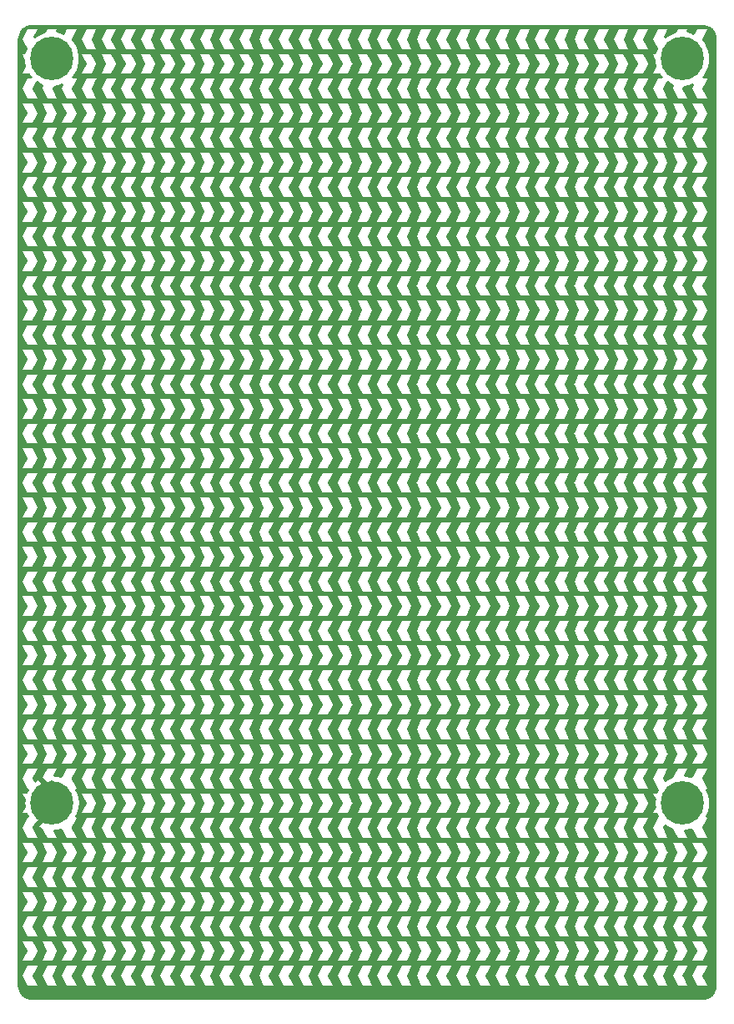
<source format=gbr>
G04 #@! TF.GenerationSoftware,KiCad,Pcbnew,5.1.5+dfsg1-2build2*
G04 #@! TF.CreationDate,2021-03-04T21:13:52+09:00*
G04 #@! TF.ProjectId,pad,7061642e-6b69-4636-9164-5f7063625858,rev?*
G04 #@! TF.SameCoordinates,Original*
G04 #@! TF.FileFunction,Copper,L2,Bot*
G04 #@! TF.FilePolarity,Positive*
%FSLAX46Y46*%
G04 Gerber Fmt 4.6, Leading zero omitted, Abs format (unit mm)*
G04 Created by KiCad (PCBNEW 5.1.5+dfsg1-2build2) date 2021-03-04 21:13:52*
%MOMM*%
%LPD*%
G04 APERTURE LIST*
%ADD10C,4.400000*%
%ADD11C,0.700000*%
%ADD12C,0.500000*%
%ADD13C,0.254000*%
G04 APERTURE END LIST*
D10*
X78500000Y-58500000D03*
D11*
X80150000Y-58500000D03*
X79666726Y-59666726D03*
X78500000Y-60150000D03*
X77333274Y-59666726D03*
X76850000Y-58500000D03*
X77333274Y-57333274D03*
X78500000Y-56850000D03*
X79666726Y-57333274D03*
D10*
X142500000Y-58500000D03*
D11*
X144150000Y-58500000D03*
X143666726Y-59666726D03*
X142500000Y-60150000D03*
X141333274Y-59666726D03*
X140850000Y-58500000D03*
X141333274Y-57333274D03*
X142500000Y-56850000D03*
X143666726Y-57333274D03*
X143666726Y-132833274D03*
X142500000Y-132350000D03*
X141333274Y-132833274D03*
X140850000Y-134000000D03*
X141333274Y-135166726D03*
X142500000Y-135650000D03*
X143666726Y-135166726D03*
X144150000Y-134000000D03*
D10*
X142500000Y-134000000D03*
X78500000Y-134000000D03*
D11*
X80150000Y-134000000D03*
X79666726Y-135166726D03*
X78500000Y-135650000D03*
X77333274Y-135166726D03*
X76850000Y-134000000D03*
X77333274Y-132833274D03*
X78500000Y-132350000D03*
X79666726Y-132833274D03*
D12*
X78500000Y-134000000D02*
X78500000Y-134750000D01*
X78500000Y-134750000D02*
X77000000Y-136250000D01*
X77000000Y-136250000D02*
X77000000Y-136500000D01*
X78500000Y-134000000D02*
X78500000Y-132000000D01*
X78500000Y-134000000D02*
X78500000Y-132750000D01*
X78500000Y-132750000D02*
X77000000Y-131250000D01*
D13*
G36*
X144759659Y-55188625D02*
G01*
X145009429Y-55264035D01*
X145239792Y-55386522D01*
X145441980Y-55551422D01*
X145608286Y-55752450D01*
X145732378Y-55981954D01*
X145809531Y-56231195D01*
X145840001Y-56521098D01*
X145840000Y-152467721D01*
X145811375Y-152759660D01*
X145735965Y-153009429D01*
X145613477Y-153239794D01*
X145448579Y-153441979D01*
X145247546Y-153608288D01*
X145018046Y-153732378D01*
X144768805Y-153809531D01*
X144478911Y-153840000D01*
X76532279Y-153840000D01*
X76240340Y-153811375D01*
X75990571Y-153735965D01*
X75760206Y-153613477D01*
X75558021Y-153448579D01*
X75391712Y-153247546D01*
X75267622Y-153018046D01*
X75190469Y-152768805D01*
X75160000Y-152478911D01*
X75160000Y-151509003D01*
X75373320Y-151509003D01*
X75377510Y-151533544D01*
X75386408Y-151556796D01*
X75886408Y-152556796D01*
X75894403Y-152570557D01*
X75910197Y-152589803D01*
X75929443Y-152605597D01*
X75951399Y-152617333D01*
X75975224Y-152624560D01*
X76000000Y-152627000D01*
X77000000Y-152627000D01*
X77033544Y-152622490D01*
X77056796Y-152613592D01*
X77077866Y-152600329D01*
X77095943Y-152583211D01*
X77110333Y-152562894D01*
X77120483Y-152540161D01*
X77126003Y-152515884D01*
X77126680Y-152490997D01*
X77122490Y-152466456D01*
X77113592Y-152443204D01*
X76646492Y-151509003D01*
X77373320Y-151509003D01*
X77377510Y-151533544D01*
X77386408Y-151556796D01*
X77886408Y-152556796D01*
X77894403Y-152570557D01*
X77910197Y-152589803D01*
X77929443Y-152605597D01*
X77951399Y-152617333D01*
X77975224Y-152624560D01*
X78000000Y-152627000D01*
X79000000Y-152627000D01*
X79033544Y-152622490D01*
X79056796Y-152613592D01*
X79077866Y-152600329D01*
X79095943Y-152583211D01*
X79110333Y-152562894D01*
X79120483Y-152540161D01*
X79126003Y-152515884D01*
X79126680Y-152490997D01*
X79122490Y-152466456D01*
X79113592Y-152443204D01*
X78646492Y-151509003D01*
X79373320Y-151509003D01*
X79377510Y-151533544D01*
X79386408Y-151556796D01*
X79886408Y-152556796D01*
X79894403Y-152570557D01*
X79910197Y-152589803D01*
X79929443Y-152605597D01*
X79951399Y-152617333D01*
X79975224Y-152624560D01*
X80000000Y-152627000D01*
X81000000Y-152627000D01*
X81033544Y-152622490D01*
X81056796Y-152613592D01*
X81077866Y-152600329D01*
X81095943Y-152583211D01*
X81110333Y-152562894D01*
X81120483Y-152540161D01*
X81126003Y-152515884D01*
X81126680Y-152490997D01*
X81122490Y-152466456D01*
X81113592Y-152443204D01*
X80646492Y-151509003D01*
X81373320Y-151509003D01*
X81377510Y-151533544D01*
X81386408Y-151556796D01*
X81886408Y-152556796D01*
X81894403Y-152570557D01*
X81910197Y-152589803D01*
X81929443Y-152605597D01*
X81951399Y-152617333D01*
X81975224Y-152624560D01*
X82000000Y-152627000D01*
X83000000Y-152627000D01*
X83033544Y-152622490D01*
X83056796Y-152613592D01*
X83077866Y-152600329D01*
X83095943Y-152583211D01*
X83110333Y-152562894D01*
X83120483Y-152540161D01*
X83126003Y-152515884D01*
X83126680Y-152490997D01*
X83122490Y-152466456D01*
X83113592Y-152443204D01*
X82646492Y-151509003D01*
X83373320Y-151509003D01*
X83377510Y-151533544D01*
X83386408Y-151556796D01*
X83886408Y-152556796D01*
X83894403Y-152570557D01*
X83910197Y-152589803D01*
X83929443Y-152605597D01*
X83951399Y-152617333D01*
X83975224Y-152624560D01*
X84000000Y-152627000D01*
X85000000Y-152627000D01*
X85033544Y-152622490D01*
X85056796Y-152613592D01*
X85077866Y-152600329D01*
X85095943Y-152583211D01*
X85110333Y-152562894D01*
X85120483Y-152540161D01*
X85126003Y-152515884D01*
X85126680Y-152490997D01*
X85122490Y-152466456D01*
X85113592Y-152443204D01*
X84646492Y-151509003D01*
X85373320Y-151509003D01*
X85377510Y-151533544D01*
X85386408Y-151556796D01*
X85886408Y-152556796D01*
X85894403Y-152570557D01*
X85910197Y-152589803D01*
X85929443Y-152605597D01*
X85951399Y-152617333D01*
X85975224Y-152624560D01*
X86000000Y-152627000D01*
X87000000Y-152627000D01*
X87033544Y-152622490D01*
X87056796Y-152613592D01*
X87077866Y-152600329D01*
X87095943Y-152583211D01*
X87110333Y-152562894D01*
X87120483Y-152540161D01*
X87126003Y-152515884D01*
X87126680Y-152490997D01*
X87122490Y-152466456D01*
X87113592Y-152443204D01*
X86646492Y-151509003D01*
X87373320Y-151509003D01*
X87377510Y-151533544D01*
X87386408Y-151556796D01*
X87886408Y-152556796D01*
X87894403Y-152570557D01*
X87910197Y-152589803D01*
X87929443Y-152605597D01*
X87951399Y-152617333D01*
X87975224Y-152624560D01*
X88000000Y-152627000D01*
X89000000Y-152627000D01*
X89033544Y-152622490D01*
X89056796Y-152613592D01*
X89077866Y-152600329D01*
X89095943Y-152583211D01*
X89110333Y-152562894D01*
X89120483Y-152540161D01*
X89126003Y-152515884D01*
X89126680Y-152490997D01*
X89122490Y-152466456D01*
X89113592Y-152443204D01*
X88646492Y-151509003D01*
X89373320Y-151509003D01*
X89377510Y-151533544D01*
X89386408Y-151556796D01*
X89886408Y-152556796D01*
X89894403Y-152570557D01*
X89910197Y-152589803D01*
X89929443Y-152605597D01*
X89951399Y-152617333D01*
X89975224Y-152624560D01*
X90000000Y-152627000D01*
X91000000Y-152627000D01*
X91033544Y-152622490D01*
X91056796Y-152613592D01*
X91077866Y-152600329D01*
X91095943Y-152583211D01*
X91110333Y-152562894D01*
X91120483Y-152540161D01*
X91126003Y-152515884D01*
X91126680Y-152490997D01*
X91122490Y-152466456D01*
X91113592Y-152443204D01*
X90646492Y-151509003D01*
X91373320Y-151509003D01*
X91377510Y-151533544D01*
X91386408Y-151556796D01*
X91886408Y-152556796D01*
X91894403Y-152570557D01*
X91910197Y-152589803D01*
X91929443Y-152605597D01*
X91951399Y-152617333D01*
X91975224Y-152624560D01*
X92000000Y-152627000D01*
X93000000Y-152627000D01*
X93033544Y-152622490D01*
X93056796Y-152613592D01*
X93077866Y-152600329D01*
X93095943Y-152583211D01*
X93110333Y-152562894D01*
X93120483Y-152540161D01*
X93126003Y-152515884D01*
X93126680Y-152490997D01*
X93122490Y-152466456D01*
X93113592Y-152443204D01*
X92646492Y-151509003D01*
X93373320Y-151509003D01*
X93377510Y-151533544D01*
X93386408Y-151556796D01*
X93886408Y-152556796D01*
X93894403Y-152570557D01*
X93910197Y-152589803D01*
X93929443Y-152605597D01*
X93951399Y-152617333D01*
X93975224Y-152624560D01*
X94000000Y-152627000D01*
X95000000Y-152627000D01*
X95033544Y-152622490D01*
X95056796Y-152613592D01*
X95077866Y-152600329D01*
X95095943Y-152583211D01*
X95110333Y-152562894D01*
X95120483Y-152540161D01*
X95126003Y-152515884D01*
X95126680Y-152490997D01*
X95122490Y-152466456D01*
X95113592Y-152443204D01*
X94646492Y-151509003D01*
X95373320Y-151509003D01*
X95377510Y-151533544D01*
X95386408Y-151556796D01*
X95886408Y-152556796D01*
X95894403Y-152570557D01*
X95910197Y-152589803D01*
X95929443Y-152605597D01*
X95951399Y-152617333D01*
X95975224Y-152624560D01*
X96000000Y-152627000D01*
X97000000Y-152627000D01*
X97033544Y-152622490D01*
X97056796Y-152613592D01*
X97077866Y-152600329D01*
X97095943Y-152583211D01*
X97110333Y-152562894D01*
X97120483Y-152540161D01*
X97126003Y-152515884D01*
X97126680Y-152490997D01*
X97122490Y-152466456D01*
X97113592Y-152443204D01*
X96646492Y-151509003D01*
X97373320Y-151509003D01*
X97377510Y-151533544D01*
X97386408Y-151556796D01*
X97886408Y-152556796D01*
X97894403Y-152570557D01*
X97910197Y-152589803D01*
X97929443Y-152605597D01*
X97951399Y-152617333D01*
X97975224Y-152624560D01*
X98000000Y-152627000D01*
X99000000Y-152627000D01*
X99033544Y-152622490D01*
X99056796Y-152613592D01*
X99077866Y-152600329D01*
X99095943Y-152583211D01*
X99110333Y-152562894D01*
X99120483Y-152540161D01*
X99126003Y-152515884D01*
X99126680Y-152490997D01*
X99122490Y-152466456D01*
X99113592Y-152443204D01*
X98646492Y-151509003D01*
X99373320Y-151509003D01*
X99377510Y-151533544D01*
X99386408Y-151556796D01*
X99886408Y-152556796D01*
X99894403Y-152570557D01*
X99910197Y-152589803D01*
X99929443Y-152605597D01*
X99951399Y-152617333D01*
X99975224Y-152624560D01*
X100000000Y-152627000D01*
X101000000Y-152627000D01*
X101033544Y-152622490D01*
X101056796Y-152613592D01*
X101077866Y-152600329D01*
X101095943Y-152583211D01*
X101110333Y-152562894D01*
X101120483Y-152540161D01*
X101126003Y-152515884D01*
X101126680Y-152490997D01*
X101122490Y-152466456D01*
X101113592Y-152443204D01*
X100646492Y-151509003D01*
X101373320Y-151509003D01*
X101377510Y-151533544D01*
X101386408Y-151556796D01*
X101886408Y-152556796D01*
X101894403Y-152570557D01*
X101910197Y-152589803D01*
X101929443Y-152605597D01*
X101951399Y-152617333D01*
X101975224Y-152624560D01*
X102000000Y-152627000D01*
X103000000Y-152627000D01*
X103033544Y-152622490D01*
X103056796Y-152613592D01*
X103077866Y-152600329D01*
X103095943Y-152583211D01*
X103110333Y-152562894D01*
X103120483Y-152540161D01*
X103126003Y-152515884D01*
X103126680Y-152490997D01*
X103122490Y-152466456D01*
X103113592Y-152443204D01*
X102646492Y-151509003D01*
X103373320Y-151509003D01*
X103377510Y-151533544D01*
X103386408Y-151556796D01*
X103886408Y-152556796D01*
X103894403Y-152570557D01*
X103910197Y-152589803D01*
X103929443Y-152605597D01*
X103951399Y-152617333D01*
X103975224Y-152624560D01*
X104000000Y-152627000D01*
X105000000Y-152627000D01*
X105033544Y-152622490D01*
X105056796Y-152613592D01*
X105077866Y-152600329D01*
X105095943Y-152583211D01*
X105110333Y-152562894D01*
X105120483Y-152540161D01*
X105126003Y-152515884D01*
X105126680Y-152490997D01*
X105122490Y-152466456D01*
X105113592Y-152443204D01*
X104646492Y-151509003D01*
X105373320Y-151509003D01*
X105377510Y-151533544D01*
X105386408Y-151556796D01*
X105886408Y-152556796D01*
X105894403Y-152570557D01*
X105910197Y-152589803D01*
X105929443Y-152605597D01*
X105951399Y-152617333D01*
X105975224Y-152624560D01*
X106000000Y-152627000D01*
X107000000Y-152627000D01*
X107033544Y-152622490D01*
X107056796Y-152613592D01*
X107077866Y-152600329D01*
X107095943Y-152583211D01*
X107110333Y-152562894D01*
X107120483Y-152540161D01*
X107126003Y-152515884D01*
X107126680Y-152490997D01*
X107122490Y-152466456D01*
X107113592Y-152443204D01*
X106646492Y-151509003D01*
X107373320Y-151509003D01*
X107377510Y-151533544D01*
X107386408Y-151556796D01*
X107886408Y-152556796D01*
X107894403Y-152570557D01*
X107910197Y-152589803D01*
X107929443Y-152605597D01*
X107951399Y-152617333D01*
X107975224Y-152624560D01*
X108000000Y-152627000D01*
X109000000Y-152627000D01*
X109033544Y-152622490D01*
X109056796Y-152613592D01*
X109077866Y-152600329D01*
X109095943Y-152583211D01*
X109110333Y-152562894D01*
X109120483Y-152540161D01*
X109126003Y-152515884D01*
X109126680Y-152490997D01*
X109122490Y-152466456D01*
X109113592Y-152443204D01*
X108646492Y-151509003D01*
X109373320Y-151509003D01*
X109377510Y-151533544D01*
X109386408Y-151556796D01*
X109886408Y-152556796D01*
X109894403Y-152570557D01*
X109910197Y-152589803D01*
X109929443Y-152605597D01*
X109951399Y-152617333D01*
X109975224Y-152624560D01*
X110000000Y-152627000D01*
X111000000Y-152627000D01*
X111033544Y-152622490D01*
X111056796Y-152613592D01*
X111077866Y-152600329D01*
X111095943Y-152583211D01*
X111110333Y-152562894D01*
X111120483Y-152540161D01*
X111126003Y-152515884D01*
X111126680Y-152490997D01*
X111122490Y-152466456D01*
X111113592Y-152443204D01*
X110646492Y-151509003D01*
X111373320Y-151509003D01*
X111377510Y-151533544D01*
X111386408Y-151556796D01*
X111886408Y-152556796D01*
X111894403Y-152570557D01*
X111910197Y-152589803D01*
X111929443Y-152605597D01*
X111951399Y-152617333D01*
X111975224Y-152624560D01*
X112000000Y-152627000D01*
X113000000Y-152627000D01*
X113033544Y-152622490D01*
X113056796Y-152613592D01*
X113077866Y-152600329D01*
X113095943Y-152583211D01*
X113110333Y-152562894D01*
X113120483Y-152540161D01*
X113126003Y-152515884D01*
X113126680Y-152490997D01*
X113122490Y-152466456D01*
X113113592Y-152443204D01*
X112646492Y-151509003D01*
X113373320Y-151509003D01*
X113377510Y-151533544D01*
X113386408Y-151556796D01*
X113886408Y-152556796D01*
X113894403Y-152570557D01*
X113910197Y-152589803D01*
X113929443Y-152605597D01*
X113951399Y-152617333D01*
X113975224Y-152624560D01*
X114000000Y-152627000D01*
X115000000Y-152627000D01*
X115033544Y-152622490D01*
X115056796Y-152613592D01*
X115077866Y-152600329D01*
X115095943Y-152583211D01*
X115110333Y-152562894D01*
X115120483Y-152540161D01*
X115126003Y-152515884D01*
X115126680Y-152490997D01*
X115122490Y-152466456D01*
X115113592Y-152443204D01*
X114646492Y-151509003D01*
X115373320Y-151509003D01*
X115377510Y-151533544D01*
X115386408Y-151556796D01*
X115886408Y-152556796D01*
X115894403Y-152570557D01*
X115910197Y-152589803D01*
X115929443Y-152605597D01*
X115951399Y-152617333D01*
X115975224Y-152624560D01*
X116000000Y-152627000D01*
X117000000Y-152627000D01*
X117033544Y-152622490D01*
X117056796Y-152613592D01*
X117077866Y-152600329D01*
X117095943Y-152583211D01*
X117110333Y-152562894D01*
X117120483Y-152540161D01*
X117126003Y-152515884D01*
X117126680Y-152490997D01*
X117122490Y-152466456D01*
X117113592Y-152443204D01*
X116646492Y-151509003D01*
X117373320Y-151509003D01*
X117377510Y-151533544D01*
X117386408Y-151556796D01*
X117886408Y-152556796D01*
X117894403Y-152570557D01*
X117910197Y-152589803D01*
X117929443Y-152605597D01*
X117951399Y-152617333D01*
X117975224Y-152624560D01*
X118000000Y-152627000D01*
X119000000Y-152627000D01*
X119033544Y-152622490D01*
X119056796Y-152613592D01*
X119077866Y-152600329D01*
X119095943Y-152583211D01*
X119110333Y-152562894D01*
X119120483Y-152540161D01*
X119126003Y-152515884D01*
X119126680Y-152490997D01*
X119122490Y-152466456D01*
X119113592Y-152443204D01*
X118646492Y-151509003D01*
X119373320Y-151509003D01*
X119377510Y-151533544D01*
X119386408Y-151556796D01*
X119886408Y-152556796D01*
X119894403Y-152570557D01*
X119910197Y-152589803D01*
X119929443Y-152605597D01*
X119951399Y-152617333D01*
X119975224Y-152624560D01*
X120000000Y-152627000D01*
X121000000Y-152627000D01*
X121033544Y-152622490D01*
X121056796Y-152613592D01*
X121077866Y-152600329D01*
X121095943Y-152583211D01*
X121110333Y-152562894D01*
X121120483Y-152540161D01*
X121126003Y-152515884D01*
X121126680Y-152490997D01*
X121122490Y-152466456D01*
X121113592Y-152443204D01*
X120646492Y-151509003D01*
X121373320Y-151509003D01*
X121377510Y-151533544D01*
X121386408Y-151556796D01*
X121886408Y-152556796D01*
X121894403Y-152570557D01*
X121910197Y-152589803D01*
X121929443Y-152605597D01*
X121951399Y-152617333D01*
X121975224Y-152624560D01*
X122000000Y-152627000D01*
X123000000Y-152627000D01*
X123033544Y-152622490D01*
X123056796Y-152613592D01*
X123077866Y-152600329D01*
X123095943Y-152583211D01*
X123110333Y-152562894D01*
X123120483Y-152540161D01*
X123126003Y-152515884D01*
X123126680Y-152490997D01*
X123122490Y-152466456D01*
X123113592Y-152443204D01*
X122646492Y-151509003D01*
X123373320Y-151509003D01*
X123377510Y-151533544D01*
X123386408Y-151556796D01*
X123886408Y-152556796D01*
X123894403Y-152570557D01*
X123910197Y-152589803D01*
X123929443Y-152605597D01*
X123951399Y-152617333D01*
X123975224Y-152624560D01*
X124000000Y-152627000D01*
X125000000Y-152627000D01*
X125033544Y-152622490D01*
X125056796Y-152613592D01*
X125077866Y-152600329D01*
X125095943Y-152583211D01*
X125110333Y-152562894D01*
X125120483Y-152540161D01*
X125126003Y-152515884D01*
X125126680Y-152490997D01*
X125122490Y-152466456D01*
X125113592Y-152443204D01*
X124646492Y-151509003D01*
X125373320Y-151509003D01*
X125377510Y-151533544D01*
X125386408Y-151556796D01*
X125886408Y-152556796D01*
X125894403Y-152570557D01*
X125910197Y-152589803D01*
X125929443Y-152605597D01*
X125951399Y-152617333D01*
X125975224Y-152624560D01*
X126000000Y-152627000D01*
X127000000Y-152627000D01*
X127033544Y-152622490D01*
X127056796Y-152613592D01*
X127077866Y-152600329D01*
X127095943Y-152583211D01*
X127110333Y-152562894D01*
X127120483Y-152540161D01*
X127126003Y-152515884D01*
X127126680Y-152490997D01*
X127122490Y-152466456D01*
X127113592Y-152443204D01*
X126646492Y-151509003D01*
X127373320Y-151509003D01*
X127377510Y-151533544D01*
X127386408Y-151556796D01*
X127886408Y-152556796D01*
X127894403Y-152570557D01*
X127910197Y-152589803D01*
X127929443Y-152605597D01*
X127951399Y-152617333D01*
X127975224Y-152624560D01*
X128000000Y-152627000D01*
X129000000Y-152627000D01*
X129033544Y-152622490D01*
X129056796Y-152613592D01*
X129077866Y-152600329D01*
X129095943Y-152583211D01*
X129110333Y-152562894D01*
X129120483Y-152540161D01*
X129126003Y-152515884D01*
X129126680Y-152490997D01*
X129122490Y-152466456D01*
X129113592Y-152443204D01*
X128646492Y-151509003D01*
X129373320Y-151509003D01*
X129377510Y-151533544D01*
X129386408Y-151556796D01*
X129886408Y-152556796D01*
X129894403Y-152570557D01*
X129910197Y-152589803D01*
X129929443Y-152605597D01*
X129951399Y-152617333D01*
X129975224Y-152624560D01*
X130000000Y-152627000D01*
X131000000Y-152627000D01*
X131033544Y-152622490D01*
X131056796Y-152613592D01*
X131077866Y-152600329D01*
X131095943Y-152583211D01*
X131110333Y-152562894D01*
X131120483Y-152540161D01*
X131126003Y-152515884D01*
X131126680Y-152490997D01*
X131122490Y-152466456D01*
X131113592Y-152443204D01*
X130646492Y-151509003D01*
X131373320Y-151509003D01*
X131377510Y-151533544D01*
X131386408Y-151556796D01*
X131886408Y-152556796D01*
X131894403Y-152570557D01*
X131910197Y-152589803D01*
X131929443Y-152605597D01*
X131951399Y-152617333D01*
X131975224Y-152624560D01*
X132000000Y-152627000D01*
X133000000Y-152627000D01*
X133033544Y-152622490D01*
X133056796Y-152613592D01*
X133077866Y-152600329D01*
X133095943Y-152583211D01*
X133110333Y-152562894D01*
X133120483Y-152540161D01*
X133126003Y-152515884D01*
X133126680Y-152490997D01*
X133122490Y-152466456D01*
X133113592Y-152443204D01*
X132646492Y-151509003D01*
X133373320Y-151509003D01*
X133377510Y-151533544D01*
X133386408Y-151556796D01*
X133886408Y-152556796D01*
X133894403Y-152570557D01*
X133910197Y-152589803D01*
X133929443Y-152605597D01*
X133951399Y-152617333D01*
X133975224Y-152624560D01*
X134000000Y-152627000D01*
X135000000Y-152627000D01*
X135033544Y-152622490D01*
X135056796Y-152613592D01*
X135077866Y-152600329D01*
X135095943Y-152583211D01*
X135110333Y-152562894D01*
X135120483Y-152540161D01*
X135126003Y-152515884D01*
X135126680Y-152490997D01*
X135122490Y-152466456D01*
X135113592Y-152443204D01*
X134646492Y-151509003D01*
X135373320Y-151509003D01*
X135377510Y-151533544D01*
X135386408Y-151556796D01*
X135886408Y-152556796D01*
X135894403Y-152570557D01*
X135910197Y-152589803D01*
X135929443Y-152605597D01*
X135951399Y-152617333D01*
X135975224Y-152624560D01*
X136000000Y-152627000D01*
X137000000Y-152627000D01*
X137033544Y-152622490D01*
X137056796Y-152613592D01*
X137077866Y-152600329D01*
X137095943Y-152583211D01*
X137110333Y-152562894D01*
X137120483Y-152540161D01*
X137126003Y-152515884D01*
X137126680Y-152490997D01*
X137122490Y-152466456D01*
X137113592Y-152443204D01*
X136646492Y-151509003D01*
X137373320Y-151509003D01*
X137377510Y-151533544D01*
X137386408Y-151556796D01*
X137886408Y-152556796D01*
X137894403Y-152570557D01*
X137910197Y-152589803D01*
X137929443Y-152605597D01*
X137951399Y-152617333D01*
X137975224Y-152624560D01*
X138000000Y-152627000D01*
X139000000Y-152627000D01*
X139033544Y-152622490D01*
X139056796Y-152613592D01*
X139077866Y-152600329D01*
X139095943Y-152583211D01*
X139110333Y-152562894D01*
X139120483Y-152540161D01*
X139126003Y-152515884D01*
X139126680Y-152490997D01*
X139122490Y-152466456D01*
X139113592Y-152443204D01*
X138646492Y-151509003D01*
X139373320Y-151509003D01*
X139377510Y-151533544D01*
X139386408Y-151556796D01*
X139886408Y-152556796D01*
X139894403Y-152570557D01*
X139910197Y-152589803D01*
X139929443Y-152605597D01*
X139951399Y-152617333D01*
X139975224Y-152624560D01*
X140000000Y-152627000D01*
X141000000Y-152627000D01*
X141033544Y-152622490D01*
X141056796Y-152613592D01*
X141077866Y-152600329D01*
X141095943Y-152583211D01*
X141110333Y-152562894D01*
X141120483Y-152540161D01*
X141126003Y-152515884D01*
X141126680Y-152490997D01*
X141122490Y-152466456D01*
X141113592Y-152443204D01*
X140646492Y-151509003D01*
X141373320Y-151509003D01*
X141377510Y-151533544D01*
X141386408Y-151556796D01*
X141886408Y-152556796D01*
X141894403Y-152570557D01*
X141910197Y-152589803D01*
X141929443Y-152605597D01*
X141951399Y-152617333D01*
X141975224Y-152624560D01*
X142000000Y-152627000D01*
X143000000Y-152627000D01*
X143033544Y-152622490D01*
X143056796Y-152613592D01*
X143077866Y-152600329D01*
X143095943Y-152583211D01*
X143110333Y-152562894D01*
X143120483Y-152540161D01*
X143126003Y-152515884D01*
X143126680Y-152490997D01*
X143122490Y-152466456D01*
X143113592Y-152443204D01*
X142646492Y-151509003D01*
X143373320Y-151509003D01*
X143377510Y-151533544D01*
X143386408Y-151556796D01*
X143886408Y-152556796D01*
X143894403Y-152570557D01*
X143910197Y-152589803D01*
X143929443Y-152605597D01*
X143951399Y-152617333D01*
X143975224Y-152624560D01*
X144000000Y-152627000D01*
X145000000Y-152627000D01*
X145033544Y-152622490D01*
X145056796Y-152613592D01*
X145077866Y-152600329D01*
X145095943Y-152583211D01*
X145110333Y-152562894D01*
X145120483Y-152540161D01*
X145126003Y-152515884D01*
X145126680Y-152490997D01*
X145122490Y-152466456D01*
X145113592Y-152443204D01*
X144641990Y-151500000D01*
X145113592Y-150556796D01*
X145124560Y-150524776D01*
X145127000Y-150500000D01*
X145124560Y-150475224D01*
X145117333Y-150451399D01*
X145105597Y-150429443D01*
X145089803Y-150410197D01*
X145070557Y-150394403D01*
X145048601Y-150382667D01*
X145024776Y-150375440D01*
X145000000Y-150373000D01*
X144000000Y-150373000D01*
X143984116Y-150373997D01*
X143959839Y-150379517D01*
X143937106Y-150389667D01*
X143916789Y-150404057D01*
X143899671Y-150422134D01*
X143886408Y-150443204D01*
X143386408Y-151443204D01*
X143379517Y-151459839D01*
X143373997Y-151484116D01*
X143373320Y-151509003D01*
X142646492Y-151509003D01*
X142641990Y-151500000D01*
X143113592Y-150556796D01*
X143124560Y-150524776D01*
X143127000Y-150500000D01*
X143124560Y-150475224D01*
X143117333Y-150451399D01*
X143105597Y-150429443D01*
X143089803Y-150410197D01*
X143070557Y-150394403D01*
X143048601Y-150382667D01*
X143024776Y-150375440D01*
X143000000Y-150373000D01*
X142000000Y-150373000D01*
X141984116Y-150373997D01*
X141959839Y-150379517D01*
X141937106Y-150389667D01*
X141916789Y-150404057D01*
X141899671Y-150422134D01*
X141886408Y-150443204D01*
X141386408Y-151443204D01*
X141379517Y-151459839D01*
X141373997Y-151484116D01*
X141373320Y-151509003D01*
X140646492Y-151509003D01*
X140641990Y-151500000D01*
X141113592Y-150556796D01*
X141124560Y-150524776D01*
X141127000Y-150500000D01*
X141124560Y-150475224D01*
X141117333Y-150451399D01*
X141105597Y-150429443D01*
X141089803Y-150410197D01*
X141070557Y-150394403D01*
X141048601Y-150382667D01*
X141024776Y-150375440D01*
X141000000Y-150373000D01*
X140000000Y-150373000D01*
X139984116Y-150373997D01*
X139959839Y-150379517D01*
X139937106Y-150389667D01*
X139916789Y-150404057D01*
X139899671Y-150422134D01*
X139886408Y-150443204D01*
X139386408Y-151443204D01*
X139379517Y-151459839D01*
X139373997Y-151484116D01*
X139373320Y-151509003D01*
X138646492Y-151509003D01*
X138641990Y-151500000D01*
X139113592Y-150556796D01*
X139124560Y-150524776D01*
X139127000Y-150500000D01*
X139124560Y-150475224D01*
X139117333Y-150451399D01*
X139105597Y-150429443D01*
X139089803Y-150410197D01*
X139070557Y-150394403D01*
X139048601Y-150382667D01*
X139024776Y-150375440D01*
X139000000Y-150373000D01*
X138000000Y-150373000D01*
X137984116Y-150373997D01*
X137959839Y-150379517D01*
X137937106Y-150389667D01*
X137916789Y-150404057D01*
X137899671Y-150422134D01*
X137886408Y-150443204D01*
X137386408Y-151443204D01*
X137379517Y-151459839D01*
X137373997Y-151484116D01*
X137373320Y-151509003D01*
X136646492Y-151509003D01*
X136641990Y-151500000D01*
X137113592Y-150556796D01*
X137124560Y-150524776D01*
X137127000Y-150500000D01*
X137124560Y-150475224D01*
X137117333Y-150451399D01*
X137105597Y-150429443D01*
X137089803Y-150410197D01*
X137070557Y-150394403D01*
X137048601Y-150382667D01*
X137024776Y-150375440D01*
X137000000Y-150373000D01*
X136000000Y-150373000D01*
X135984116Y-150373997D01*
X135959839Y-150379517D01*
X135937106Y-150389667D01*
X135916789Y-150404057D01*
X135899671Y-150422134D01*
X135886408Y-150443204D01*
X135386408Y-151443204D01*
X135379517Y-151459839D01*
X135373997Y-151484116D01*
X135373320Y-151509003D01*
X134646492Y-151509003D01*
X134641990Y-151500000D01*
X135113592Y-150556796D01*
X135124560Y-150524776D01*
X135127000Y-150500000D01*
X135124560Y-150475224D01*
X135117333Y-150451399D01*
X135105597Y-150429443D01*
X135089803Y-150410197D01*
X135070557Y-150394403D01*
X135048601Y-150382667D01*
X135024776Y-150375440D01*
X135000000Y-150373000D01*
X134000000Y-150373000D01*
X133984116Y-150373997D01*
X133959839Y-150379517D01*
X133937106Y-150389667D01*
X133916789Y-150404057D01*
X133899671Y-150422134D01*
X133886408Y-150443204D01*
X133386408Y-151443204D01*
X133379517Y-151459839D01*
X133373997Y-151484116D01*
X133373320Y-151509003D01*
X132646492Y-151509003D01*
X132641990Y-151500000D01*
X133113592Y-150556796D01*
X133124560Y-150524776D01*
X133127000Y-150500000D01*
X133124560Y-150475224D01*
X133117333Y-150451399D01*
X133105597Y-150429443D01*
X133089803Y-150410197D01*
X133070557Y-150394403D01*
X133048601Y-150382667D01*
X133024776Y-150375440D01*
X133000000Y-150373000D01*
X132000000Y-150373000D01*
X131984116Y-150373997D01*
X131959839Y-150379517D01*
X131937106Y-150389667D01*
X131916789Y-150404057D01*
X131899671Y-150422134D01*
X131886408Y-150443204D01*
X131386408Y-151443204D01*
X131379517Y-151459839D01*
X131373997Y-151484116D01*
X131373320Y-151509003D01*
X130646492Y-151509003D01*
X130641990Y-151500000D01*
X131113592Y-150556796D01*
X131124560Y-150524776D01*
X131127000Y-150500000D01*
X131124560Y-150475224D01*
X131117333Y-150451399D01*
X131105597Y-150429443D01*
X131089803Y-150410197D01*
X131070557Y-150394403D01*
X131048601Y-150382667D01*
X131024776Y-150375440D01*
X131000000Y-150373000D01*
X130000000Y-150373000D01*
X129984116Y-150373997D01*
X129959839Y-150379517D01*
X129937106Y-150389667D01*
X129916789Y-150404057D01*
X129899671Y-150422134D01*
X129886408Y-150443204D01*
X129386408Y-151443204D01*
X129379517Y-151459839D01*
X129373997Y-151484116D01*
X129373320Y-151509003D01*
X128646492Y-151509003D01*
X128641990Y-151500000D01*
X129113592Y-150556796D01*
X129124560Y-150524776D01*
X129127000Y-150500000D01*
X129124560Y-150475224D01*
X129117333Y-150451399D01*
X129105597Y-150429443D01*
X129089803Y-150410197D01*
X129070557Y-150394403D01*
X129048601Y-150382667D01*
X129024776Y-150375440D01*
X129000000Y-150373000D01*
X128000000Y-150373000D01*
X127984116Y-150373997D01*
X127959839Y-150379517D01*
X127937106Y-150389667D01*
X127916789Y-150404057D01*
X127899671Y-150422134D01*
X127886408Y-150443204D01*
X127386408Y-151443204D01*
X127379517Y-151459839D01*
X127373997Y-151484116D01*
X127373320Y-151509003D01*
X126646492Y-151509003D01*
X126641990Y-151500000D01*
X127113592Y-150556796D01*
X127124560Y-150524776D01*
X127127000Y-150500000D01*
X127124560Y-150475224D01*
X127117333Y-150451399D01*
X127105597Y-150429443D01*
X127089803Y-150410197D01*
X127070557Y-150394403D01*
X127048601Y-150382667D01*
X127024776Y-150375440D01*
X127000000Y-150373000D01*
X126000000Y-150373000D01*
X125984116Y-150373997D01*
X125959839Y-150379517D01*
X125937106Y-150389667D01*
X125916789Y-150404057D01*
X125899671Y-150422134D01*
X125886408Y-150443204D01*
X125386408Y-151443204D01*
X125379517Y-151459839D01*
X125373997Y-151484116D01*
X125373320Y-151509003D01*
X124646492Y-151509003D01*
X124641990Y-151500000D01*
X125113592Y-150556796D01*
X125124560Y-150524776D01*
X125127000Y-150500000D01*
X125124560Y-150475224D01*
X125117333Y-150451399D01*
X125105597Y-150429443D01*
X125089803Y-150410197D01*
X125070557Y-150394403D01*
X125048601Y-150382667D01*
X125024776Y-150375440D01*
X125000000Y-150373000D01*
X124000000Y-150373000D01*
X123984116Y-150373997D01*
X123959839Y-150379517D01*
X123937106Y-150389667D01*
X123916789Y-150404057D01*
X123899671Y-150422134D01*
X123886408Y-150443204D01*
X123386408Y-151443204D01*
X123379517Y-151459839D01*
X123373997Y-151484116D01*
X123373320Y-151509003D01*
X122646492Y-151509003D01*
X122641990Y-151500000D01*
X123113592Y-150556796D01*
X123124560Y-150524776D01*
X123127000Y-150500000D01*
X123124560Y-150475224D01*
X123117333Y-150451399D01*
X123105597Y-150429443D01*
X123089803Y-150410197D01*
X123070557Y-150394403D01*
X123048601Y-150382667D01*
X123024776Y-150375440D01*
X123000000Y-150373000D01*
X122000000Y-150373000D01*
X121984116Y-150373997D01*
X121959839Y-150379517D01*
X121937106Y-150389667D01*
X121916789Y-150404057D01*
X121899671Y-150422134D01*
X121886408Y-150443204D01*
X121386408Y-151443204D01*
X121379517Y-151459839D01*
X121373997Y-151484116D01*
X121373320Y-151509003D01*
X120646492Y-151509003D01*
X120641990Y-151500000D01*
X121113592Y-150556796D01*
X121124560Y-150524776D01*
X121127000Y-150500000D01*
X121124560Y-150475224D01*
X121117333Y-150451399D01*
X121105597Y-150429443D01*
X121089803Y-150410197D01*
X121070557Y-150394403D01*
X121048601Y-150382667D01*
X121024776Y-150375440D01*
X121000000Y-150373000D01*
X120000000Y-150373000D01*
X119984116Y-150373997D01*
X119959839Y-150379517D01*
X119937106Y-150389667D01*
X119916789Y-150404057D01*
X119899671Y-150422134D01*
X119886408Y-150443204D01*
X119386408Y-151443204D01*
X119379517Y-151459839D01*
X119373997Y-151484116D01*
X119373320Y-151509003D01*
X118646492Y-151509003D01*
X118641990Y-151500000D01*
X119113592Y-150556796D01*
X119124560Y-150524776D01*
X119127000Y-150500000D01*
X119124560Y-150475224D01*
X119117333Y-150451399D01*
X119105597Y-150429443D01*
X119089803Y-150410197D01*
X119070557Y-150394403D01*
X119048601Y-150382667D01*
X119024776Y-150375440D01*
X119000000Y-150373000D01*
X118000000Y-150373000D01*
X117984116Y-150373997D01*
X117959839Y-150379517D01*
X117937106Y-150389667D01*
X117916789Y-150404057D01*
X117899671Y-150422134D01*
X117886408Y-150443204D01*
X117386408Y-151443204D01*
X117379517Y-151459839D01*
X117373997Y-151484116D01*
X117373320Y-151509003D01*
X116646492Y-151509003D01*
X116641990Y-151500000D01*
X117113592Y-150556796D01*
X117124560Y-150524776D01*
X117127000Y-150500000D01*
X117124560Y-150475224D01*
X117117333Y-150451399D01*
X117105597Y-150429443D01*
X117089803Y-150410197D01*
X117070557Y-150394403D01*
X117048601Y-150382667D01*
X117024776Y-150375440D01*
X117000000Y-150373000D01*
X116000000Y-150373000D01*
X115984116Y-150373997D01*
X115959839Y-150379517D01*
X115937106Y-150389667D01*
X115916789Y-150404057D01*
X115899671Y-150422134D01*
X115886408Y-150443204D01*
X115386408Y-151443204D01*
X115379517Y-151459839D01*
X115373997Y-151484116D01*
X115373320Y-151509003D01*
X114646492Y-151509003D01*
X114641990Y-151500000D01*
X115113592Y-150556796D01*
X115124560Y-150524776D01*
X115127000Y-150500000D01*
X115124560Y-150475224D01*
X115117333Y-150451399D01*
X115105597Y-150429443D01*
X115089803Y-150410197D01*
X115070557Y-150394403D01*
X115048601Y-150382667D01*
X115024776Y-150375440D01*
X115000000Y-150373000D01*
X114000000Y-150373000D01*
X113984116Y-150373997D01*
X113959839Y-150379517D01*
X113937106Y-150389667D01*
X113916789Y-150404057D01*
X113899671Y-150422134D01*
X113886408Y-150443204D01*
X113386408Y-151443204D01*
X113379517Y-151459839D01*
X113373997Y-151484116D01*
X113373320Y-151509003D01*
X112646492Y-151509003D01*
X112641990Y-151500000D01*
X113113592Y-150556796D01*
X113124560Y-150524776D01*
X113127000Y-150500000D01*
X113124560Y-150475224D01*
X113117333Y-150451399D01*
X113105597Y-150429443D01*
X113089803Y-150410197D01*
X113070557Y-150394403D01*
X113048601Y-150382667D01*
X113024776Y-150375440D01*
X113000000Y-150373000D01*
X112000000Y-150373000D01*
X111984116Y-150373997D01*
X111959839Y-150379517D01*
X111937106Y-150389667D01*
X111916789Y-150404057D01*
X111899671Y-150422134D01*
X111886408Y-150443204D01*
X111386408Y-151443204D01*
X111379517Y-151459839D01*
X111373997Y-151484116D01*
X111373320Y-151509003D01*
X110646492Y-151509003D01*
X110641990Y-151500000D01*
X111113592Y-150556796D01*
X111124560Y-150524776D01*
X111127000Y-150500000D01*
X111124560Y-150475224D01*
X111117333Y-150451399D01*
X111105597Y-150429443D01*
X111089803Y-150410197D01*
X111070557Y-150394403D01*
X111048601Y-150382667D01*
X111024776Y-150375440D01*
X111000000Y-150373000D01*
X110000000Y-150373000D01*
X109984116Y-150373997D01*
X109959839Y-150379517D01*
X109937106Y-150389667D01*
X109916789Y-150404057D01*
X109899671Y-150422134D01*
X109886408Y-150443204D01*
X109386408Y-151443204D01*
X109379517Y-151459839D01*
X109373997Y-151484116D01*
X109373320Y-151509003D01*
X108646492Y-151509003D01*
X108641990Y-151500000D01*
X109113592Y-150556796D01*
X109124560Y-150524776D01*
X109127000Y-150500000D01*
X109124560Y-150475224D01*
X109117333Y-150451399D01*
X109105597Y-150429443D01*
X109089803Y-150410197D01*
X109070557Y-150394403D01*
X109048601Y-150382667D01*
X109024776Y-150375440D01*
X109000000Y-150373000D01*
X108000000Y-150373000D01*
X107984116Y-150373997D01*
X107959839Y-150379517D01*
X107937106Y-150389667D01*
X107916789Y-150404057D01*
X107899671Y-150422134D01*
X107886408Y-150443204D01*
X107386408Y-151443204D01*
X107379517Y-151459839D01*
X107373997Y-151484116D01*
X107373320Y-151509003D01*
X106646492Y-151509003D01*
X106641990Y-151500000D01*
X107113592Y-150556796D01*
X107124560Y-150524776D01*
X107127000Y-150500000D01*
X107124560Y-150475224D01*
X107117333Y-150451399D01*
X107105597Y-150429443D01*
X107089803Y-150410197D01*
X107070557Y-150394403D01*
X107048601Y-150382667D01*
X107024776Y-150375440D01*
X107000000Y-150373000D01*
X106000000Y-150373000D01*
X105984116Y-150373997D01*
X105959839Y-150379517D01*
X105937106Y-150389667D01*
X105916789Y-150404057D01*
X105899671Y-150422134D01*
X105886408Y-150443204D01*
X105386408Y-151443204D01*
X105379517Y-151459839D01*
X105373997Y-151484116D01*
X105373320Y-151509003D01*
X104646492Y-151509003D01*
X104641990Y-151500000D01*
X105113592Y-150556796D01*
X105124560Y-150524776D01*
X105127000Y-150500000D01*
X105124560Y-150475224D01*
X105117333Y-150451399D01*
X105105597Y-150429443D01*
X105089803Y-150410197D01*
X105070557Y-150394403D01*
X105048601Y-150382667D01*
X105024776Y-150375440D01*
X105000000Y-150373000D01*
X104000000Y-150373000D01*
X103984116Y-150373997D01*
X103959839Y-150379517D01*
X103937106Y-150389667D01*
X103916789Y-150404057D01*
X103899671Y-150422134D01*
X103886408Y-150443204D01*
X103386408Y-151443204D01*
X103379517Y-151459839D01*
X103373997Y-151484116D01*
X103373320Y-151509003D01*
X102646492Y-151509003D01*
X102641990Y-151500000D01*
X103113592Y-150556796D01*
X103124560Y-150524776D01*
X103127000Y-150500000D01*
X103124560Y-150475224D01*
X103117333Y-150451399D01*
X103105597Y-150429443D01*
X103089803Y-150410197D01*
X103070557Y-150394403D01*
X103048601Y-150382667D01*
X103024776Y-150375440D01*
X103000000Y-150373000D01*
X102000000Y-150373000D01*
X101984116Y-150373997D01*
X101959839Y-150379517D01*
X101937106Y-150389667D01*
X101916789Y-150404057D01*
X101899671Y-150422134D01*
X101886408Y-150443204D01*
X101386408Y-151443204D01*
X101379517Y-151459839D01*
X101373997Y-151484116D01*
X101373320Y-151509003D01*
X100646492Y-151509003D01*
X100641990Y-151500000D01*
X101113592Y-150556796D01*
X101124560Y-150524776D01*
X101127000Y-150500000D01*
X101124560Y-150475224D01*
X101117333Y-150451399D01*
X101105597Y-150429443D01*
X101089803Y-150410197D01*
X101070557Y-150394403D01*
X101048601Y-150382667D01*
X101024776Y-150375440D01*
X101000000Y-150373000D01*
X100000000Y-150373000D01*
X99984116Y-150373997D01*
X99959839Y-150379517D01*
X99937106Y-150389667D01*
X99916789Y-150404057D01*
X99899671Y-150422134D01*
X99886408Y-150443204D01*
X99386408Y-151443204D01*
X99379517Y-151459839D01*
X99373997Y-151484116D01*
X99373320Y-151509003D01*
X98646492Y-151509003D01*
X98641990Y-151500000D01*
X99113592Y-150556796D01*
X99124560Y-150524776D01*
X99127000Y-150500000D01*
X99124560Y-150475224D01*
X99117333Y-150451399D01*
X99105597Y-150429443D01*
X99089803Y-150410197D01*
X99070557Y-150394403D01*
X99048601Y-150382667D01*
X99024776Y-150375440D01*
X99000000Y-150373000D01*
X98000000Y-150373000D01*
X97984116Y-150373997D01*
X97959839Y-150379517D01*
X97937106Y-150389667D01*
X97916789Y-150404057D01*
X97899671Y-150422134D01*
X97886408Y-150443204D01*
X97386408Y-151443204D01*
X97379517Y-151459839D01*
X97373997Y-151484116D01*
X97373320Y-151509003D01*
X96646492Y-151509003D01*
X96641990Y-151500000D01*
X97113592Y-150556796D01*
X97124560Y-150524776D01*
X97127000Y-150500000D01*
X97124560Y-150475224D01*
X97117333Y-150451399D01*
X97105597Y-150429443D01*
X97089803Y-150410197D01*
X97070557Y-150394403D01*
X97048601Y-150382667D01*
X97024776Y-150375440D01*
X97000000Y-150373000D01*
X96000000Y-150373000D01*
X95984116Y-150373997D01*
X95959839Y-150379517D01*
X95937106Y-150389667D01*
X95916789Y-150404057D01*
X95899671Y-150422134D01*
X95886408Y-150443204D01*
X95386408Y-151443204D01*
X95379517Y-151459839D01*
X95373997Y-151484116D01*
X95373320Y-151509003D01*
X94646492Y-151509003D01*
X94641990Y-151500000D01*
X95113592Y-150556796D01*
X95124560Y-150524776D01*
X95127000Y-150500000D01*
X95124560Y-150475224D01*
X95117333Y-150451399D01*
X95105597Y-150429443D01*
X95089803Y-150410197D01*
X95070557Y-150394403D01*
X95048601Y-150382667D01*
X95024776Y-150375440D01*
X95000000Y-150373000D01*
X94000000Y-150373000D01*
X93984116Y-150373997D01*
X93959839Y-150379517D01*
X93937106Y-150389667D01*
X93916789Y-150404057D01*
X93899671Y-150422134D01*
X93886408Y-150443204D01*
X93386408Y-151443204D01*
X93379517Y-151459839D01*
X93373997Y-151484116D01*
X93373320Y-151509003D01*
X92646492Y-151509003D01*
X92641990Y-151500000D01*
X93113592Y-150556796D01*
X93124560Y-150524776D01*
X93127000Y-150500000D01*
X93124560Y-150475224D01*
X93117333Y-150451399D01*
X93105597Y-150429443D01*
X93089803Y-150410197D01*
X93070557Y-150394403D01*
X93048601Y-150382667D01*
X93024776Y-150375440D01*
X93000000Y-150373000D01*
X92000000Y-150373000D01*
X91984116Y-150373997D01*
X91959839Y-150379517D01*
X91937106Y-150389667D01*
X91916789Y-150404057D01*
X91899671Y-150422134D01*
X91886408Y-150443204D01*
X91386408Y-151443204D01*
X91379517Y-151459839D01*
X91373997Y-151484116D01*
X91373320Y-151509003D01*
X90646492Y-151509003D01*
X90641990Y-151500000D01*
X91113592Y-150556796D01*
X91124560Y-150524776D01*
X91127000Y-150500000D01*
X91124560Y-150475224D01*
X91117333Y-150451399D01*
X91105597Y-150429443D01*
X91089803Y-150410197D01*
X91070557Y-150394403D01*
X91048601Y-150382667D01*
X91024776Y-150375440D01*
X91000000Y-150373000D01*
X90000000Y-150373000D01*
X89984116Y-150373997D01*
X89959839Y-150379517D01*
X89937106Y-150389667D01*
X89916789Y-150404057D01*
X89899671Y-150422134D01*
X89886408Y-150443204D01*
X89386408Y-151443204D01*
X89379517Y-151459839D01*
X89373997Y-151484116D01*
X89373320Y-151509003D01*
X88646492Y-151509003D01*
X88641990Y-151500000D01*
X89113592Y-150556796D01*
X89124560Y-150524776D01*
X89127000Y-150500000D01*
X89124560Y-150475224D01*
X89117333Y-150451399D01*
X89105597Y-150429443D01*
X89089803Y-150410197D01*
X89070557Y-150394403D01*
X89048601Y-150382667D01*
X89024776Y-150375440D01*
X89000000Y-150373000D01*
X88000000Y-150373000D01*
X87984116Y-150373997D01*
X87959839Y-150379517D01*
X87937106Y-150389667D01*
X87916789Y-150404057D01*
X87899671Y-150422134D01*
X87886408Y-150443204D01*
X87386408Y-151443204D01*
X87379517Y-151459839D01*
X87373997Y-151484116D01*
X87373320Y-151509003D01*
X86646492Y-151509003D01*
X86641990Y-151500000D01*
X87113592Y-150556796D01*
X87124560Y-150524776D01*
X87127000Y-150500000D01*
X87124560Y-150475224D01*
X87117333Y-150451399D01*
X87105597Y-150429443D01*
X87089803Y-150410197D01*
X87070557Y-150394403D01*
X87048601Y-150382667D01*
X87024776Y-150375440D01*
X87000000Y-150373000D01*
X86000000Y-150373000D01*
X85984116Y-150373997D01*
X85959839Y-150379517D01*
X85937106Y-150389667D01*
X85916789Y-150404057D01*
X85899671Y-150422134D01*
X85886408Y-150443204D01*
X85386408Y-151443204D01*
X85379517Y-151459839D01*
X85373997Y-151484116D01*
X85373320Y-151509003D01*
X84646492Y-151509003D01*
X84641990Y-151500000D01*
X85113592Y-150556796D01*
X85124560Y-150524776D01*
X85127000Y-150500000D01*
X85124560Y-150475224D01*
X85117333Y-150451399D01*
X85105597Y-150429443D01*
X85089803Y-150410197D01*
X85070557Y-150394403D01*
X85048601Y-150382667D01*
X85024776Y-150375440D01*
X85000000Y-150373000D01*
X84000000Y-150373000D01*
X83984116Y-150373997D01*
X83959839Y-150379517D01*
X83937106Y-150389667D01*
X83916789Y-150404057D01*
X83899671Y-150422134D01*
X83886408Y-150443204D01*
X83386408Y-151443204D01*
X83379517Y-151459839D01*
X83373997Y-151484116D01*
X83373320Y-151509003D01*
X82646492Y-151509003D01*
X82641990Y-151500000D01*
X83113592Y-150556796D01*
X83124560Y-150524776D01*
X83127000Y-150500000D01*
X83124560Y-150475224D01*
X83117333Y-150451399D01*
X83105597Y-150429443D01*
X83089803Y-150410197D01*
X83070557Y-150394403D01*
X83048601Y-150382667D01*
X83024776Y-150375440D01*
X83000000Y-150373000D01*
X82000000Y-150373000D01*
X81984116Y-150373997D01*
X81959839Y-150379517D01*
X81937106Y-150389667D01*
X81916789Y-150404057D01*
X81899671Y-150422134D01*
X81886408Y-150443204D01*
X81386408Y-151443204D01*
X81379517Y-151459839D01*
X81373997Y-151484116D01*
X81373320Y-151509003D01*
X80646492Y-151509003D01*
X80641990Y-151500000D01*
X81113592Y-150556796D01*
X81124560Y-150524776D01*
X81127000Y-150500000D01*
X81124560Y-150475224D01*
X81117333Y-150451399D01*
X81105597Y-150429443D01*
X81089803Y-150410197D01*
X81070557Y-150394403D01*
X81048601Y-150382667D01*
X81024776Y-150375440D01*
X81000000Y-150373000D01*
X80000000Y-150373000D01*
X79984116Y-150373997D01*
X79959839Y-150379517D01*
X79937106Y-150389667D01*
X79916789Y-150404057D01*
X79899671Y-150422134D01*
X79886408Y-150443204D01*
X79386408Y-151443204D01*
X79379517Y-151459839D01*
X79373997Y-151484116D01*
X79373320Y-151509003D01*
X78646492Y-151509003D01*
X78641990Y-151500000D01*
X79113592Y-150556796D01*
X79124560Y-150524776D01*
X79127000Y-150500000D01*
X79124560Y-150475224D01*
X79117333Y-150451399D01*
X79105597Y-150429443D01*
X79089803Y-150410197D01*
X79070557Y-150394403D01*
X79048601Y-150382667D01*
X79024776Y-150375440D01*
X79000000Y-150373000D01*
X78000000Y-150373000D01*
X77984116Y-150373997D01*
X77959839Y-150379517D01*
X77937106Y-150389667D01*
X77916789Y-150404057D01*
X77899671Y-150422134D01*
X77886408Y-150443204D01*
X77386408Y-151443204D01*
X77379517Y-151459839D01*
X77373997Y-151484116D01*
X77373320Y-151509003D01*
X76646492Y-151509003D01*
X76641990Y-151500000D01*
X77113592Y-150556796D01*
X77124560Y-150524776D01*
X77127000Y-150500000D01*
X77124560Y-150475224D01*
X77117333Y-150451399D01*
X77105597Y-150429443D01*
X77089803Y-150410197D01*
X77070557Y-150394403D01*
X77048601Y-150382667D01*
X77024776Y-150375440D01*
X77000000Y-150373000D01*
X76000000Y-150373000D01*
X75984116Y-150373997D01*
X75959839Y-150379517D01*
X75937106Y-150389667D01*
X75916789Y-150404057D01*
X75899671Y-150422134D01*
X75886408Y-150443204D01*
X75386408Y-151443204D01*
X75379517Y-151459839D01*
X75373997Y-151484116D01*
X75373320Y-151509003D01*
X75160000Y-151509003D01*
X75160000Y-150000000D01*
X75373000Y-150000000D01*
X75375440Y-150024776D01*
X75382667Y-150048601D01*
X75394403Y-150070557D01*
X75410197Y-150089803D01*
X75429443Y-150105597D01*
X75451399Y-150117333D01*
X75475224Y-150124560D01*
X75500000Y-150127000D01*
X76500000Y-150127000D01*
X76515884Y-150126003D01*
X76540161Y-150120483D01*
X76562894Y-150110333D01*
X76583211Y-150095943D01*
X76600329Y-150077866D01*
X76613592Y-150056796D01*
X76641990Y-150000000D01*
X77373000Y-150000000D01*
X77375440Y-150024776D01*
X77382667Y-150048601D01*
X77394403Y-150070557D01*
X77410197Y-150089803D01*
X77429443Y-150105597D01*
X77451399Y-150117333D01*
X77475224Y-150124560D01*
X77500000Y-150127000D01*
X78500000Y-150127000D01*
X78515884Y-150126003D01*
X78540161Y-150120483D01*
X78562894Y-150110333D01*
X78583211Y-150095943D01*
X78600329Y-150077866D01*
X78613592Y-150056796D01*
X78641990Y-150000000D01*
X79373000Y-150000000D01*
X79375440Y-150024776D01*
X79382667Y-150048601D01*
X79394403Y-150070557D01*
X79410197Y-150089803D01*
X79429443Y-150105597D01*
X79451399Y-150117333D01*
X79475224Y-150124560D01*
X79500000Y-150127000D01*
X80500000Y-150127000D01*
X80515884Y-150126003D01*
X80540161Y-150120483D01*
X80562894Y-150110333D01*
X80583211Y-150095943D01*
X80600329Y-150077866D01*
X80613592Y-150056796D01*
X80641990Y-150000000D01*
X81373000Y-150000000D01*
X81375440Y-150024776D01*
X81382667Y-150048601D01*
X81394403Y-150070557D01*
X81410197Y-150089803D01*
X81429443Y-150105597D01*
X81451399Y-150117333D01*
X81475224Y-150124560D01*
X81500000Y-150127000D01*
X82500000Y-150127000D01*
X82515884Y-150126003D01*
X82540161Y-150120483D01*
X82562894Y-150110333D01*
X82583211Y-150095943D01*
X82600329Y-150077866D01*
X82613592Y-150056796D01*
X82641990Y-150000000D01*
X83373000Y-150000000D01*
X83375440Y-150024776D01*
X83382667Y-150048601D01*
X83394403Y-150070557D01*
X83410197Y-150089803D01*
X83429443Y-150105597D01*
X83451399Y-150117333D01*
X83475224Y-150124560D01*
X83500000Y-150127000D01*
X84500000Y-150127000D01*
X84515884Y-150126003D01*
X84540161Y-150120483D01*
X84562894Y-150110333D01*
X84583211Y-150095943D01*
X84600329Y-150077866D01*
X84613592Y-150056796D01*
X84641990Y-150000000D01*
X85373000Y-150000000D01*
X85375440Y-150024776D01*
X85382667Y-150048601D01*
X85394403Y-150070557D01*
X85410197Y-150089803D01*
X85429443Y-150105597D01*
X85451399Y-150117333D01*
X85475224Y-150124560D01*
X85500000Y-150127000D01*
X86500000Y-150127000D01*
X86515884Y-150126003D01*
X86540161Y-150120483D01*
X86562894Y-150110333D01*
X86583211Y-150095943D01*
X86600329Y-150077866D01*
X86613592Y-150056796D01*
X86641990Y-150000000D01*
X87373000Y-150000000D01*
X87375440Y-150024776D01*
X87382667Y-150048601D01*
X87394403Y-150070557D01*
X87410197Y-150089803D01*
X87429443Y-150105597D01*
X87451399Y-150117333D01*
X87475224Y-150124560D01*
X87500000Y-150127000D01*
X88500000Y-150127000D01*
X88515884Y-150126003D01*
X88540161Y-150120483D01*
X88562894Y-150110333D01*
X88583211Y-150095943D01*
X88600329Y-150077866D01*
X88613592Y-150056796D01*
X88641990Y-150000000D01*
X89373000Y-150000000D01*
X89375440Y-150024776D01*
X89382667Y-150048601D01*
X89394403Y-150070557D01*
X89410197Y-150089803D01*
X89429443Y-150105597D01*
X89451399Y-150117333D01*
X89475224Y-150124560D01*
X89500000Y-150127000D01*
X90500000Y-150127000D01*
X90515884Y-150126003D01*
X90540161Y-150120483D01*
X90562894Y-150110333D01*
X90583211Y-150095943D01*
X90600329Y-150077866D01*
X90613592Y-150056796D01*
X90641990Y-150000000D01*
X91373000Y-150000000D01*
X91375440Y-150024776D01*
X91382667Y-150048601D01*
X91394403Y-150070557D01*
X91410197Y-150089803D01*
X91429443Y-150105597D01*
X91451399Y-150117333D01*
X91475224Y-150124560D01*
X91500000Y-150127000D01*
X92500000Y-150127000D01*
X92515884Y-150126003D01*
X92540161Y-150120483D01*
X92562894Y-150110333D01*
X92583211Y-150095943D01*
X92600329Y-150077866D01*
X92613592Y-150056796D01*
X92641990Y-150000000D01*
X93373000Y-150000000D01*
X93375440Y-150024776D01*
X93382667Y-150048601D01*
X93394403Y-150070557D01*
X93410197Y-150089803D01*
X93429443Y-150105597D01*
X93451399Y-150117333D01*
X93475224Y-150124560D01*
X93500000Y-150127000D01*
X94500000Y-150127000D01*
X94515884Y-150126003D01*
X94540161Y-150120483D01*
X94562894Y-150110333D01*
X94583211Y-150095943D01*
X94600329Y-150077866D01*
X94613592Y-150056796D01*
X94641990Y-150000000D01*
X95373000Y-150000000D01*
X95375440Y-150024776D01*
X95382667Y-150048601D01*
X95394403Y-150070557D01*
X95410197Y-150089803D01*
X95429443Y-150105597D01*
X95451399Y-150117333D01*
X95475224Y-150124560D01*
X95500000Y-150127000D01*
X96500000Y-150127000D01*
X96515884Y-150126003D01*
X96540161Y-150120483D01*
X96562894Y-150110333D01*
X96583211Y-150095943D01*
X96600329Y-150077866D01*
X96613592Y-150056796D01*
X96641990Y-150000000D01*
X97373000Y-150000000D01*
X97375440Y-150024776D01*
X97382667Y-150048601D01*
X97394403Y-150070557D01*
X97410197Y-150089803D01*
X97429443Y-150105597D01*
X97451399Y-150117333D01*
X97475224Y-150124560D01*
X97500000Y-150127000D01*
X98500000Y-150127000D01*
X98515884Y-150126003D01*
X98540161Y-150120483D01*
X98562894Y-150110333D01*
X98583211Y-150095943D01*
X98600329Y-150077866D01*
X98613592Y-150056796D01*
X98641990Y-150000000D01*
X99373000Y-150000000D01*
X99375440Y-150024776D01*
X99382667Y-150048601D01*
X99394403Y-150070557D01*
X99410197Y-150089803D01*
X99429443Y-150105597D01*
X99451399Y-150117333D01*
X99475224Y-150124560D01*
X99500000Y-150127000D01*
X100500000Y-150127000D01*
X100515884Y-150126003D01*
X100540161Y-150120483D01*
X100562894Y-150110333D01*
X100583211Y-150095943D01*
X100600329Y-150077866D01*
X100613592Y-150056796D01*
X100641990Y-150000000D01*
X101373000Y-150000000D01*
X101375440Y-150024776D01*
X101382667Y-150048601D01*
X101394403Y-150070557D01*
X101410197Y-150089803D01*
X101429443Y-150105597D01*
X101451399Y-150117333D01*
X101475224Y-150124560D01*
X101500000Y-150127000D01*
X102500000Y-150127000D01*
X102515884Y-150126003D01*
X102540161Y-150120483D01*
X102562894Y-150110333D01*
X102583211Y-150095943D01*
X102600329Y-150077866D01*
X102613592Y-150056796D01*
X102641990Y-150000000D01*
X103373000Y-150000000D01*
X103375440Y-150024776D01*
X103382667Y-150048601D01*
X103394403Y-150070557D01*
X103410197Y-150089803D01*
X103429443Y-150105597D01*
X103451399Y-150117333D01*
X103475224Y-150124560D01*
X103500000Y-150127000D01*
X104500000Y-150127000D01*
X104515884Y-150126003D01*
X104540161Y-150120483D01*
X104562894Y-150110333D01*
X104583211Y-150095943D01*
X104600329Y-150077866D01*
X104613592Y-150056796D01*
X104641990Y-150000000D01*
X105373000Y-150000000D01*
X105375440Y-150024776D01*
X105382667Y-150048601D01*
X105394403Y-150070557D01*
X105410197Y-150089803D01*
X105429443Y-150105597D01*
X105451399Y-150117333D01*
X105475224Y-150124560D01*
X105500000Y-150127000D01*
X106500000Y-150127000D01*
X106515884Y-150126003D01*
X106540161Y-150120483D01*
X106562894Y-150110333D01*
X106583211Y-150095943D01*
X106600329Y-150077866D01*
X106613592Y-150056796D01*
X106641990Y-150000000D01*
X107373000Y-150000000D01*
X107375440Y-150024776D01*
X107382667Y-150048601D01*
X107394403Y-150070557D01*
X107410197Y-150089803D01*
X107429443Y-150105597D01*
X107451399Y-150117333D01*
X107475224Y-150124560D01*
X107500000Y-150127000D01*
X108500000Y-150127000D01*
X108515884Y-150126003D01*
X108540161Y-150120483D01*
X108562894Y-150110333D01*
X108583211Y-150095943D01*
X108600329Y-150077866D01*
X108613592Y-150056796D01*
X108641990Y-150000000D01*
X109373000Y-150000000D01*
X109375440Y-150024776D01*
X109382667Y-150048601D01*
X109394403Y-150070557D01*
X109410197Y-150089803D01*
X109429443Y-150105597D01*
X109451399Y-150117333D01*
X109475224Y-150124560D01*
X109500000Y-150127000D01*
X110500000Y-150127000D01*
X110515884Y-150126003D01*
X110540161Y-150120483D01*
X110562894Y-150110333D01*
X110583211Y-150095943D01*
X110600329Y-150077866D01*
X110613592Y-150056796D01*
X110641990Y-150000000D01*
X111373000Y-150000000D01*
X111375440Y-150024776D01*
X111382667Y-150048601D01*
X111394403Y-150070557D01*
X111410197Y-150089803D01*
X111429443Y-150105597D01*
X111451399Y-150117333D01*
X111475224Y-150124560D01*
X111500000Y-150127000D01*
X112500000Y-150127000D01*
X112515884Y-150126003D01*
X112540161Y-150120483D01*
X112562894Y-150110333D01*
X112583211Y-150095943D01*
X112600329Y-150077866D01*
X112613592Y-150056796D01*
X112641990Y-150000000D01*
X113373000Y-150000000D01*
X113375440Y-150024776D01*
X113382667Y-150048601D01*
X113394403Y-150070557D01*
X113410197Y-150089803D01*
X113429443Y-150105597D01*
X113451399Y-150117333D01*
X113475224Y-150124560D01*
X113500000Y-150127000D01*
X114500000Y-150127000D01*
X114515884Y-150126003D01*
X114540161Y-150120483D01*
X114562894Y-150110333D01*
X114583211Y-150095943D01*
X114600329Y-150077866D01*
X114613592Y-150056796D01*
X114641990Y-150000000D01*
X115373000Y-150000000D01*
X115375440Y-150024776D01*
X115382667Y-150048601D01*
X115394403Y-150070557D01*
X115410197Y-150089803D01*
X115429443Y-150105597D01*
X115451399Y-150117333D01*
X115475224Y-150124560D01*
X115500000Y-150127000D01*
X116500000Y-150127000D01*
X116515884Y-150126003D01*
X116540161Y-150120483D01*
X116562894Y-150110333D01*
X116583211Y-150095943D01*
X116600329Y-150077866D01*
X116613592Y-150056796D01*
X116641990Y-150000000D01*
X117373000Y-150000000D01*
X117375440Y-150024776D01*
X117382667Y-150048601D01*
X117394403Y-150070557D01*
X117410197Y-150089803D01*
X117429443Y-150105597D01*
X117451399Y-150117333D01*
X117475224Y-150124560D01*
X117500000Y-150127000D01*
X118500000Y-150127000D01*
X118515884Y-150126003D01*
X118540161Y-150120483D01*
X118562894Y-150110333D01*
X118583211Y-150095943D01*
X118600329Y-150077866D01*
X118613592Y-150056796D01*
X118641990Y-150000000D01*
X119373000Y-150000000D01*
X119375440Y-150024776D01*
X119382667Y-150048601D01*
X119394403Y-150070557D01*
X119410197Y-150089803D01*
X119429443Y-150105597D01*
X119451399Y-150117333D01*
X119475224Y-150124560D01*
X119500000Y-150127000D01*
X120500000Y-150127000D01*
X120515884Y-150126003D01*
X120540161Y-150120483D01*
X120562894Y-150110333D01*
X120583211Y-150095943D01*
X120600329Y-150077866D01*
X120613592Y-150056796D01*
X120641990Y-150000000D01*
X121373000Y-150000000D01*
X121375440Y-150024776D01*
X121382667Y-150048601D01*
X121394403Y-150070557D01*
X121410197Y-150089803D01*
X121429443Y-150105597D01*
X121451399Y-150117333D01*
X121475224Y-150124560D01*
X121500000Y-150127000D01*
X122500000Y-150127000D01*
X122515884Y-150126003D01*
X122540161Y-150120483D01*
X122562894Y-150110333D01*
X122583211Y-150095943D01*
X122600329Y-150077866D01*
X122613592Y-150056796D01*
X122641990Y-150000000D01*
X123373000Y-150000000D01*
X123375440Y-150024776D01*
X123382667Y-150048601D01*
X123394403Y-150070557D01*
X123410197Y-150089803D01*
X123429443Y-150105597D01*
X123451399Y-150117333D01*
X123475224Y-150124560D01*
X123500000Y-150127000D01*
X124500000Y-150127000D01*
X124515884Y-150126003D01*
X124540161Y-150120483D01*
X124562894Y-150110333D01*
X124583211Y-150095943D01*
X124600329Y-150077866D01*
X124613592Y-150056796D01*
X124641990Y-150000000D01*
X125373000Y-150000000D01*
X125375440Y-150024776D01*
X125382667Y-150048601D01*
X125394403Y-150070557D01*
X125410197Y-150089803D01*
X125429443Y-150105597D01*
X125451399Y-150117333D01*
X125475224Y-150124560D01*
X125500000Y-150127000D01*
X126500000Y-150127000D01*
X126515884Y-150126003D01*
X126540161Y-150120483D01*
X126562894Y-150110333D01*
X126583211Y-150095943D01*
X126600329Y-150077866D01*
X126613592Y-150056796D01*
X126641990Y-150000000D01*
X127373000Y-150000000D01*
X127375440Y-150024776D01*
X127382667Y-150048601D01*
X127394403Y-150070557D01*
X127410197Y-150089803D01*
X127429443Y-150105597D01*
X127451399Y-150117333D01*
X127475224Y-150124560D01*
X127500000Y-150127000D01*
X128500000Y-150127000D01*
X128515884Y-150126003D01*
X128540161Y-150120483D01*
X128562894Y-150110333D01*
X128583211Y-150095943D01*
X128600329Y-150077866D01*
X128613592Y-150056796D01*
X128641990Y-150000000D01*
X129373000Y-150000000D01*
X129375440Y-150024776D01*
X129382667Y-150048601D01*
X129394403Y-150070557D01*
X129410197Y-150089803D01*
X129429443Y-150105597D01*
X129451399Y-150117333D01*
X129475224Y-150124560D01*
X129500000Y-150127000D01*
X130500000Y-150127000D01*
X130515884Y-150126003D01*
X130540161Y-150120483D01*
X130562894Y-150110333D01*
X130583211Y-150095943D01*
X130600329Y-150077866D01*
X130613592Y-150056796D01*
X130641990Y-150000000D01*
X131373000Y-150000000D01*
X131375440Y-150024776D01*
X131382667Y-150048601D01*
X131394403Y-150070557D01*
X131410197Y-150089803D01*
X131429443Y-150105597D01*
X131451399Y-150117333D01*
X131475224Y-150124560D01*
X131500000Y-150127000D01*
X132500000Y-150127000D01*
X132515884Y-150126003D01*
X132540161Y-150120483D01*
X132562894Y-150110333D01*
X132583211Y-150095943D01*
X132600329Y-150077866D01*
X132613592Y-150056796D01*
X132641990Y-150000000D01*
X133373000Y-150000000D01*
X133375440Y-150024776D01*
X133382667Y-150048601D01*
X133394403Y-150070557D01*
X133410197Y-150089803D01*
X133429443Y-150105597D01*
X133451399Y-150117333D01*
X133475224Y-150124560D01*
X133500000Y-150127000D01*
X134500000Y-150127000D01*
X134515884Y-150126003D01*
X134540161Y-150120483D01*
X134562894Y-150110333D01*
X134583211Y-150095943D01*
X134600329Y-150077866D01*
X134613592Y-150056796D01*
X134641990Y-150000000D01*
X135373000Y-150000000D01*
X135375440Y-150024776D01*
X135382667Y-150048601D01*
X135394403Y-150070557D01*
X135410197Y-150089803D01*
X135429443Y-150105597D01*
X135451399Y-150117333D01*
X135475224Y-150124560D01*
X135500000Y-150127000D01*
X136500000Y-150127000D01*
X136515884Y-150126003D01*
X136540161Y-150120483D01*
X136562894Y-150110333D01*
X136583211Y-150095943D01*
X136600329Y-150077866D01*
X136613592Y-150056796D01*
X136641990Y-150000000D01*
X137373000Y-150000000D01*
X137375440Y-150024776D01*
X137382667Y-150048601D01*
X137394403Y-150070557D01*
X137410197Y-150089803D01*
X137429443Y-150105597D01*
X137451399Y-150117333D01*
X137475224Y-150124560D01*
X137500000Y-150127000D01*
X138500000Y-150127000D01*
X138515884Y-150126003D01*
X138540161Y-150120483D01*
X138562894Y-150110333D01*
X138583211Y-150095943D01*
X138600329Y-150077866D01*
X138613592Y-150056796D01*
X138641990Y-150000000D01*
X139373000Y-150000000D01*
X139375440Y-150024776D01*
X139382667Y-150048601D01*
X139394403Y-150070557D01*
X139410197Y-150089803D01*
X139429443Y-150105597D01*
X139451399Y-150117333D01*
X139475224Y-150124560D01*
X139500000Y-150127000D01*
X140500000Y-150127000D01*
X140515884Y-150126003D01*
X140540161Y-150120483D01*
X140562894Y-150110333D01*
X140583211Y-150095943D01*
X140600329Y-150077866D01*
X140613592Y-150056796D01*
X140641990Y-150000000D01*
X141373000Y-150000000D01*
X141375440Y-150024776D01*
X141382667Y-150048601D01*
X141394403Y-150070557D01*
X141410197Y-150089803D01*
X141429443Y-150105597D01*
X141451399Y-150117333D01*
X141475224Y-150124560D01*
X141500000Y-150127000D01*
X142500000Y-150127000D01*
X142515884Y-150126003D01*
X142540161Y-150120483D01*
X142562894Y-150110333D01*
X142583211Y-150095943D01*
X142600329Y-150077866D01*
X142613592Y-150056796D01*
X142641990Y-150000000D01*
X143373000Y-150000000D01*
X143375440Y-150024776D01*
X143382667Y-150048601D01*
X143394403Y-150070557D01*
X143410197Y-150089803D01*
X143429443Y-150105597D01*
X143451399Y-150117333D01*
X143475224Y-150124560D01*
X143500000Y-150127000D01*
X144500000Y-150127000D01*
X144515884Y-150126003D01*
X144540161Y-150120483D01*
X144562894Y-150110333D01*
X144583211Y-150095943D01*
X144600329Y-150077866D01*
X144613592Y-150056796D01*
X145113592Y-149056796D01*
X145120483Y-149040161D01*
X145126003Y-149015884D01*
X145126680Y-148990997D01*
X145122490Y-148966456D01*
X145113592Y-148943204D01*
X144613592Y-147943204D01*
X144605597Y-147929443D01*
X144589803Y-147910197D01*
X144570557Y-147894403D01*
X144548601Y-147882667D01*
X144524776Y-147875440D01*
X144500000Y-147873000D01*
X143500000Y-147873000D01*
X143466456Y-147877510D01*
X143443204Y-147886408D01*
X143422134Y-147899671D01*
X143404057Y-147916789D01*
X143389667Y-147937106D01*
X143379517Y-147959839D01*
X143373997Y-147984116D01*
X143373320Y-148009003D01*
X143377510Y-148033544D01*
X143386408Y-148056796D01*
X143858010Y-149000000D01*
X143386408Y-149943204D01*
X143375440Y-149975224D01*
X143373000Y-150000000D01*
X142641990Y-150000000D01*
X143113592Y-149056796D01*
X143120483Y-149040161D01*
X143126003Y-149015884D01*
X143126680Y-148990997D01*
X143122490Y-148966456D01*
X143113592Y-148943204D01*
X142613592Y-147943204D01*
X142605597Y-147929443D01*
X142589803Y-147910197D01*
X142570557Y-147894403D01*
X142548601Y-147882667D01*
X142524776Y-147875440D01*
X142500000Y-147873000D01*
X141500000Y-147873000D01*
X141466456Y-147877510D01*
X141443204Y-147886408D01*
X141422134Y-147899671D01*
X141404057Y-147916789D01*
X141389667Y-147937106D01*
X141379517Y-147959839D01*
X141373997Y-147984116D01*
X141373320Y-148009003D01*
X141377510Y-148033544D01*
X141386408Y-148056796D01*
X141858010Y-149000000D01*
X141386408Y-149943204D01*
X141375440Y-149975224D01*
X141373000Y-150000000D01*
X140641990Y-150000000D01*
X141113592Y-149056796D01*
X141120483Y-149040161D01*
X141126003Y-149015884D01*
X141126680Y-148990997D01*
X141122490Y-148966456D01*
X141113592Y-148943204D01*
X140613592Y-147943204D01*
X140605597Y-147929443D01*
X140589803Y-147910197D01*
X140570557Y-147894403D01*
X140548601Y-147882667D01*
X140524776Y-147875440D01*
X140500000Y-147873000D01*
X139500000Y-147873000D01*
X139466456Y-147877510D01*
X139443204Y-147886408D01*
X139422134Y-147899671D01*
X139404057Y-147916789D01*
X139389667Y-147937106D01*
X139379517Y-147959839D01*
X139373997Y-147984116D01*
X139373320Y-148009003D01*
X139377510Y-148033544D01*
X139386408Y-148056796D01*
X139858010Y-149000000D01*
X139386408Y-149943204D01*
X139375440Y-149975224D01*
X139373000Y-150000000D01*
X138641990Y-150000000D01*
X139113592Y-149056796D01*
X139120483Y-149040161D01*
X139126003Y-149015884D01*
X139126680Y-148990997D01*
X139122490Y-148966456D01*
X139113592Y-148943204D01*
X138613592Y-147943204D01*
X138605597Y-147929443D01*
X138589803Y-147910197D01*
X138570557Y-147894403D01*
X138548601Y-147882667D01*
X138524776Y-147875440D01*
X138500000Y-147873000D01*
X137500000Y-147873000D01*
X137466456Y-147877510D01*
X137443204Y-147886408D01*
X137422134Y-147899671D01*
X137404057Y-147916789D01*
X137389667Y-147937106D01*
X137379517Y-147959839D01*
X137373997Y-147984116D01*
X137373320Y-148009003D01*
X137377510Y-148033544D01*
X137386408Y-148056796D01*
X137858010Y-149000000D01*
X137386408Y-149943204D01*
X137375440Y-149975224D01*
X137373000Y-150000000D01*
X136641990Y-150000000D01*
X137113592Y-149056796D01*
X137120483Y-149040161D01*
X137126003Y-149015884D01*
X137126680Y-148990997D01*
X137122490Y-148966456D01*
X137113592Y-148943204D01*
X136613592Y-147943204D01*
X136605597Y-147929443D01*
X136589803Y-147910197D01*
X136570557Y-147894403D01*
X136548601Y-147882667D01*
X136524776Y-147875440D01*
X136500000Y-147873000D01*
X135500000Y-147873000D01*
X135466456Y-147877510D01*
X135443204Y-147886408D01*
X135422134Y-147899671D01*
X135404057Y-147916789D01*
X135389667Y-147937106D01*
X135379517Y-147959839D01*
X135373997Y-147984116D01*
X135373320Y-148009003D01*
X135377510Y-148033544D01*
X135386408Y-148056796D01*
X135858010Y-149000000D01*
X135386408Y-149943204D01*
X135375440Y-149975224D01*
X135373000Y-150000000D01*
X134641990Y-150000000D01*
X135113592Y-149056796D01*
X135120483Y-149040161D01*
X135126003Y-149015884D01*
X135126680Y-148990997D01*
X135122490Y-148966456D01*
X135113592Y-148943204D01*
X134613592Y-147943204D01*
X134605597Y-147929443D01*
X134589803Y-147910197D01*
X134570557Y-147894403D01*
X134548601Y-147882667D01*
X134524776Y-147875440D01*
X134500000Y-147873000D01*
X133500000Y-147873000D01*
X133466456Y-147877510D01*
X133443204Y-147886408D01*
X133422134Y-147899671D01*
X133404057Y-147916789D01*
X133389667Y-147937106D01*
X133379517Y-147959839D01*
X133373997Y-147984116D01*
X133373320Y-148009003D01*
X133377510Y-148033544D01*
X133386408Y-148056796D01*
X133858010Y-149000000D01*
X133386408Y-149943204D01*
X133375440Y-149975224D01*
X133373000Y-150000000D01*
X132641990Y-150000000D01*
X133113592Y-149056796D01*
X133120483Y-149040161D01*
X133126003Y-149015884D01*
X133126680Y-148990997D01*
X133122490Y-148966456D01*
X133113592Y-148943204D01*
X132613592Y-147943204D01*
X132605597Y-147929443D01*
X132589803Y-147910197D01*
X132570557Y-147894403D01*
X132548601Y-147882667D01*
X132524776Y-147875440D01*
X132500000Y-147873000D01*
X131500000Y-147873000D01*
X131466456Y-147877510D01*
X131443204Y-147886408D01*
X131422134Y-147899671D01*
X131404057Y-147916789D01*
X131389667Y-147937106D01*
X131379517Y-147959839D01*
X131373997Y-147984116D01*
X131373320Y-148009003D01*
X131377510Y-148033544D01*
X131386408Y-148056796D01*
X131858010Y-149000000D01*
X131386408Y-149943204D01*
X131375440Y-149975224D01*
X131373000Y-150000000D01*
X130641990Y-150000000D01*
X131113592Y-149056796D01*
X131120483Y-149040161D01*
X131126003Y-149015884D01*
X131126680Y-148990997D01*
X131122490Y-148966456D01*
X131113592Y-148943204D01*
X130613592Y-147943204D01*
X130605597Y-147929443D01*
X130589803Y-147910197D01*
X130570557Y-147894403D01*
X130548601Y-147882667D01*
X130524776Y-147875440D01*
X130500000Y-147873000D01*
X129500000Y-147873000D01*
X129466456Y-147877510D01*
X129443204Y-147886408D01*
X129422134Y-147899671D01*
X129404057Y-147916789D01*
X129389667Y-147937106D01*
X129379517Y-147959839D01*
X129373997Y-147984116D01*
X129373320Y-148009003D01*
X129377510Y-148033544D01*
X129386408Y-148056796D01*
X129858010Y-149000000D01*
X129386408Y-149943204D01*
X129375440Y-149975224D01*
X129373000Y-150000000D01*
X128641990Y-150000000D01*
X129113592Y-149056796D01*
X129120483Y-149040161D01*
X129126003Y-149015884D01*
X129126680Y-148990997D01*
X129122490Y-148966456D01*
X129113592Y-148943204D01*
X128613592Y-147943204D01*
X128605597Y-147929443D01*
X128589803Y-147910197D01*
X128570557Y-147894403D01*
X128548601Y-147882667D01*
X128524776Y-147875440D01*
X128500000Y-147873000D01*
X127500000Y-147873000D01*
X127466456Y-147877510D01*
X127443204Y-147886408D01*
X127422134Y-147899671D01*
X127404057Y-147916789D01*
X127389667Y-147937106D01*
X127379517Y-147959839D01*
X127373997Y-147984116D01*
X127373320Y-148009003D01*
X127377510Y-148033544D01*
X127386408Y-148056796D01*
X127858010Y-149000000D01*
X127386408Y-149943204D01*
X127375440Y-149975224D01*
X127373000Y-150000000D01*
X126641990Y-150000000D01*
X127113592Y-149056796D01*
X127120483Y-149040161D01*
X127126003Y-149015884D01*
X127126680Y-148990997D01*
X127122490Y-148966456D01*
X127113592Y-148943204D01*
X126613592Y-147943204D01*
X126605597Y-147929443D01*
X126589803Y-147910197D01*
X126570557Y-147894403D01*
X126548601Y-147882667D01*
X126524776Y-147875440D01*
X126500000Y-147873000D01*
X125500000Y-147873000D01*
X125466456Y-147877510D01*
X125443204Y-147886408D01*
X125422134Y-147899671D01*
X125404057Y-147916789D01*
X125389667Y-147937106D01*
X125379517Y-147959839D01*
X125373997Y-147984116D01*
X125373320Y-148009003D01*
X125377510Y-148033544D01*
X125386408Y-148056796D01*
X125858010Y-149000000D01*
X125386408Y-149943204D01*
X125375440Y-149975224D01*
X125373000Y-150000000D01*
X124641990Y-150000000D01*
X125113592Y-149056796D01*
X125120483Y-149040161D01*
X125126003Y-149015884D01*
X125126680Y-148990997D01*
X125122490Y-148966456D01*
X125113592Y-148943204D01*
X124613592Y-147943204D01*
X124605597Y-147929443D01*
X124589803Y-147910197D01*
X124570557Y-147894403D01*
X124548601Y-147882667D01*
X124524776Y-147875440D01*
X124500000Y-147873000D01*
X123500000Y-147873000D01*
X123466456Y-147877510D01*
X123443204Y-147886408D01*
X123422134Y-147899671D01*
X123404057Y-147916789D01*
X123389667Y-147937106D01*
X123379517Y-147959839D01*
X123373997Y-147984116D01*
X123373320Y-148009003D01*
X123377510Y-148033544D01*
X123386408Y-148056796D01*
X123858010Y-149000000D01*
X123386408Y-149943204D01*
X123375440Y-149975224D01*
X123373000Y-150000000D01*
X122641990Y-150000000D01*
X123113592Y-149056796D01*
X123120483Y-149040161D01*
X123126003Y-149015884D01*
X123126680Y-148990997D01*
X123122490Y-148966456D01*
X123113592Y-148943204D01*
X122613592Y-147943204D01*
X122605597Y-147929443D01*
X122589803Y-147910197D01*
X122570557Y-147894403D01*
X122548601Y-147882667D01*
X122524776Y-147875440D01*
X122500000Y-147873000D01*
X121500000Y-147873000D01*
X121466456Y-147877510D01*
X121443204Y-147886408D01*
X121422134Y-147899671D01*
X121404057Y-147916789D01*
X121389667Y-147937106D01*
X121379517Y-147959839D01*
X121373997Y-147984116D01*
X121373320Y-148009003D01*
X121377510Y-148033544D01*
X121386408Y-148056796D01*
X121858010Y-149000000D01*
X121386408Y-149943204D01*
X121375440Y-149975224D01*
X121373000Y-150000000D01*
X120641990Y-150000000D01*
X121113592Y-149056796D01*
X121120483Y-149040161D01*
X121126003Y-149015884D01*
X121126680Y-148990997D01*
X121122490Y-148966456D01*
X121113592Y-148943204D01*
X120613592Y-147943204D01*
X120605597Y-147929443D01*
X120589803Y-147910197D01*
X120570557Y-147894403D01*
X120548601Y-147882667D01*
X120524776Y-147875440D01*
X120500000Y-147873000D01*
X119500000Y-147873000D01*
X119466456Y-147877510D01*
X119443204Y-147886408D01*
X119422134Y-147899671D01*
X119404057Y-147916789D01*
X119389667Y-147937106D01*
X119379517Y-147959839D01*
X119373997Y-147984116D01*
X119373320Y-148009003D01*
X119377510Y-148033544D01*
X119386408Y-148056796D01*
X119858010Y-149000000D01*
X119386408Y-149943204D01*
X119375440Y-149975224D01*
X119373000Y-150000000D01*
X118641990Y-150000000D01*
X119113592Y-149056796D01*
X119120483Y-149040161D01*
X119126003Y-149015884D01*
X119126680Y-148990997D01*
X119122490Y-148966456D01*
X119113592Y-148943204D01*
X118613592Y-147943204D01*
X118605597Y-147929443D01*
X118589803Y-147910197D01*
X118570557Y-147894403D01*
X118548601Y-147882667D01*
X118524776Y-147875440D01*
X118500000Y-147873000D01*
X117500000Y-147873000D01*
X117466456Y-147877510D01*
X117443204Y-147886408D01*
X117422134Y-147899671D01*
X117404057Y-147916789D01*
X117389667Y-147937106D01*
X117379517Y-147959839D01*
X117373997Y-147984116D01*
X117373320Y-148009003D01*
X117377510Y-148033544D01*
X117386408Y-148056796D01*
X117858010Y-149000000D01*
X117386408Y-149943204D01*
X117375440Y-149975224D01*
X117373000Y-150000000D01*
X116641990Y-150000000D01*
X117113592Y-149056796D01*
X117120483Y-149040161D01*
X117126003Y-149015884D01*
X117126680Y-148990997D01*
X117122490Y-148966456D01*
X117113592Y-148943204D01*
X116613592Y-147943204D01*
X116605597Y-147929443D01*
X116589803Y-147910197D01*
X116570557Y-147894403D01*
X116548601Y-147882667D01*
X116524776Y-147875440D01*
X116500000Y-147873000D01*
X115500000Y-147873000D01*
X115466456Y-147877510D01*
X115443204Y-147886408D01*
X115422134Y-147899671D01*
X115404057Y-147916789D01*
X115389667Y-147937106D01*
X115379517Y-147959839D01*
X115373997Y-147984116D01*
X115373320Y-148009003D01*
X115377510Y-148033544D01*
X115386408Y-148056796D01*
X115858010Y-149000000D01*
X115386408Y-149943204D01*
X115375440Y-149975224D01*
X115373000Y-150000000D01*
X114641990Y-150000000D01*
X115113592Y-149056796D01*
X115120483Y-149040161D01*
X115126003Y-149015884D01*
X115126680Y-148990997D01*
X115122490Y-148966456D01*
X115113592Y-148943204D01*
X114613592Y-147943204D01*
X114605597Y-147929443D01*
X114589803Y-147910197D01*
X114570557Y-147894403D01*
X114548601Y-147882667D01*
X114524776Y-147875440D01*
X114500000Y-147873000D01*
X113500000Y-147873000D01*
X113466456Y-147877510D01*
X113443204Y-147886408D01*
X113422134Y-147899671D01*
X113404057Y-147916789D01*
X113389667Y-147937106D01*
X113379517Y-147959839D01*
X113373997Y-147984116D01*
X113373320Y-148009003D01*
X113377510Y-148033544D01*
X113386408Y-148056796D01*
X113858010Y-149000000D01*
X113386408Y-149943204D01*
X113375440Y-149975224D01*
X113373000Y-150000000D01*
X112641990Y-150000000D01*
X113113592Y-149056796D01*
X113120483Y-149040161D01*
X113126003Y-149015884D01*
X113126680Y-148990997D01*
X113122490Y-148966456D01*
X113113592Y-148943204D01*
X112613592Y-147943204D01*
X112605597Y-147929443D01*
X112589803Y-147910197D01*
X112570557Y-147894403D01*
X112548601Y-147882667D01*
X112524776Y-147875440D01*
X112500000Y-147873000D01*
X111500000Y-147873000D01*
X111466456Y-147877510D01*
X111443204Y-147886408D01*
X111422134Y-147899671D01*
X111404057Y-147916789D01*
X111389667Y-147937106D01*
X111379517Y-147959839D01*
X111373997Y-147984116D01*
X111373320Y-148009003D01*
X111377510Y-148033544D01*
X111386408Y-148056796D01*
X111858010Y-149000000D01*
X111386408Y-149943204D01*
X111375440Y-149975224D01*
X111373000Y-150000000D01*
X110641990Y-150000000D01*
X111113592Y-149056796D01*
X111120483Y-149040161D01*
X111126003Y-149015884D01*
X111126680Y-148990997D01*
X111122490Y-148966456D01*
X111113592Y-148943204D01*
X110613592Y-147943204D01*
X110605597Y-147929443D01*
X110589803Y-147910197D01*
X110570557Y-147894403D01*
X110548601Y-147882667D01*
X110524776Y-147875440D01*
X110500000Y-147873000D01*
X109500000Y-147873000D01*
X109466456Y-147877510D01*
X109443204Y-147886408D01*
X109422134Y-147899671D01*
X109404057Y-147916789D01*
X109389667Y-147937106D01*
X109379517Y-147959839D01*
X109373997Y-147984116D01*
X109373320Y-148009003D01*
X109377510Y-148033544D01*
X109386408Y-148056796D01*
X109858010Y-149000000D01*
X109386408Y-149943204D01*
X109375440Y-149975224D01*
X109373000Y-150000000D01*
X108641990Y-150000000D01*
X109113592Y-149056796D01*
X109120483Y-149040161D01*
X109126003Y-149015884D01*
X109126680Y-148990997D01*
X109122490Y-148966456D01*
X109113592Y-148943204D01*
X108613592Y-147943204D01*
X108605597Y-147929443D01*
X108589803Y-147910197D01*
X108570557Y-147894403D01*
X108548601Y-147882667D01*
X108524776Y-147875440D01*
X108500000Y-147873000D01*
X107500000Y-147873000D01*
X107466456Y-147877510D01*
X107443204Y-147886408D01*
X107422134Y-147899671D01*
X107404057Y-147916789D01*
X107389667Y-147937106D01*
X107379517Y-147959839D01*
X107373997Y-147984116D01*
X107373320Y-148009003D01*
X107377510Y-148033544D01*
X107386408Y-148056796D01*
X107858010Y-149000000D01*
X107386408Y-149943204D01*
X107375440Y-149975224D01*
X107373000Y-150000000D01*
X106641990Y-150000000D01*
X107113592Y-149056796D01*
X107120483Y-149040161D01*
X107126003Y-149015884D01*
X107126680Y-148990997D01*
X107122490Y-148966456D01*
X107113592Y-148943204D01*
X106613592Y-147943204D01*
X106605597Y-147929443D01*
X106589803Y-147910197D01*
X106570557Y-147894403D01*
X106548601Y-147882667D01*
X106524776Y-147875440D01*
X106500000Y-147873000D01*
X105500000Y-147873000D01*
X105466456Y-147877510D01*
X105443204Y-147886408D01*
X105422134Y-147899671D01*
X105404057Y-147916789D01*
X105389667Y-147937106D01*
X105379517Y-147959839D01*
X105373997Y-147984116D01*
X105373320Y-148009003D01*
X105377510Y-148033544D01*
X105386408Y-148056796D01*
X105858010Y-149000000D01*
X105386408Y-149943204D01*
X105375440Y-149975224D01*
X105373000Y-150000000D01*
X104641990Y-150000000D01*
X105113592Y-149056796D01*
X105120483Y-149040161D01*
X105126003Y-149015884D01*
X105126680Y-148990997D01*
X105122490Y-148966456D01*
X105113592Y-148943204D01*
X104613592Y-147943204D01*
X104605597Y-147929443D01*
X104589803Y-147910197D01*
X104570557Y-147894403D01*
X104548601Y-147882667D01*
X104524776Y-147875440D01*
X104500000Y-147873000D01*
X103500000Y-147873000D01*
X103466456Y-147877510D01*
X103443204Y-147886408D01*
X103422134Y-147899671D01*
X103404057Y-147916789D01*
X103389667Y-147937106D01*
X103379517Y-147959839D01*
X103373997Y-147984116D01*
X103373320Y-148009003D01*
X103377510Y-148033544D01*
X103386408Y-148056796D01*
X103858010Y-149000000D01*
X103386408Y-149943204D01*
X103375440Y-149975224D01*
X103373000Y-150000000D01*
X102641990Y-150000000D01*
X103113592Y-149056796D01*
X103120483Y-149040161D01*
X103126003Y-149015884D01*
X103126680Y-148990997D01*
X103122490Y-148966456D01*
X103113592Y-148943204D01*
X102613592Y-147943204D01*
X102605597Y-147929443D01*
X102589803Y-147910197D01*
X102570557Y-147894403D01*
X102548601Y-147882667D01*
X102524776Y-147875440D01*
X102500000Y-147873000D01*
X101500000Y-147873000D01*
X101466456Y-147877510D01*
X101443204Y-147886408D01*
X101422134Y-147899671D01*
X101404057Y-147916789D01*
X101389667Y-147937106D01*
X101379517Y-147959839D01*
X101373997Y-147984116D01*
X101373320Y-148009003D01*
X101377510Y-148033544D01*
X101386408Y-148056796D01*
X101858010Y-149000000D01*
X101386408Y-149943204D01*
X101375440Y-149975224D01*
X101373000Y-150000000D01*
X100641990Y-150000000D01*
X101113592Y-149056796D01*
X101120483Y-149040161D01*
X101126003Y-149015884D01*
X101126680Y-148990997D01*
X101122490Y-148966456D01*
X101113592Y-148943204D01*
X100613592Y-147943204D01*
X100605597Y-147929443D01*
X100589803Y-147910197D01*
X100570557Y-147894403D01*
X100548601Y-147882667D01*
X100524776Y-147875440D01*
X100500000Y-147873000D01*
X99500000Y-147873000D01*
X99466456Y-147877510D01*
X99443204Y-147886408D01*
X99422134Y-147899671D01*
X99404057Y-147916789D01*
X99389667Y-147937106D01*
X99379517Y-147959839D01*
X99373997Y-147984116D01*
X99373320Y-148009003D01*
X99377510Y-148033544D01*
X99386408Y-148056796D01*
X99858010Y-149000000D01*
X99386408Y-149943204D01*
X99375440Y-149975224D01*
X99373000Y-150000000D01*
X98641990Y-150000000D01*
X99113592Y-149056796D01*
X99120483Y-149040161D01*
X99126003Y-149015884D01*
X99126680Y-148990997D01*
X99122490Y-148966456D01*
X99113592Y-148943204D01*
X98613592Y-147943204D01*
X98605597Y-147929443D01*
X98589803Y-147910197D01*
X98570557Y-147894403D01*
X98548601Y-147882667D01*
X98524776Y-147875440D01*
X98500000Y-147873000D01*
X97500000Y-147873000D01*
X97466456Y-147877510D01*
X97443204Y-147886408D01*
X97422134Y-147899671D01*
X97404057Y-147916789D01*
X97389667Y-147937106D01*
X97379517Y-147959839D01*
X97373997Y-147984116D01*
X97373320Y-148009003D01*
X97377510Y-148033544D01*
X97386408Y-148056796D01*
X97858010Y-149000000D01*
X97386408Y-149943204D01*
X97375440Y-149975224D01*
X97373000Y-150000000D01*
X96641990Y-150000000D01*
X97113592Y-149056796D01*
X97120483Y-149040161D01*
X97126003Y-149015884D01*
X97126680Y-148990997D01*
X97122490Y-148966456D01*
X97113592Y-148943204D01*
X96613592Y-147943204D01*
X96605597Y-147929443D01*
X96589803Y-147910197D01*
X96570557Y-147894403D01*
X96548601Y-147882667D01*
X96524776Y-147875440D01*
X96500000Y-147873000D01*
X95500000Y-147873000D01*
X95466456Y-147877510D01*
X95443204Y-147886408D01*
X95422134Y-147899671D01*
X95404057Y-147916789D01*
X95389667Y-147937106D01*
X95379517Y-147959839D01*
X95373997Y-147984116D01*
X95373320Y-148009003D01*
X95377510Y-148033544D01*
X95386408Y-148056796D01*
X95858010Y-149000000D01*
X95386408Y-149943204D01*
X95375440Y-149975224D01*
X95373000Y-150000000D01*
X94641990Y-150000000D01*
X95113592Y-149056796D01*
X95120483Y-149040161D01*
X95126003Y-149015884D01*
X95126680Y-148990997D01*
X95122490Y-148966456D01*
X95113592Y-148943204D01*
X94613592Y-147943204D01*
X94605597Y-147929443D01*
X94589803Y-147910197D01*
X94570557Y-147894403D01*
X94548601Y-147882667D01*
X94524776Y-147875440D01*
X94500000Y-147873000D01*
X93500000Y-147873000D01*
X93466456Y-147877510D01*
X93443204Y-147886408D01*
X93422134Y-147899671D01*
X93404057Y-147916789D01*
X93389667Y-147937106D01*
X93379517Y-147959839D01*
X93373997Y-147984116D01*
X93373320Y-148009003D01*
X93377510Y-148033544D01*
X93386408Y-148056796D01*
X93858010Y-149000000D01*
X93386408Y-149943204D01*
X93375440Y-149975224D01*
X93373000Y-150000000D01*
X92641990Y-150000000D01*
X93113592Y-149056796D01*
X93120483Y-149040161D01*
X93126003Y-149015884D01*
X93126680Y-148990997D01*
X93122490Y-148966456D01*
X93113592Y-148943204D01*
X92613592Y-147943204D01*
X92605597Y-147929443D01*
X92589803Y-147910197D01*
X92570557Y-147894403D01*
X92548601Y-147882667D01*
X92524776Y-147875440D01*
X92500000Y-147873000D01*
X91500000Y-147873000D01*
X91466456Y-147877510D01*
X91443204Y-147886408D01*
X91422134Y-147899671D01*
X91404057Y-147916789D01*
X91389667Y-147937106D01*
X91379517Y-147959839D01*
X91373997Y-147984116D01*
X91373320Y-148009003D01*
X91377510Y-148033544D01*
X91386408Y-148056796D01*
X91858010Y-149000000D01*
X91386408Y-149943204D01*
X91375440Y-149975224D01*
X91373000Y-150000000D01*
X90641990Y-150000000D01*
X91113592Y-149056796D01*
X91120483Y-149040161D01*
X91126003Y-149015884D01*
X91126680Y-148990997D01*
X91122490Y-148966456D01*
X91113592Y-148943204D01*
X90613592Y-147943204D01*
X90605597Y-147929443D01*
X90589803Y-147910197D01*
X90570557Y-147894403D01*
X90548601Y-147882667D01*
X90524776Y-147875440D01*
X90500000Y-147873000D01*
X89500000Y-147873000D01*
X89466456Y-147877510D01*
X89443204Y-147886408D01*
X89422134Y-147899671D01*
X89404057Y-147916789D01*
X89389667Y-147937106D01*
X89379517Y-147959839D01*
X89373997Y-147984116D01*
X89373320Y-148009003D01*
X89377510Y-148033544D01*
X89386408Y-148056796D01*
X89858010Y-149000000D01*
X89386408Y-149943204D01*
X89375440Y-149975224D01*
X89373000Y-150000000D01*
X88641990Y-150000000D01*
X89113592Y-149056796D01*
X89120483Y-149040161D01*
X89126003Y-149015884D01*
X89126680Y-148990997D01*
X89122490Y-148966456D01*
X89113592Y-148943204D01*
X88613592Y-147943204D01*
X88605597Y-147929443D01*
X88589803Y-147910197D01*
X88570557Y-147894403D01*
X88548601Y-147882667D01*
X88524776Y-147875440D01*
X88500000Y-147873000D01*
X87500000Y-147873000D01*
X87466456Y-147877510D01*
X87443204Y-147886408D01*
X87422134Y-147899671D01*
X87404057Y-147916789D01*
X87389667Y-147937106D01*
X87379517Y-147959839D01*
X87373997Y-147984116D01*
X87373320Y-148009003D01*
X87377510Y-148033544D01*
X87386408Y-148056796D01*
X87858010Y-149000000D01*
X87386408Y-149943204D01*
X87375440Y-149975224D01*
X87373000Y-150000000D01*
X86641990Y-150000000D01*
X87113592Y-149056796D01*
X87120483Y-149040161D01*
X87126003Y-149015884D01*
X87126680Y-148990997D01*
X87122490Y-148966456D01*
X87113592Y-148943204D01*
X86613592Y-147943204D01*
X86605597Y-147929443D01*
X86589803Y-147910197D01*
X86570557Y-147894403D01*
X86548601Y-147882667D01*
X86524776Y-147875440D01*
X86500000Y-147873000D01*
X85500000Y-147873000D01*
X85466456Y-147877510D01*
X85443204Y-147886408D01*
X85422134Y-147899671D01*
X85404057Y-147916789D01*
X85389667Y-147937106D01*
X85379517Y-147959839D01*
X85373997Y-147984116D01*
X85373320Y-148009003D01*
X85377510Y-148033544D01*
X85386408Y-148056796D01*
X85858010Y-149000000D01*
X85386408Y-149943204D01*
X85375440Y-149975224D01*
X85373000Y-150000000D01*
X84641990Y-150000000D01*
X85113592Y-149056796D01*
X85120483Y-149040161D01*
X85126003Y-149015884D01*
X85126680Y-148990997D01*
X85122490Y-148966456D01*
X85113592Y-148943204D01*
X84613592Y-147943204D01*
X84605597Y-147929443D01*
X84589803Y-147910197D01*
X84570557Y-147894403D01*
X84548601Y-147882667D01*
X84524776Y-147875440D01*
X84500000Y-147873000D01*
X83500000Y-147873000D01*
X83466456Y-147877510D01*
X83443204Y-147886408D01*
X83422134Y-147899671D01*
X83404057Y-147916789D01*
X83389667Y-147937106D01*
X83379517Y-147959839D01*
X83373997Y-147984116D01*
X83373320Y-148009003D01*
X83377510Y-148033544D01*
X83386408Y-148056796D01*
X83858010Y-149000000D01*
X83386408Y-149943204D01*
X83375440Y-149975224D01*
X83373000Y-150000000D01*
X82641990Y-150000000D01*
X83113592Y-149056796D01*
X83120483Y-149040161D01*
X83126003Y-149015884D01*
X83126680Y-148990997D01*
X83122490Y-148966456D01*
X83113592Y-148943204D01*
X82613592Y-147943204D01*
X82605597Y-147929443D01*
X82589803Y-147910197D01*
X82570557Y-147894403D01*
X82548601Y-147882667D01*
X82524776Y-147875440D01*
X82500000Y-147873000D01*
X81500000Y-147873000D01*
X81466456Y-147877510D01*
X81443204Y-147886408D01*
X81422134Y-147899671D01*
X81404057Y-147916789D01*
X81389667Y-147937106D01*
X81379517Y-147959839D01*
X81373997Y-147984116D01*
X81373320Y-148009003D01*
X81377510Y-148033544D01*
X81386408Y-148056796D01*
X81858010Y-149000000D01*
X81386408Y-149943204D01*
X81375440Y-149975224D01*
X81373000Y-150000000D01*
X80641990Y-150000000D01*
X81113592Y-149056796D01*
X81120483Y-149040161D01*
X81126003Y-149015884D01*
X81126680Y-148990997D01*
X81122490Y-148966456D01*
X81113592Y-148943204D01*
X80613592Y-147943204D01*
X80605597Y-147929443D01*
X80589803Y-147910197D01*
X80570557Y-147894403D01*
X80548601Y-147882667D01*
X80524776Y-147875440D01*
X80500000Y-147873000D01*
X79500000Y-147873000D01*
X79466456Y-147877510D01*
X79443204Y-147886408D01*
X79422134Y-147899671D01*
X79404057Y-147916789D01*
X79389667Y-147937106D01*
X79379517Y-147959839D01*
X79373997Y-147984116D01*
X79373320Y-148009003D01*
X79377510Y-148033544D01*
X79386408Y-148056796D01*
X79858010Y-149000000D01*
X79386408Y-149943204D01*
X79375440Y-149975224D01*
X79373000Y-150000000D01*
X78641990Y-150000000D01*
X79113592Y-149056796D01*
X79120483Y-149040161D01*
X79126003Y-149015884D01*
X79126680Y-148990997D01*
X79122490Y-148966456D01*
X79113592Y-148943204D01*
X78613592Y-147943204D01*
X78605597Y-147929443D01*
X78589803Y-147910197D01*
X78570557Y-147894403D01*
X78548601Y-147882667D01*
X78524776Y-147875440D01*
X78500000Y-147873000D01*
X77500000Y-147873000D01*
X77466456Y-147877510D01*
X77443204Y-147886408D01*
X77422134Y-147899671D01*
X77404057Y-147916789D01*
X77389667Y-147937106D01*
X77379517Y-147959839D01*
X77373997Y-147984116D01*
X77373320Y-148009003D01*
X77377510Y-148033544D01*
X77386408Y-148056796D01*
X77858010Y-149000000D01*
X77386408Y-149943204D01*
X77375440Y-149975224D01*
X77373000Y-150000000D01*
X76641990Y-150000000D01*
X77113592Y-149056796D01*
X77120483Y-149040161D01*
X77126003Y-149015884D01*
X77126680Y-148990997D01*
X77122490Y-148966456D01*
X77113592Y-148943204D01*
X76613592Y-147943204D01*
X76605597Y-147929443D01*
X76589803Y-147910197D01*
X76570557Y-147894403D01*
X76548601Y-147882667D01*
X76524776Y-147875440D01*
X76500000Y-147873000D01*
X75500000Y-147873000D01*
X75466456Y-147877510D01*
X75443204Y-147886408D01*
X75422134Y-147899671D01*
X75404057Y-147916789D01*
X75389667Y-147937106D01*
X75379517Y-147959839D01*
X75373997Y-147984116D01*
X75373320Y-148009003D01*
X75377510Y-148033544D01*
X75386408Y-148056796D01*
X75858010Y-149000000D01*
X75386408Y-149943204D01*
X75375440Y-149975224D01*
X75373000Y-150000000D01*
X75160000Y-150000000D01*
X75160000Y-146509003D01*
X75373320Y-146509003D01*
X75377510Y-146533544D01*
X75386408Y-146556796D01*
X75886408Y-147556796D01*
X75894403Y-147570557D01*
X75910197Y-147589803D01*
X75929443Y-147605597D01*
X75951399Y-147617333D01*
X75975224Y-147624560D01*
X76000000Y-147627000D01*
X77000000Y-147627000D01*
X77033544Y-147622490D01*
X77056796Y-147613592D01*
X77077866Y-147600329D01*
X77095943Y-147583211D01*
X77110333Y-147562894D01*
X77120483Y-147540161D01*
X77126003Y-147515884D01*
X77126680Y-147490997D01*
X77122490Y-147466456D01*
X77113592Y-147443204D01*
X76646492Y-146509003D01*
X77373320Y-146509003D01*
X77377510Y-146533544D01*
X77386408Y-146556796D01*
X77886408Y-147556796D01*
X77894403Y-147570557D01*
X77910197Y-147589803D01*
X77929443Y-147605597D01*
X77951399Y-147617333D01*
X77975224Y-147624560D01*
X78000000Y-147627000D01*
X79000000Y-147627000D01*
X79033544Y-147622490D01*
X79056796Y-147613592D01*
X79077866Y-147600329D01*
X79095943Y-147583211D01*
X79110333Y-147562894D01*
X79120483Y-147540161D01*
X79126003Y-147515884D01*
X79126680Y-147490997D01*
X79122490Y-147466456D01*
X79113592Y-147443204D01*
X78646492Y-146509003D01*
X79373320Y-146509003D01*
X79377510Y-146533544D01*
X79386408Y-146556796D01*
X79886408Y-147556796D01*
X79894403Y-147570557D01*
X79910197Y-147589803D01*
X79929443Y-147605597D01*
X79951399Y-147617333D01*
X79975224Y-147624560D01*
X80000000Y-147627000D01*
X81000000Y-147627000D01*
X81033544Y-147622490D01*
X81056796Y-147613592D01*
X81077866Y-147600329D01*
X81095943Y-147583211D01*
X81110333Y-147562894D01*
X81120483Y-147540161D01*
X81126003Y-147515884D01*
X81126680Y-147490997D01*
X81122490Y-147466456D01*
X81113592Y-147443204D01*
X80646492Y-146509003D01*
X81373320Y-146509003D01*
X81377510Y-146533544D01*
X81386408Y-146556796D01*
X81886408Y-147556796D01*
X81894403Y-147570557D01*
X81910197Y-147589803D01*
X81929443Y-147605597D01*
X81951399Y-147617333D01*
X81975224Y-147624560D01*
X82000000Y-147627000D01*
X83000000Y-147627000D01*
X83033544Y-147622490D01*
X83056796Y-147613592D01*
X83077866Y-147600329D01*
X83095943Y-147583211D01*
X83110333Y-147562894D01*
X83120483Y-147540161D01*
X83126003Y-147515884D01*
X83126680Y-147490997D01*
X83122490Y-147466456D01*
X83113592Y-147443204D01*
X82646492Y-146509003D01*
X83373320Y-146509003D01*
X83377510Y-146533544D01*
X83386408Y-146556796D01*
X83886408Y-147556796D01*
X83894403Y-147570557D01*
X83910197Y-147589803D01*
X83929443Y-147605597D01*
X83951399Y-147617333D01*
X83975224Y-147624560D01*
X84000000Y-147627000D01*
X85000000Y-147627000D01*
X85033544Y-147622490D01*
X85056796Y-147613592D01*
X85077866Y-147600329D01*
X85095943Y-147583211D01*
X85110333Y-147562894D01*
X85120483Y-147540161D01*
X85126003Y-147515884D01*
X85126680Y-147490997D01*
X85122490Y-147466456D01*
X85113592Y-147443204D01*
X84646492Y-146509003D01*
X85373320Y-146509003D01*
X85377510Y-146533544D01*
X85386408Y-146556796D01*
X85886408Y-147556796D01*
X85894403Y-147570557D01*
X85910197Y-147589803D01*
X85929443Y-147605597D01*
X85951399Y-147617333D01*
X85975224Y-147624560D01*
X86000000Y-147627000D01*
X87000000Y-147627000D01*
X87033544Y-147622490D01*
X87056796Y-147613592D01*
X87077866Y-147600329D01*
X87095943Y-147583211D01*
X87110333Y-147562894D01*
X87120483Y-147540161D01*
X87126003Y-147515884D01*
X87126680Y-147490997D01*
X87122490Y-147466456D01*
X87113592Y-147443204D01*
X86646492Y-146509003D01*
X87373320Y-146509003D01*
X87377510Y-146533544D01*
X87386408Y-146556796D01*
X87886408Y-147556796D01*
X87894403Y-147570557D01*
X87910197Y-147589803D01*
X87929443Y-147605597D01*
X87951399Y-147617333D01*
X87975224Y-147624560D01*
X88000000Y-147627000D01*
X89000000Y-147627000D01*
X89033544Y-147622490D01*
X89056796Y-147613592D01*
X89077866Y-147600329D01*
X89095943Y-147583211D01*
X89110333Y-147562894D01*
X89120483Y-147540161D01*
X89126003Y-147515884D01*
X89126680Y-147490997D01*
X89122490Y-147466456D01*
X89113592Y-147443204D01*
X88646492Y-146509003D01*
X89373320Y-146509003D01*
X89377510Y-146533544D01*
X89386408Y-146556796D01*
X89886408Y-147556796D01*
X89894403Y-147570557D01*
X89910197Y-147589803D01*
X89929443Y-147605597D01*
X89951399Y-147617333D01*
X89975224Y-147624560D01*
X90000000Y-147627000D01*
X91000000Y-147627000D01*
X91033544Y-147622490D01*
X91056796Y-147613592D01*
X91077866Y-147600329D01*
X91095943Y-147583211D01*
X91110333Y-147562894D01*
X91120483Y-147540161D01*
X91126003Y-147515884D01*
X91126680Y-147490997D01*
X91122490Y-147466456D01*
X91113592Y-147443204D01*
X90646492Y-146509003D01*
X91373320Y-146509003D01*
X91377510Y-146533544D01*
X91386408Y-146556796D01*
X91886408Y-147556796D01*
X91894403Y-147570557D01*
X91910197Y-147589803D01*
X91929443Y-147605597D01*
X91951399Y-147617333D01*
X91975224Y-147624560D01*
X92000000Y-147627000D01*
X93000000Y-147627000D01*
X93033544Y-147622490D01*
X93056796Y-147613592D01*
X93077866Y-147600329D01*
X93095943Y-147583211D01*
X93110333Y-147562894D01*
X93120483Y-147540161D01*
X93126003Y-147515884D01*
X93126680Y-147490997D01*
X93122490Y-147466456D01*
X93113592Y-147443204D01*
X92646492Y-146509003D01*
X93373320Y-146509003D01*
X93377510Y-146533544D01*
X93386408Y-146556796D01*
X93886408Y-147556796D01*
X93894403Y-147570557D01*
X93910197Y-147589803D01*
X93929443Y-147605597D01*
X93951399Y-147617333D01*
X93975224Y-147624560D01*
X94000000Y-147627000D01*
X95000000Y-147627000D01*
X95033544Y-147622490D01*
X95056796Y-147613592D01*
X95077866Y-147600329D01*
X95095943Y-147583211D01*
X95110333Y-147562894D01*
X95120483Y-147540161D01*
X95126003Y-147515884D01*
X95126680Y-147490997D01*
X95122490Y-147466456D01*
X95113592Y-147443204D01*
X94646492Y-146509003D01*
X95373320Y-146509003D01*
X95377510Y-146533544D01*
X95386408Y-146556796D01*
X95886408Y-147556796D01*
X95894403Y-147570557D01*
X95910197Y-147589803D01*
X95929443Y-147605597D01*
X95951399Y-147617333D01*
X95975224Y-147624560D01*
X96000000Y-147627000D01*
X97000000Y-147627000D01*
X97033544Y-147622490D01*
X97056796Y-147613592D01*
X97077866Y-147600329D01*
X97095943Y-147583211D01*
X97110333Y-147562894D01*
X97120483Y-147540161D01*
X97126003Y-147515884D01*
X97126680Y-147490997D01*
X97122490Y-147466456D01*
X97113592Y-147443204D01*
X96646492Y-146509003D01*
X97373320Y-146509003D01*
X97377510Y-146533544D01*
X97386408Y-146556796D01*
X97886408Y-147556796D01*
X97894403Y-147570557D01*
X97910197Y-147589803D01*
X97929443Y-147605597D01*
X97951399Y-147617333D01*
X97975224Y-147624560D01*
X98000000Y-147627000D01*
X99000000Y-147627000D01*
X99033544Y-147622490D01*
X99056796Y-147613592D01*
X99077866Y-147600329D01*
X99095943Y-147583211D01*
X99110333Y-147562894D01*
X99120483Y-147540161D01*
X99126003Y-147515884D01*
X99126680Y-147490997D01*
X99122490Y-147466456D01*
X99113592Y-147443204D01*
X98646492Y-146509003D01*
X99373320Y-146509003D01*
X99377510Y-146533544D01*
X99386408Y-146556796D01*
X99886408Y-147556796D01*
X99894403Y-147570557D01*
X99910197Y-147589803D01*
X99929443Y-147605597D01*
X99951399Y-147617333D01*
X99975224Y-147624560D01*
X100000000Y-147627000D01*
X101000000Y-147627000D01*
X101033544Y-147622490D01*
X101056796Y-147613592D01*
X101077866Y-147600329D01*
X101095943Y-147583211D01*
X101110333Y-147562894D01*
X101120483Y-147540161D01*
X101126003Y-147515884D01*
X101126680Y-147490997D01*
X101122490Y-147466456D01*
X101113592Y-147443204D01*
X100646492Y-146509003D01*
X101373320Y-146509003D01*
X101377510Y-146533544D01*
X101386408Y-146556796D01*
X101886408Y-147556796D01*
X101894403Y-147570557D01*
X101910197Y-147589803D01*
X101929443Y-147605597D01*
X101951399Y-147617333D01*
X101975224Y-147624560D01*
X102000000Y-147627000D01*
X103000000Y-147627000D01*
X103033544Y-147622490D01*
X103056796Y-147613592D01*
X103077866Y-147600329D01*
X103095943Y-147583211D01*
X103110333Y-147562894D01*
X103120483Y-147540161D01*
X103126003Y-147515884D01*
X103126680Y-147490997D01*
X103122490Y-147466456D01*
X103113592Y-147443204D01*
X102646492Y-146509003D01*
X103373320Y-146509003D01*
X103377510Y-146533544D01*
X103386408Y-146556796D01*
X103886408Y-147556796D01*
X103894403Y-147570557D01*
X103910197Y-147589803D01*
X103929443Y-147605597D01*
X103951399Y-147617333D01*
X103975224Y-147624560D01*
X104000000Y-147627000D01*
X105000000Y-147627000D01*
X105033544Y-147622490D01*
X105056796Y-147613592D01*
X105077866Y-147600329D01*
X105095943Y-147583211D01*
X105110333Y-147562894D01*
X105120483Y-147540161D01*
X105126003Y-147515884D01*
X105126680Y-147490997D01*
X105122490Y-147466456D01*
X105113592Y-147443204D01*
X104646492Y-146509003D01*
X105373320Y-146509003D01*
X105377510Y-146533544D01*
X105386408Y-146556796D01*
X105886408Y-147556796D01*
X105894403Y-147570557D01*
X105910197Y-147589803D01*
X105929443Y-147605597D01*
X105951399Y-147617333D01*
X105975224Y-147624560D01*
X106000000Y-147627000D01*
X107000000Y-147627000D01*
X107033544Y-147622490D01*
X107056796Y-147613592D01*
X107077866Y-147600329D01*
X107095943Y-147583211D01*
X107110333Y-147562894D01*
X107120483Y-147540161D01*
X107126003Y-147515884D01*
X107126680Y-147490997D01*
X107122490Y-147466456D01*
X107113592Y-147443204D01*
X106646492Y-146509003D01*
X107373320Y-146509003D01*
X107377510Y-146533544D01*
X107386408Y-146556796D01*
X107886408Y-147556796D01*
X107894403Y-147570557D01*
X107910197Y-147589803D01*
X107929443Y-147605597D01*
X107951399Y-147617333D01*
X107975224Y-147624560D01*
X108000000Y-147627000D01*
X109000000Y-147627000D01*
X109033544Y-147622490D01*
X109056796Y-147613592D01*
X109077866Y-147600329D01*
X109095943Y-147583211D01*
X109110333Y-147562894D01*
X109120483Y-147540161D01*
X109126003Y-147515884D01*
X109126680Y-147490997D01*
X109122490Y-147466456D01*
X109113592Y-147443204D01*
X108646492Y-146509003D01*
X109373320Y-146509003D01*
X109377510Y-146533544D01*
X109386408Y-146556796D01*
X109886408Y-147556796D01*
X109894403Y-147570557D01*
X109910197Y-147589803D01*
X109929443Y-147605597D01*
X109951399Y-147617333D01*
X109975224Y-147624560D01*
X110000000Y-147627000D01*
X111000000Y-147627000D01*
X111033544Y-147622490D01*
X111056796Y-147613592D01*
X111077866Y-147600329D01*
X111095943Y-147583211D01*
X111110333Y-147562894D01*
X111120483Y-147540161D01*
X111126003Y-147515884D01*
X111126680Y-147490997D01*
X111122490Y-147466456D01*
X111113592Y-147443204D01*
X110646492Y-146509003D01*
X111373320Y-146509003D01*
X111377510Y-146533544D01*
X111386408Y-146556796D01*
X111886408Y-147556796D01*
X111894403Y-147570557D01*
X111910197Y-147589803D01*
X111929443Y-147605597D01*
X111951399Y-147617333D01*
X111975224Y-147624560D01*
X112000000Y-147627000D01*
X113000000Y-147627000D01*
X113033544Y-147622490D01*
X113056796Y-147613592D01*
X113077866Y-147600329D01*
X113095943Y-147583211D01*
X113110333Y-147562894D01*
X113120483Y-147540161D01*
X113126003Y-147515884D01*
X113126680Y-147490997D01*
X113122490Y-147466456D01*
X113113592Y-147443204D01*
X112646492Y-146509003D01*
X113373320Y-146509003D01*
X113377510Y-146533544D01*
X113386408Y-146556796D01*
X113886408Y-147556796D01*
X113894403Y-147570557D01*
X113910197Y-147589803D01*
X113929443Y-147605597D01*
X113951399Y-147617333D01*
X113975224Y-147624560D01*
X114000000Y-147627000D01*
X115000000Y-147627000D01*
X115033544Y-147622490D01*
X115056796Y-147613592D01*
X115077866Y-147600329D01*
X115095943Y-147583211D01*
X115110333Y-147562894D01*
X115120483Y-147540161D01*
X115126003Y-147515884D01*
X115126680Y-147490997D01*
X115122490Y-147466456D01*
X115113592Y-147443204D01*
X114646492Y-146509003D01*
X115373320Y-146509003D01*
X115377510Y-146533544D01*
X115386408Y-146556796D01*
X115886408Y-147556796D01*
X115894403Y-147570557D01*
X115910197Y-147589803D01*
X115929443Y-147605597D01*
X115951399Y-147617333D01*
X115975224Y-147624560D01*
X116000000Y-147627000D01*
X117000000Y-147627000D01*
X117033544Y-147622490D01*
X117056796Y-147613592D01*
X117077866Y-147600329D01*
X117095943Y-147583211D01*
X117110333Y-147562894D01*
X117120483Y-147540161D01*
X117126003Y-147515884D01*
X117126680Y-147490997D01*
X117122490Y-147466456D01*
X117113592Y-147443204D01*
X116646492Y-146509003D01*
X117373320Y-146509003D01*
X117377510Y-146533544D01*
X117386408Y-146556796D01*
X117886408Y-147556796D01*
X117894403Y-147570557D01*
X117910197Y-147589803D01*
X117929443Y-147605597D01*
X117951399Y-147617333D01*
X117975224Y-147624560D01*
X118000000Y-147627000D01*
X119000000Y-147627000D01*
X119033544Y-147622490D01*
X119056796Y-147613592D01*
X119077866Y-147600329D01*
X119095943Y-147583211D01*
X119110333Y-147562894D01*
X119120483Y-147540161D01*
X119126003Y-147515884D01*
X119126680Y-147490997D01*
X119122490Y-147466456D01*
X119113592Y-147443204D01*
X118646492Y-146509003D01*
X119373320Y-146509003D01*
X119377510Y-146533544D01*
X119386408Y-146556796D01*
X119886408Y-147556796D01*
X119894403Y-147570557D01*
X119910197Y-147589803D01*
X119929443Y-147605597D01*
X119951399Y-147617333D01*
X119975224Y-147624560D01*
X120000000Y-147627000D01*
X121000000Y-147627000D01*
X121033544Y-147622490D01*
X121056796Y-147613592D01*
X121077866Y-147600329D01*
X121095943Y-147583211D01*
X121110333Y-147562894D01*
X121120483Y-147540161D01*
X121126003Y-147515884D01*
X121126680Y-147490997D01*
X121122490Y-147466456D01*
X121113592Y-147443204D01*
X120646492Y-146509003D01*
X121373320Y-146509003D01*
X121377510Y-146533544D01*
X121386408Y-146556796D01*
X121886408Y-147556796D01*
X121894403Y-147570557D01*
X121910197Y-147589803D01*
X121929443Y-147605597D01*
X121951399Y-147617333D01*
X121975224Y-147624560D01*
X122000000Y-147627000D01*
X123000000Y-147627000D01*
X123033544Y-147622490D01*
X123056796Y-147613592D01*
X123077866Y-147600329D01*
X123095943Y-147583211D01*
X123110333Y-147562894D01*
X123120483Y-147540161D01*
X123126003Y-147515884D01*
X123126680Y-147490997D01*
X123122490Y-147466456D01*
X123113592Y-147443204D01*
X122646492Y-146509003D01*
X123373320Y-146509003D01*
X123377510Y-146533544D01*
X123386408Y-146556796D01*
X123886408Y-147556796D01*
X123894403Y-147570557D01*
X123910197Y-147589803D01*
X123929443Y-147605597D01*
X123951399Y-147617333D01*
X123975224Y-147624560D01*
X124000000Y-147627000D01*
X125000000Y-147627000D01*
X125033544Y-147622490D01*
X125056796Y-147613592D01*
X125077866Y-147600329D01*
X125095943Y-147583211D01*
X125110333Y-147562894D01*
X125120483Y-147540161D01*
X125126003Y-147515884D01*
X125126680Y-147490997D01*
X125122490Y-147466456D01*
X125113592Y-147443204D01*
X124646492Y-146509003D01*
X125373320Y-146509003D01*
X125377510Y-146533544D01*
X125386408Y-146556796D01*
X125886408Y-147556796D01*
X125894403Y-147570557D01*
X125910197Y-147589803D01*
X125929443Y-147605597D01*
X125951399Y-147617333D01*
X125975224Y-147624560D01*
X126000000Y-147627000D01*
X127000000Y-147627000D01*
X127033544Y-147622490D01*
X127056796Y-147613592D01*
X127077866Y-147600329D01*
X127095943Y-147583211D01*
X127110333Y-147562894D01*
X127120483Y-147540161D01*
X127126003Y-147515884D01*
X127126680Y-147490997D01*
X127122490Y-147466456D01*
X127113592Y-147443204D01*
X126646492Y-146509003D01*
X127373320Y-146509003D01*
X127377510Y-146533544D01*
X127386408Y-146556796D01*
X127886408Y-147556796D01*
X127894403Y-147570557D01*
X127910197Y-147589803D01*
X127929443Y-147605597D01*
X127951399Y-147617333D01*
X127975224Y-147624560D01*
X128000000Y-147627000D01*
X129000000Y-147627000D01*
X129033544Y-147622490D01*
X129056796Y-147613592D01*
X129077866Y-147600329D01*
X129095943Y-147583211D01*
X129110333Y-147562894D01*
X129120483Y-147540161D01*
X129126003Y-147515884D01*
X129126680Y-147490997D01*
X129122490Y-147466456D01*
X129113592Y-147443204D01*
X128646492Y-146509003D01*
X129373320Y-146509003D01*
X129377510Y-146533544D01*
X129386408Y-146556796D01*
X129886408Y-147556796D01*
X129894403Y-147570557D01*
X129910197Y-147589803D01*
X129929443Y-147605597D01*
X129951399Y-147617333D01*
X129975224Y-147624560D01*
X130000000Y-147627000D01*
X131000000Y-147627000D01*
X131033544Y-147622490D01*
X131056796Y-147613592D01*
X131077866Y-147600329D01*
X131095943Y-147583211D01*
X131110333Y-147562894D01*
X131120483Y-147540161D01*
X131126003Y-147515884D01*
X131126680Y-147490997D01*
X131122490Y-147466456D01*
X131113592Y-147443204D01*
X130646492Y-146509003D01*
X131373320Y-146509003D01*
X131377510Y-146533544D01*
X131386408Y-146556796D01*
X131886408Y-147556796D01*
X131894403Y-147570557D01*
X131910197Y-147589803D01*
X131929443Y-147605597D01*
X131951399Y-147617333D01*
X131975224Y-147624560D01*
X132000000Y-147627000D01*
X133000000Y-147627000D01*
X133033544Y-147622490D01*
X133056796Y-147613592D01*
X133077866Y-147600329D01*
X133095943Y-147583211D01*
X133110333Y-147562894D01*
X133120483Y-147540161D01*
X133126003Y-147515884D01*
X133126680Y-147490997D01*
X133122490Y-147466456D01*
X133113592Y-147443204D01*
X132646492Y-146509003D01*
X133373320Y-146509003D01*
X133377510Y-146533544D01*
X133386408Y-146556796D01*
X133886408Y-147556796D01*
X133894403Y-147570557D01*
X133910197Y-147589803D01*
X133929443Y-147605597D01*
X133951399Y-147617333D01*
X133975224Y-147624560D01*
X134000000Y-147627000D01*
X135000000Y-147627000D01*
X135033544Y-147622490D01*
X135056796Y-147613592D01*
X135077866Y-147600329D01*
X135095943Y-147583211D01*
X135110333Y-147562894D01*
X135120483Y-147540161D01*
X135126003Y-147515884D01*
X135126680Y-147490997D01*
X135122490Y-147466456D01*
X135113592Y-147443204D01*
X134646492Y-146509003D01*
X135373320Y-146509003D01*
X135377510Y-146533544D01*
X135386408Y-146556796D01*
X135886408Y-147556796D01*
X135894403Y-147570557D01*
X135910197Y-147589803D01*
X135929443Y-147605597D01*
X135951399Y-147617333D01*
X135975224Y-147624560D01*
X136000000Y-147627000D01*
X137000000Y-147627000D01*
X137033544Y-147622490D01*
X137056796Y-147613592D01*
X137077866Y-147600329D01*
X137095943Y-147583211D01*
X137110333Y-147562894D01*
X137120483Y-147540161D01*
X137126003Y-147515884D01*
X137126680Y-147490997D01*
X137122490Y-147466456D01*
X137113592Y-147443204D01*
X136646492Y-146509003D01*
X137373320Y-146509003D01*
X137377510Y-146533544D01*
X137386408Y-146556796D01*
X137886408Y-147556796D01*
X137894403Y-147570557D01*
X137910197Y-147589803D01*
X137929443Y-147605597D01*
X137951399Y-147617333D01*
X137975224Y-147624560D01*
X138000000Y-147627000D01*
X139000000Y-147627000D01*
X139033544Y-147622490D01*
X139056796Y-147613592D01*
X139077866Y-147600329D01*
X139095943Y-147583211D01*
X139110333Y-147562894D01*
X139120483Y-147540161D01*
X139126003Y-147515884D01*
X139126680Y-147490997D01*
X139122490Y-147466456D01*
X139113592Y-147443204D01*
X138646492Y-146509003D01*
X139373320Y-146509003D01*
X139377510Y-146533544D01*
X139386408Y-146556796D01*
X139886408Y-147556796D01*
X139894403Y-147570557D01*
X139910197Y-147589803D01*
X139929443Y-147605597D01*
X139951399Y-147617333D01*
X139975224Y-147624560D01*
X140000000Y-147627000D01*
X141000000Y-147627000D01*
X141033544Y-147622490D01*
X141056796Y-147613592D01*
X141077866Y-147600329D01*
X141095943Y-147583211D01*
X141110333Y-147562894D01*
X141120483Y-147540161D01*
X141126003Y-147515884D01*
X141126680Y-147490997D01*
X141122490Y-147466456D01*
X141113592Y-147443204D01*
X140646492Y-146509003D01*
X141373320Y-146509003D01*
X141377510Y-146533544D01*
X141386408Y-146556796D01*
X141886408Y-147556796D01*
X141894403Y-147570557D01*
X141910197Y-147589803D01*
X141929443Y-147605597D01*
X141951399Y-147617333D01*
X141975224Y-147624560D01*
X142000000Y-147627000D01*
X143000000Y-147627000D01*
X143033544Y-147622490D01*
X143056796Y-147613592D01*
X143077866Y-147600329D01*
X143095943Y-147583211D01*
X143110333Y-147562894D01*
X143120483Y-147540161D01*
X143126003Y-147515884D01*
X143126680Y-147490997D01*
X143122490Y-147466456D01*
X143113592Y-147443204D01*
X142646492Y-146509003D01*
X143373320Y-146509003D01*
X143377510Y-146533544D01*
X143386408Y-146556796D01*
X143886408Y-147556796D01*
X143894403Y-147570557D01*
X143910197Y-147589803D01*
X143929443Y-147605597D01*
X143951399Y-147617333D01*
X143975224Y-147624560D01*
X144000000Y-147627000D01*
X145000000Y-147627000D01*
X145033544Y-147622490D01*
X145056796Y-147613592D01*
X145077866Y-147600329D01*
X145095943Y-147583211D01*
X145110333Y-147562894D01*
X145120483Y-147540161D01*
X145126003Y-147515884D01*
X145126680Y-147490997D01*
X145122490Y-147466456D01*
X145113592Y-147443204D01*
X144641990Y-146500000D01*
X145113592Y-145556796D01*
X145124560Y-145524776D01*
X145127000Y-145500000D01*
X145124560Y-145475224D01*
X145117333Y-145451399D01*
X145105597Y-145429443D01*
X145089803Y-145410197D01*
X145070557Y-145394403D01*
X145048601Y-145382667D01*
X145024776Y-145375440D01*
X145000000Y-145373000D01*
X144000000Y-145373000D01*
X143984116Y-145373997D01*
X143959839Y-145379517D01*
X143937106Y-145389667D01*
X143916789Y-145404057D01*
X143899671Y-145422134D01*
X143886408Y-145443204D01*
X143386408Y-146443204D01*
X143379517Y-146459839D01*
X143373997Y-146484116D01*
X143373320Y-146509003D01*
X142646492Y-146509003D01*
X142641990Y-146500000D01*
X143113592Y-145556796D01*
X143124560Y-145524776D01*
X143127000Y-145500000D01*
X143124560Y-145475224D01*
X143117333Y-145451399D01*
X143105597Y-145429443D01*
X143089803Y-145410197D01*
X143070557Y-145394403D01*
X143048601Y-145382667D01*
X143024776Y-145375440D01*
X143000000Y-145373000D01*
X142000000Y-145373000D01*
X141984116Y-145373997D01*
X141959839Y-145379517D01*
X141937106Y-145389667D01*
X141916789Y-145404057D01*
X141899671Y-145422134D01*
X141886408Y-145443204D01*
X141386408Y-146443204D01*
X141379517Y-146459839D01*
X141373997Y-146484116D01*
X141373320Y-146509003D01*
X140646492Y-146509003D01*
X140641990Y-146500000D01*
X141113592Y-145556796D01*
X141124560Y-145524776D01*
X141127000Y-145500000D01*
X141124560Y-145475224D01*
X141117333Y-145451399D01*
X141105597Y-145429443D01*
X141089803Y-145410197D01*
X141070557Y-145394403D01*
X141048601Y-145382667D01*
X141024776Y-145375440D01*
X141000000Y-145373000D01*
X140000000Y-145373000D01*
X139984116Y-145373997D01*
X139959839Y-145379517D01*
X139937106Y-145389667D01*
X139916789Y-145404057D01*
X139899671Y-145422134D01*
X139886408Y-145443204D01*
X139386408Y-146443204D01*
X139379517Y-146459839D01*
X139373997Y-146484116D01*
X139373320Y-146509003D01*
X138646492Y-146509003D01*
X138641990Y-146500000D01*
X139113592Y-145556796D01*
X139124560Y-145524776D01*
X139127000Y-145500000D01*
X139124560Y-145475224D01*
X139117333Y-145451399D01*
X139105597Y-145429443D01*
X139089803Y-145410197D01*
X139070557Y-145394403D01*
X139048601Y-145382667D01*
X139024776Y-145375440D01*
X139000000Y-145373000D01*
X138000000Y-145373000D01*
X137984116Y-145373997D01*
X137959839Y-145379517D01*
X137937106Y-145389667D01*
X137916789Y-145404057D01*
X137899671Y-145422134D01*
X137886408Y-145443204D01*
X137386408Y-146443204D01*
X137379517Y-146459839D01*
X137373997Y-146484116D01*
X137373320Y-146509003D01*
X136646492Y-146509003D01*
X136641990Y-146500000D01*
X137113592Y-145556796D01*
X137124560Y-145524776D01*
X137127000Y-145500000D01*
X137124560Y-145475224D01*
X137117333Y-145451399D01*
X137105597Y-145429443D01*
X137089803Y-145410197D01*
X137070557Y-145394403D01*
X137048601Y-145382667D01*
X137024776Y-145375440D01*
X137000000Y-145373000D01*
X136000000Y-145373000D01*
X135984116Y-145373997D01*
X135959839Y-145379517D01*
X135937106Y-145389667D01*
X135916789Y-145404057D01*
X135899671Y-145422134D01*
X135886408Y-145443204D01*
X135386408Y-146443204D01*
X135379517Y-146459839D01*
X135373997Y-146484116D01*
X135373320Y-146509003D01*
X134646492Y-146509003D01*
X134641990Y-146500000D01*
X135113592Y-145556796D01*
X135124560Y-145524776D01*
X135127000Y-145500000D01*
X135124560Y-145475224D01*
X135117333Y-145451399D01*
X135105597Y-145429443D01*
X135089803Y-145410197D01*
X135070557Y-145394403D01*
X135048601Y-145382667D01*
X135024776Y-145375440D01*
X135000000Y-145373000D01*
X134000000Y-145373000D01*
X133984116Y-145373997D01*
X133959839Y-145379517D01*
X133937106Y-145389667D01*
X133916789Y-145404057D01*
X133899671Y-145422134D01*
X133886408Y-145443204D01*
X133386408Y-146443204D01*
X133379517Y-146459839D01*
X133373997Y-146484116D01*
X133373320Y-146509003D01*
X132646492Y-146509003D01*
X132641990Y-146500000D01*
X133113592Y-145556796D01*
X133124560Y-145524776D01*
X133127000Y-145500000D01*
X133124560Y-145475224D01*
X133117333Y-145451399D01*
X133105597Y-145429443D01*
X133089803Y-145410197D01*
X133070557Y-145394403D01*
X133048601Y-145382667D01*
X133024776Y-145375440D01*
X133000000Y-145373000D01*
X132000000Y-145373000D01*
X131984116Y-145373997D01*
X131959839Y-145379517D01*
X131937106Y-145389667D01*
X131916789Y-145404057D01*
X131899671Y-145422134D01*
X131886408Y-145443204D01*
X131386408Y-146443204D01*
X131379517Y-146459839D01*
X131373997Y-146484116D01*
X131373320Y-146509003D01*
X130646492Y-146509003D01*
X130641990Y-146500000D01*
X131113592Y-145556796D01*
X131124560Y-145524776D01*
X131127000Y-145500000D01*
X131124560Y-145475224D01*
X131117333Y-145451399D01*
X131105597Y-145429443D01*
X131089803Y-145410197D01*
X131070557Y-145394403D01*
X131048601Y-145382667D01*
X131024776Y-145375440D01*
X131000000Y-145373000D01*
X130000000Y-145373000D01*
X129984116Y-145373997D01*
X129959839Y-145379517D01*
X129937106Y-145389667D01*
X129916789Y-145404057D01*
X129899671Y-145422134D01*
X129886408Y-145443204D01*
X129386408Y-146443204D01*
X129379517Y-146459839D01*
X129373997Y-146484116D01*
X129373320Y-146509003D01*
X128646492Y-146509003D01*
X128641990Y-146500000D01*
X129113592Y-145556796D01*
X129124560Y-145524776D01*
X129127000Y-145500000D01*
X129124560Y-145475224D01*
X129117333Y-145451399D01*
X129105597Y-145429443D01*
X129089803Y-145410197D01*
X129070557Y-145394403D01*
X129048601Y-145382667D01*
X129024776Y-145375440D01*
X129000000Y-145373000D01*
X128000000Y-145373000D01*
X127984116Y-145373997D01*
X127959839Y-145379517D01*
X127937106Y-145389667D01*
X127916789Y-145404057D01*
X127899671Y-145422134D01*
X127886408Y-145443204D01*
X127386408Y-146443204D01*
X127379517Y-146459839D01*
X127373997Y-146484116D01*
X127373320Y-146509003D01*
X126646492Y-146509003D01*
X126641990Y-146500000D01*
X127113592Y-145556796D01*
X127124560Y-145524776D01*
X127127000Y-145500000D01*
X127124560Y-145475224D01*
X127117333Y-145451399D01*
X127105597Y-145429443D01*
X127089803Y-145410197D01*
X127070557Y-145394403D01*
X127048601Y-145382667D01*
X127024776Y-145375440D01*
X127000000Y-145373000D01*
X126000000Y-145373000D01*
X125984116Y-145373997D01*
X125959839Y-145379517D01*
X125937106Y-145389667D01*
X125916789Y-145404057D01*
X125899671Y-145422134D01*
X125886408Y-145443204D01*
X125386408Y-146443204D01*
X125379517Y-146459839D01*
X125373997Y-146484116D01*
X125373320Y-146509003D01*
X124646492Y-146509003D01*
X124641990Y-146500000D01*
X125113592Y-145556796D01*
X125124560Y-145524776D01*
X125127000Y-145500000D01*
X125124560Y-145475224D01*
X125117333Y-145451399D01*
X125105597Y-145429443D01*
X125089803Y-145410197D01*
X125070557Y-145394403D01*
X125048601Y-145382667D01*
X125024776Y-145375440D01*
X125000000Y-145373000D01*
X124000000Y-145373000D01*
X123984116Y-145373997D01*
X123959839Y-145379517D01*
X123937106Y-145389667D01*
X123916789Y-145404057D01*
X123899671Y-145422134D01*
X123886408Y-145443204D01*
X123386408Y-146443204D01*
X123379517Y-146459839D01*
X123373997Y-146484116D01*
X123373320Y-146509003D01*
X122646492Y-146509003D01*
X122641990Y-146500000D01*
X123113592Y-145556796D01*
X123124560Y-145524776D01*
X123127000Y-145500000D01*
X123124560Y-145475224D01*
X123117333Y-145451399D01*
X123105597Y-145429443D01*
X123089803Y-145410197D01*
X123070557Y-145394403D01*
X123048601Y-145382667D01*
X123024776Y-145375440D01*
X123000000Y-145373000D01*
X122000000Y-145373000D01*
X121984116Y-145373997D01*
X121959839Y-145379517D01*
X121937106Y-145389667D01*
X121916789Y-145404057D01*
X121899671Y-145422134D01*
X121886408Y-145443204D01*
X121386408Y-146443204D01*
X121379517Y-146459839D01*
X121373997Y-146484116D01*
X121373320Y-146509003D01*
X120646492Y-146509003D01*
X120641990Y-146500000D01*
X121113592Y-145556796D01*
X121124560Y-145524776D01*
X121127000Y-145500000D01*
X121124560Y-145475224D01*
X121117333Y-145451399D01*
X121105597Y-145429443D01*
X121089803Y-145410197D01*
X121070557Y-145394403D01*
X121048601Y-145382667D01*
X121024776Y-145375440D01*
X121000000Y-145373000D01*
X120000000Y-145373000D01*
X119984116Y-145373997D01*
X119959839Y-145379517D01*
X119937106Y-145389667D01*
X119916789Y-145404057D01*
X119899671Y-145422134D01*
X119886408Y-145443204D01*
X119386408Y-146443204D01*
X119379517Y-146459839D01*
X119373997Y-146484116D01*
X119373320Y-146509003D01*
X118646492Y-146509003D01*
X118641990Y-146500000D01*
X119113592Y-145556796D01*
X119124560Y-145524776D01*
X119127000Y-145500000D01*
X119124560Y-145475224D01*
X119117333Y-145451399D01*
X119105597Y-145429443D01*
X119089803Y-145410197D01*
X119070557Y-145394403D01*
X119048601Y-145382667D01*
X119024776Y-145375440D01*
X119000000Y-145373000D01*
X118000000Y-145373000D01*
X117984116Y-145373997D01*
X117959839Y-145379517D01*
X117937106Y-145389667D01*
X117916789Y-145404057D01*
X117899671Y-145422134D01*
X117886408Y-145443204D01*
X117386408Y-146443204D01*
X117379517Y-146459839D01*
X117373997Y-146484116D01*
X117373320Y-146509003D01*
X116646492Y-146509003D01*
X116641990Y-146500000D01*
X117113592Y-145556796D01*
X117124560Y-145524776D01*
X117127000Y-145500000D01*
X117124560Y-145475224D01*
X117117333Y-145451399D01*
X117105597Y-145429443D01*
X117089803Y-145410197D01*
X117070557Y-145394403D01*
X117048601Y-145382667D01*
X117024776Y-145375440D01*
X117000000Y-145373000D01*
X116000000Y-145373000D01*
X115984116Y-145373997D01*
X115959839Y-145379517D01*
X115937106Y-145389667D01*
X115916789Y-145404057D01*
X115899671Y-145422134D01*
X115886408Y-145443204D01*
X115386408Y-146443204D01*
X115379517Y-146459839D01*
X115373997Y-146484116D01*
X115373320Y-146509003D01*
X114646492Y-146509003D01*
X114641990Y-146500000D01*
X115113592Y-145556796D01*
X115124560Y-145524776D01*
X115127000Y-145500000D01*
X115124560Y-145475224D01*
X115117333Y-145451399D01*
X115105597Y-145429443D01*
X115089803Y-145410197D01*
X115070557Y-145394403D01*
X115048601Y-145382667D01*
X115024776Y-145375440D01*
X115000000Y-145373000D01*
X114000000Y-145373000D01*
X113984116Y-145373997D01*
X113959839Y-145379517D01*
X113937106Y-145389667D01*
X113916789Y-145404057D01*
X113899671Y-145422134D01*
X113886408Y-145443204D01*
X113386408Y-146443204D01*
X113379517Y-146459839D01*
X113373997Y-146484116D01*
X113373320Y-146509003D01*
X112646492Y-146509003D01*
X112641990Y-146500000D01*
X113113592Y-145556796D01*
X113124560Y-145524776D01*
X113127000Y-145500000D01*
X113124560Y-145475224D01*
X113117333Y-145451399D01*
X113105597Y-145429443D01*
X113089803Y-145410197D01*
X113070557Y-145394403D01*
X113048601Y-145382667D01*
X113024776Y-145375440D01*
X113000000Y-145373000D01*
X112000000Y-145373000D01*
X111984116Y-145373997D01*
X111959839Y-145379517D01*
X111937106Y-145389667D01*
X111916789Y-145404057D01*
X111899671Y-145422134D01*
X111886408Y-145443204D01*
X111386408Y-146443204D01*
X111379517Y-146459839D01*
X111373997Y-146484116D01*
X111373320Y-146509003D01*
X110646492Y-146509003D01*
X110641990Y-146500000D01*
X111113592Y-145556796D01*
X111124560Y-145524776D01*
X111127000Y-145500000D01*
X111124560Y-145475224D01*
X111117333Y-145451399D01*
X111105597Y-145429443D01*
X111089803Y-145410197D01*
X111070557Y-145394403D01*
X111048601Y-145382667D01*
X111024776Y-145375440D01*
X111000000Y-145373000D01*
X110000000Y-145373000D01*
X109984116Y-145373997D01*
X109959839Y-145379517D01*
X109937106Y-145389667D01*
X109916789Y-145404057D01*
X109899671Y-145422134D01*
X109886408Y-145443204D01*
X109386408Y-146443204D01*
X109379517Y-146459839D01*
X109373997Y-146484116D01*
X109373320Y-146509003D01*
X108646492Y-146509003D01*
X108641990Y-146500000D01*
X109113592Y-145556796D01*
X109124560Y-145524776D01*
X109127000Y-145500000D01*
X109124560Y-145475224D01*
X109117333Y-145451399D01*
X109105597Y-145429443D01*
X109089803Y-145410197D01*
X109070557Y-145394403D01*
X109048601Y-145382667D01*
X109024776Y-145375440D01*
X109000000Y-145373000D01*
X108000000Y-145373000D01*
X107984116Y-145373997D01*
X107959839Y-145379517D01*
X107937106Y-145389667D01*
X107916789Y-145404057D01*
X107899671Y-145422134D01*
X107886408Y-145443204D01*
X107386408Y-146443204D01*
X107379517Y-146459839D01*
X107373997Y-146484116D01*
X107373320Y-146509003D01*
X106646492Y-146509003D01*
X106641990Y-146500000D01*
X107113592Y-145556796D01*
X107124560Y-145524776D01*
X107127000Y-145500000D01*
X107124560Y-145475224D01*
X107117333Y-145451399D01*
X107105597Y-145429443D01*
X107089803Y-145410197D01*
X107070557Y-145394403D01*
X107048601Y-145382667D01*
X107024776Y-145375440D01*
X107000000Y-145373000D01*
X106000000Y-145373000D01*
X105984116Y-145373997D01*
X105959839Y-145379517D01*
X105937106Y-145389667D01*
X105916789Y-145404057D01*
X105899671Y-145422134D01*
X105886408Y-145443204D01*
X105386408Y-146443204D01*
X105379517Y-146459839D01*
X105373997Y-146484116D01*
X105373320Y-146509003D01*
X104646492Y-146509003D01*
X104641990Y-146500000D01*
X105113592Y-145556796D01*
X105124560Y-145524776D01*
X105127000Y-145500000D01*
X105124560Y-145475224D01*
X105117333Y-145451399D01*
X105105597Y-145429443D01*
X105089803Y-145410197D01*
X105070557Y-145394403D01*
X105048601Y-145382667D01*
X105024776Y-145375440D01*
X105000000Y-145373000D01*
X104000000Y-145373000D01*
X103984116Y-145373997D01*
X103959839Y-145379517D01*
X103937106Y-145389667D01*
X103916789Y-145404057D01*
X103899671Y-145422134D01*
X103886408Y-145443204D01*
X103386408Y-146443204D01*
X103379517Y-146459839D01*
X103373997Y-146484116D01*
X103373320Y-146509003D01*
X102646492Y-146509003D01*
X102641990Y-146500000D01*
X103113592Y-145556796D01*
X103124560Y-145524776D01*
X103127000Y-145500000D01*
X103124560Y-145475224D01*
X103117333Y-145451399D01*
X103105597Y-145429443D01*
X103089803Y-145410197D01*
X103070557Y-145394403D01*
X103048601Y-145382667D01*
X103024776Y-145375440D01*
X103000000Y-145373000D01*
X102000000Y-145373000D01*
X101984116Y-145373997D01*
X101959839Y-145379517D01*
X101937106Y-145389667D01*
X101916789Y-145404057D01*
X101899671Y-145422134D01*
X101886408Y-145443204D01*
X101386408Y-146443204D01*
X101379517Y-146459839D01*
X101373997Y-146484116D01*
X101373320Y-146509003D01*
X100646492Y-146509003D01*
X100641990Y-146500000D01*
X101113592Y-145556796D01*
X101124560Y-145524776D01*
X101127000Y-145500000D01*
X101124560Y-145475224D01*
X101117333Y-145451399D01*
X101105597Y-145429443D01*
X101089803Y-145410197D01*
X101070557Y-145394403D01*
X101048601Y-145382667D01*
X101024776Y-145375440D01*
X101000000Y-145373000D01*
X100000000Y-145373000D01*
X99984116Y-145373997D01*
X99959839Y-145379517D01*
X99937106Y-145389667D01*
X99916789Y-145404057D01*
X99899671Y-145422134D01*
X99886408Y-145443204D01*
X99386408Y-146443204D01*
X99379517Y-146459839D01*
X99373997Y-146484116D01*
X99373320Y-146509003D01*
X98646492Y-146509003D01*
X98641990Y-146500000D01*
X99113592Y-145556796D01*
X99124560Y-145524776D01*
X99127000Y-145500000D01*
X99124560Y-145475224D01*
X99117333Y-145451399D01*
X99105597Y-145429443D01*
X99089803Y-145410197D01*
X99070557Y-145394403D01*
X99048601Y-145382667D01*
X99024776Y-145375440D01*
X99000000Y-145373000D01*
X98000000Y-145373000D01*
X97984116Y-145373997D01*
X97959839Y-145379517D01*
X97937106Y-145389667D01*
X97916789Y-145404057D01*
X97899671Y-145422134D01*
X97886408Y-145443204D01*
X97386408Y-146443204D01*
X97379517Y-146459839D01*
X97373997Y-146484116D01*
X97373320Y-146509003D01*
X96646492Y-146509003D01*
X96641990Y-146500000D01*
X97113592Y-145556796D01*
X97124560Y-145524776D01*
X97127000Y-145500000D01*
X97124560Y-145475224D01*
X97117333Y-145451399D01*
X97105597Y-145429443D01*
X97089803Y-145410197D01*
X97070557Y-145394403D01*
X97048601Y-145382667D01*
X97024776Y-145375440D01*
X97000000Y-145373000D01*
X96000000Y-145373000D01*
X95984116Y-145373997D01*
X95959839Y-145379517D01*
X95937106Y-145389667D01*
X95916789Y-145404057D01*
X95899671Y-145422134D01*
X95886408Y-145443204D01*
X95386408Y-146443204D01*
X95379517Y-146459839D01*
X95373997Y-146484116D01*
X95373320Y-146509003D01*
X94646492Y-146509003D01*
X94641990Y-146500000D01*
X95113592Y-145556796D01*
X95124560Y-145524776D01*
X95127000Y-145500000D01*
X95124560Y-145475224D01*
X95117333Y-145451399D01*
X95105597Y-145429443D01*
X95089803Y-145410197D01*
X95070557Y-145394403D01*
X95048601Y-145382667D01*
X95024776Y-145375440D01*
X95000000Y-145373000D01*
X94000000Y-145373000D01*
X93984116Y-145373997D01*
X93959839Y-145379517D01*
X93937106Y-145389667D01*
X93916789Y-145404057D01*
X93899671Y-145422134D01*
X93886408Y-145443204D01*
X93386408Y-146443204D01*
X93379517Y-146459839D01*
X93373997Y-146484116D01*
X93373320Y-146509003D01*
X92646492Y-146509003D01*
X92641990Y-146500000D01*
X93113592Y-145556796D01*
X93124560Y-145524776D01*
X93127000Y-145500000D01*
X93124560Y-145475224D01*
X93117333Y-145451399D01*
X93105597Y-145429443D01*
X93089803Y-145410197D01*
X93070557Y-145394403D01*
X93048601Y-145382667D01*
X93024776Y-145375440D01*
X93000000Y-145373000D01*
X92000000Y-145373000D01*
X91984116Y-145373997D01*
X91959839Y-145379517D01*
X91937106Y-145389667D01*
X91916789Y-145404057D01*
X91899671Y-145422134D01*
X91886408Y-145443204D01*
X91386408Y-146443204D01*
X91379517Y-146459839D01*
X91373997Y-146484116D01*
X91373320Y-146509003D01*
X90646492Y-146509003D01*
X90641990Y-146500000D01*
X91113592Y-145556796D01*
X91124560Y-145524776D01*
X91127000Y-145500000D01*
X91124560Y-145475224D01*
X91117333Y-145451399D01*
X91105597Y-145429443D01*
X91089803Y-145410197D01*
X91070557Y-145394403D01*
X91048601Y-145382667D01*
X91024776Y-145375440D01*
X91000000Y-145373000D01*
X90000000Y-145373000D01*
X89984116Y-145373997D01*
X89959839Y-145379517D01*
X89937106Y-145389667D01*
X89916789Y-145404057D01*
X89899671Y-145422134D01*
X89886408Y-145443204D01*
X89386408Y-146443204D01*
X89379517Y-146459839D01*
X89373997Y-146484116D01*
X89373320Y-146509003D01*
X88646492Y-146509003D01*
X88641990Y-146500000D01*
X89113592Y-145556796D01*
X89124560Y-145524776D01*
X89127000Y-145500000D01*
X89124560Y-145475224D01*
X89117333Y-145451399D01*
X89105597Y-145429443D01*
X89089803Y-145410197D01*
X89070557Y-145394403D01*
X89048601Y-145382667D01*
X89024776Y-145375440D01*
X89000000Y-145373000D01*
X88000000Y-145373000D01*
X87984116Y-145373997D01*
X87959839Y-145379517D01*
X87937106Y-145389667D01*
X87916789Y-145404057D01*
X87899671Y-145422134D01*
X87886408Y-145443204D01*
X87386408Y-146443204D01*
X87379517Y-146459839D01*
X87373997Y-146484116D01*
X87373320Y-146509003D01*
X86646492Y-146509003D01*
X86641990Y-146500000D01*
X87113592Y-145556796D01*
X87124560Y-145524776D01*
X87127000Y-145500000D01*
X87124560Y-145475224D01*
X87117333Y-145451399D01*
X87105597Y-145429443D01*
X87089803Y-145410197D01*
X87070557Y-145394403D01*
X87048601Y-145382667D01*
X87024776Y-145375440D01*
X87000000Y-145373000D01*
X86000000Y-145373000D01*
X85984116Y-145373997D01*
X85959839Y-145379517D01*
X85937106Y-145389667D01*
X85916789Y-145404057D01*
X85899671Y-145422134D01*
X85886408Y-145443204D01*
X85386408Y-146443204D01*
X85379517Y-146459839D01*
X85373997Y-146484116D01*
X85373320Y-146509003D01*
X84646492Y-146509003D01*
X84641990Y-146500000D01*
X85113592Y-145556796D01*
X85124560Y-145524776D01*
X85127000Y-145500000D01*
X85124560Y-145475224D01*
X85117333Y-145451399D01*
X85105597Y-145429443D01*
X85089803Y-145410197D01*
X85070557Y-145394403D01*
X85048601Y-145382667D01*
X85024776Y-145375440D01*
X85000000Y-145373000D01*
X84000000Y-145373000D01*
X83984116Y-145373997D01*
X83959839Y-145379517D01*
X83937106Y-145389667D01*
X83916789Y-145404057D01*
X83899671Y-145422134D01*
X83886408Y-145443204D01*
X83386408Y-146443204D01*
X83379517Y-146459839D01*
X83373997Y-146484116D01*
X83373320Y-146509003D01*
X82646492Y-146509003D01*
X82641990Y-146500000D01*
X83113592Y-145556796D01*
X83124560Y-145524776D01*
X83127000Y-145500000D01*
X83124560Y-145475224D01*
X83117333Y-145451399D01*
X83105597Y-145429443D01*
X83089803Y-145410197D01*
X83070557Y-145394403D01*
X83048601Y-145382667D01*
X83024776Y-145375440D01*
X83000000Y-145373000D01*
X82000000Y-145373000D01*
X81984116Y-145373997D01*
X81959839Y-145379517D01*
X81937106Y-145389667D01*
X81916789Y-145404057D01*
X81899671Y-145422134D01*
X81886408Y-145443204D01*
X81386408Y-146443204D01*
X81379517Y-146459839D01*
X81373997Y-146484116D01*
X81373320Y-146509003D01*
X80646492Y-146509003D01*
X80641990Y-146500000D01*
X81113592Y-145556796D01*
X81124560Y-145524776D01*
X81127000Y-145500000D01*
X81124560Y-145475224D01*
X81117333Y-145451399D01*
X81105597Y-145429443D01*
X81089803Y-145410197D01*
X81070557Y-145394403D01*
X81048601Y-145382667D01*
X81024776Y-145375440D01*
X81000000Y-145373000D01*
X80000000Y-145373000D01*
X79984116Y-145373997D01*
X79959839Y-145379517D01*
X79937106Y-145389667D01*
X79916789Y-145404057D01*
X79899671Y-145422134D01*
X79886408Y-145443204D01*
X79386408Y-146443204D01*
X79379517Y-146459839D01*
X79373997Y-146484116D01*
X79373320Y-146509003D01*
X78646492Y-146509003D01*
X78641990Y-146500000D01*
X79113592Y-145556796D01*
X79124560Y-145524776D01*
X79127000Y-145500000D01*
X79124560Y-145475224D01*
X79117333Y-145451399D01*
X79105597Y-145429443D01*
X79089803Y-145410197D01*
X79070557Y-145394403D01*
X79048601Y-145382667D01*
X79024776Y-145375440D01*
X79000000Y-145373000D01*
X78000000Y-145373000D01*
X77984116Y-145373997D01*
X77959839Y-145379517D01*
X77937106Y-145389667D01*
X77916789Y-145404057D01*
X77899671Y-145422134D01*
X77886408Y-145443204D01*
X77386408Y-146443204D01*
X77379517Y-146459839D01*
X77373997Y-146484116D01*
X77373320Y-146509003D01*
X76646492Y-146509003D01*
X76641990Y-146500000D01*
X77113592Y-145556796D01*
X77124560Y-145524776D01*
X77127000Y-145500000D01*
X77124560Y-145475224D01*
X77117333Y-145451399D01*
X77105597Y-145429443D01*
X77089803Y-145410197D01*
X77070557Y-145394403D01*
X77048601Y-145382667D01*
X77024776Y-145375440D01*
X77000000Y-145373000D01*
X76000000Y-145373000D01*
X75984116Y-145373997D01*
X75959839Y-145379517D01*
X75937106Y-145389667D01*
X75916789Y-145404057D01*
X75899671Y-145422134D01*
X75886408Y-145443204D01*
X75386408Y-146443204D01*
X75379517Y-146459839D01*
X75373997Y-146484116D01*
X75373320Y-146509003D01*
X75160000Y-146509003D01*
X75160000Y-145000000D01*
X75373000Y-145000000D01*
X75375440Y-145024776D01*
X75382667Y-145048601D01*
X75394403Y-145070557D01*
X75410197Y-145089803D01*
X75429443Y-145105597D01*
X75451399Y-145117333D01*
X75475224Y-145124560D01*
X75500000Y-145127000D01*
X76500000Y-145127000D01*
X76515884Y-145126003D01*
X76540161Y-145120483D01*
X76562894Y-145110333D01*
X76583211Y-145095943D01*
X76600329Y-145077866D01*
X76613592Y-145056796D01*
X76641990Y-145000000D01*
X77373000Y-145000000D01*
X77375440Y-145024776D01*
X77382667Y-145048601D01*
X77394403Y-145070557D01*
X77410197Y-145089803D01*
X77429443Y-145105597D01*
X77451399Y-145117333D01*
X77475224Y-145124560D01*
X77500000Y-145127000D01*
X78500000Y-145127000D01*
X78515884Y-145126003D01*
X78540161Y-145120483D01*
X78562894Y-145110333D01*
X78583211Y-145095943D01*
X78600329Y-145077866D01*
X78613592Y-145056796D01*
X78641990Y-145000000D01*
X79373000Y-145000000D01*
X79375440Y-145024776D01*
X79382667Y-145048601D01*
X79394403Y-145070557D01*
X79410197Y-145089803D01*
X79429443Y-145105597D01*
X79451399Y-145117333D01*
X79475224Y-145124560D01*
X79500000Y-145127000D01*
X80500000Y-145127000D01*
X80515884Y-145126003D01*
X80540161Y-145120483D01*
X80562894Y-145110333D01*
X80583211Y-145095943D01*
X80600329Y-145077866D01*
X80613592Y-145056796D01*
X80641990Y-145000000D01*
X81373000Y-145000000D01*
X81375440Y-145024776D01*
X81382667Y-145048601D01*
X81394403Y-145070557D01*
X81410197Y-145089803D01*
X81429443Y-145105597D01*
X81451399Y-145117333D01*
X81475224Y-145124560D01*
X81500000Y-145127000D01*
X82500000Y-145127000D01*
X82515884Y-145126003D01*
X82540161Y-145120483D01*
X82562894Y-145110333D01*
X82583211Y-145095943D01*
X82600329Y-145077866D01*
X82613592Y-145056796D01*
X82641990Y-145000000D01*
X83373000Y-145000000D01*
X83375440Y-145024776D01*
X83382667Y-145048601D01*
X83394403Y-145070557D01*
X83410197Y-145089803D01*
X83429443Y-145105597D01*
X83451399Y-145117333D01*
X83475224Y-145124560D01*
X83500000Y-145127000D01*
X84500000Y-145127000D01*
X84515884Y-145126003D01*
X84540161Y-145120483D01*
X84562894Y-145110333D01*
X84583211Y-145095943D01*
X84600329Y-145077866D01*
X84613592Y-145056796D01*
X84641990Y-145000000D01*
X85373000Y-145000000D01*
X85375440Y-145024776D01*
X85382667Y-145048601D01*
X85394403Y-145070557D01*
X85410197Y-145089803D01*
X85429443Y-145105597D01*
X85451399Y-145117333D01*
X85475224Y-145124560D01*
X85500000Y-145127000D01*
X86500000Y-145127000D01*
X86515884Y-145126003D01*
X86540161Y-145120483D01*
X86562894Y-145110333D01*
X86583211Y-145095943D01*
X86600329Y-145077866D01*
X86613592Y-145056796D01*
X86641990Y-145000000D01*
X87373000Y-145000000D01*
X87375440Y-145024776D01*
X87382667Y-145048601D01*
X87394403Y-145070557D01*
X87410197Y-145089803D01*
X87429443Y-145105597D01*
X87451399Y-145117333D01*
X87475224Y-145124560D01*
X87500000Y-145127000D01*
X88500000Y-145127000D01*
X88515884Y-145126003D01*
X88540161Y-145120483D01*
X88562894Y-145110333D01*
X88583211Y-145095943D01*
X88600329Y-145077866D01*
X88613592Y-145056796D01*
X88641990Y-145000000D01*
X89373000Y-145000000D01*
X89375440Y-145024776D01*
X89382667Y-145048601D01*
X89394403Y-145070557D01*
X89410197Y-145089803D01*
X89429443Y-145105597D01*
X89451399Y-145117333D01*
X89475224Y-145124560D01*
X89500000Y-145127000D01*
X90500000Y-145127000D01*
X90515884Y-145126003D01*
X90540161Y-145120483D01*
X90562894Y-145110333D01*
X90583211Y-145095943D01*
X90600329Y-145077866D01*
X90613592Y-145056796D01*
X90641990Y-145000000D01*
X91373000Y-145000000D01*
X91375440Y-145024776D01*
X91382667Y-145048601D01*
X91394403Y-145070557D01*
X91410197Y-145089803D01*
X91429443Y-145105597D01*
X91451399Y-145117333D01*
X91475224Y-145124560D01*
X91500000Y-145127000D01*
X92500000Y-145127000D01*
X92515884Y-145126003D01*
X92540161Y-145120483D01*
X92562894Y-145110333D01*
X92583211Y-145095943D01*
X92600329Y-145077866D01*
X92613592Y-145056796D01*
X92641990Y-145000000D01*
X93373000Y-145000000D01*
X93375440Y-145024776D01*
X93382667Y-145048601D01*
X93394403Y-145070557D01*
X93410197Y-145089803D01*
X93429443Y-145105597D01*
X93451399Y-145117333D01*
X93475224Y-145124560D01*
X93500000Y-145127000D01*
X94500000Y-145127000D01*
X94515884Y-145126003D01*
X94540161Y-145120483D01*
X94562894Y-145110333D01*
X94583211Y-145095943D01*
X94600329Y-145077866D01*
X94613592Y-145056796D01*
X94641990Y-145000000D01*
X95373000Y-145000000D01*
X95375440Y-145024776D01*
X95382667Y-145048601D01*
X95394403Y-145070557D01*
X95410197Y-145089803D01*
X95429443Y-145105597D01*
X95451399Y-145117333D01*
X95475224Y-145124560D01*
X95500000Y-145127000D01*
X96500000Y-145127000D01*
X96515884Y-145126003D01*
X96540161Y-145120483D01*
X96562894Y-145110333D01*
X96583211Y-145095943D01*
X96600329Y-145077866D01*
X96613592Y-145056796D01*
X96641990Y-145000000D01*
X97373000Y-145000000D01*
X97375440Y-145024776D01*
X97382667Y-145048601D01*
X97394403Y-145070557D01*
X97410197Y-145089803D01*
X97429443Y-145105597D01*
X97451399Y-145117333D01*
X97475224Y-145124560D01*
X97500000Y-145127000D01*
X98500000Y-145127000D01*
X98515884Y-145126003D01*
X98540161Y-145120483D01*
X98562894Y-145110333D01*
X98583211Y-145095943D01*
X98600329Y-145077866D01*
X98613592Y-145056796D01*
X98641990Y-145000000D01*
X99373000Y-145000000D01*
X99375440Y-145024776D01*
X99382667Y-145048601D01*
X99394403Y-145070557D01*
X99410197Y-145089803D01*
X99429443Y-145105597D01*
X99451399Y-145117333D01*
X99475224Y-145124560D01*
X99500000Y-145127000D01*
X100500000Y-145127000D01*
X100515884Y-145126003D01*
X100540161Y-145120483D01*
X100562894Y-145110333D01*
X100583211Y-145095943D01*
X100600329Y-145077866D01*
X100613592Y-145056796D01*
X100641990Y-145000000D01*
X101373000Y-145000000D01*
X101375440Y-145024776D01*
X101382667Y-145048601D01*
X101394403Y-145070557D01*
X101410197Y-145089803D01*
X101429443Y-145105597D01*
X101451399Y-145117333D01*
X101475224Y-145124560D01*
X101500000Y-145127000D01*
X102500000Y-145127000D01*
X102515884Y-145126003D01*
X102540161Y-145120483D01*
X102562894Y-145110333D01*
X102583211Y-145095943D01*
X102600329Y-145077866D01*
X102613592Y-145056796D01*
X102641990Y-145000000D01*
X103373000Y-145000000D01*
X103375440Y-145024776D01*
X103382667Y-145048601D01*
X103394403Y-145070557D01*
X103410197Y-145089803D01*
X103429443Y-145105597D01*
X103451399Y-145117333D01*
X103475224Y-145124560D01*
X103500000Y-145127000D01*
X104500000Y-145127000D01*
X104515884Y-145126003D01*
X104540161Y-145120483D01*
X104562894Y-145110333D01*
X104583211Y-145095943D01*
X104600329Y-145077866D01*
X104613592Y-145056796D01*
X104641990Y-145000000D01*
X105373000Y-145000000D01*
X105375440Y-145024776D01*
X105382667Y-145048601D01*
X105394403Y-145070557D01*
X105410197Y-145089803D01*
X105429443Y-145105597D01*
X105451399Y-145117333D01*
X105475224Y-145124560D01*
X105500000Y-145127000D01*
X106500000Y-145127000D01*
X106515884Y-145126003D01*
X106540161Y-145120483D01*
X106562894Y-145110333D01*
X106583211Y-145095943D01*
X106600329Y-145077866D01*
X106613592Y-145056796D01*
X106641990Y-145000000D01*
X107373000Y-145000000D01*
X107375440Y-145024776D01*
X107382667Y-145048601D01*
X107394403Y-145070557D01*
X107410197Y-145089803D01*
X107429443Y-145105597D01*
X107451399Y-145117333D01*
X107475224Y-145124560D01*
X107500000Y-145127000D01*
X108500000Y-145127000D01*
X108515884Y-145126003D01*
X108540161Y-145120483D01*
X108562894Y-145110333D01*
X108583211Y-145095943D01*
X108600329Y-145077866D01*
X108613592Y-145056796D01*
X108641990Y-145000000D01*
X109373000Y-145000000D01*
X109375440Y-145024776D01*
X109382667Y-145048601D01*
X109394403Y-145070557D01*
X109410197Y-145089803D01*
X109429443Y-145105597D01*
X109451399Y-145117333D01*
X109475224Y-145124560D01*
X109500000Y-145127000D01*
X110500000Y-145127000D01*
X110515884Y-145126003D01*
X110540161Y-145120483D01*
X110562894Y-145110333D01*
X110583211Y-145095943D01*
X110600329Y-145077866D01*
X110613592Y-145056796D01*
X110641990Y-145000000D01*
X111373000Y-145000000D01*
X111375440Y-145024776D01*
X111382667Y-145048601D01*
X111394403Y-145070557D01*
X111410197Y-145089803D01*
X111429443Y-145105597D01*
X111451399Y-145117333D01*
X111475224Y-145124560D01*
X111500000Y-145127000D01*
X112500000Y-145127000D01*
X112515884Y-145126003D01*
X112540161Y-145120483D01*
X112562894Y-145110333D01*
X112583211Y-145095943D01*
X112600329Y-145077866D01*
X112613592Y-145056796D01*
X112641990Y-145000000D01*
X113373000Y-145000000D01*
X113375440Y-145024776D01*
X113382667Y-145048601D01*
X113394403Y-145070557D01*
X113410197Y-145089803D01*
X113429443Y-145105597D01*
X113451399Y-145117333D01*
X113475224Y-145124560D01*
X113500000Y-145127000D01*
X114500000Y-145127000D01*
X114515884Y-145126003D01*
X114540161Y-145120483D01*
X114562894Y-145110333D01*
X114583211Y-145095943D01*
X114600329Y-145077866D01*
X114613592Y-145056796D01*
X114641990Y-145000000D01*
X115373000Y-145000000D01*
X115375440Y-145024776D01*
X115382667Y-145048601D01*
X115394403Y-145070557D01*
X115410197Y-145089803D01*
X115429443Y-145105597D01*
X115451399Y-145117333D01*
X115475224Y-145124560D01*
X115500000Y-145127000D01*
X116500000Y-145127000D01*
X116515884Y-145126003D01*
X116540161Y-145120483D01*
X116562894Y-145110333D01*
X116583211Y-145095943D01*
X116600329Y-145077866D01*
X116613592Y-145056796D01*
X116641990Y-145000000D01*
X117373000Y-145000000D01*
X117375440Y-145024776D01*
X117382667Y-145048601D01*
X117394403Y-145070557D01*
X117410197Y-145089803D01*
X117429443Y-145105597D01*
X117451399Y-145117333D01*
X117475224Y-145124560D01*
X117500000Y-145127000D01*
X118500000Y-145127000D01*
X118515884Y-145126003D01*
X118540161Y-145120483D01*
X118562894Y-145110333D01*
X118583211Y-145095943D01*
X118600329Y-145077866D01*
X118613592Y-145056796D01*
X118641990Y-145000000D01*
X119373000Y-145000000D01*
X119375440Y-145024776D01*
X119382667Y-145048601D01*
X119394403Y-145070557D01*
X119410197Y-145089803D01*
X119429443Y-145105597D01*
X119451399Y-145117333D01*
X119475224Y-145124560D01*
X119500000Y-145127000D01*
X120500000Y-145127000D01*
X120515884Y-145126003D01*
X120540161Y-145120483D01*
X120562894Y-145110333D01*
X120583211Y-145095943D01*
X120600329Y-145077866D01*
X120613592Y-145056796D01*
X120641990Y-145000000D01*
X121373000Y-145000000D01*
X121375440Y-145024776D01*
X121382667Y-145048601D01*
X121394403Y-145070557D01*
X121410197Y-145089803D01*
X121429443Y-145105597D01*
X121451399Y-145117333D01*
X121475224Y-145124560D01*
X121500000Y-145127000D01*
X122500000Y-145127000D01*
X122515884Y-145126003D01*
X122540161Y-145120483D01*
X122562894Y-145110333D01*
X122583211Y-145095943D01*
X122600329Y-145077866D01*
X122613592Y-145056796D01*
X122641990Y-145000000D01*
X123373000Y-145000000D01*
X123375440Y-145024776D01*
X123382667Y-145048601D01*
X123394403Y-145070557D01*
X123410197Y-145089803D01*
X123429443Y-145105597D01*
X123451399Y-145117333D01*
X123475224Y-145124560D01*
X123500000Y-145127000D01*
X124500000Y-145127000D01*
X124515884Y-145126003D01*
X124540161Y-145120483D01*
X124562894Y-145110333D01*
X124583211Y-145095943D01*
X124600329Y-145077866D01*
X124613592Y-145056796D01*
X124641990Y-145000000D01*
X125373000Y-145000000D01*
X125375440Y-145024776D01*
X125382667Y-145048601D01*
X125394403Y-145070557D01*
X125410197Y-145089803D01*
X125429443Y-145105597D01*
X125451399Y-145117333D01*
X125475224Y-145124560D01*
X125500000Y-145127000D01*
X126500000Y-145127000D01*
X126515884Y-145126003D01*
X126540161Y-145120483D01*
X126562894Y-145110333D01*
X126583211Y-145095943D01*
X126600329Y-145077866D01*
X126613592Y-145056796D01*
X126641990Y-145000000D01*
X127373000Y-145000000D01*
X127375440Y-145024776D01*
X127382667Y-145048601D01*
X127394403Y-145070557D01*
X127410197Y-145089803D01*
X127429443Y-145105597D01*
X127451399Y-145117333D01*
X127475224Y-145124560D01*
X127500000Y-145127000D01*
X128500000Y-145127000D01*
X128515884Y-145126003D01*
X128540161Y-145120483D01*
X128562894Y-145110333D01*
X128583211Y-145095943D01*
X128600329Y-145077866D01*
X128613592Y-145056796D01*
X128641990Y-145000000D01*
X129373000Y-145000000D01*
X129375440Y-145024776D01*
X129382667Y-145048601D01*
X129394403Y-145070557D01*
X129410197Y-145089803D01*
X129429443Y-145105597D01*
X129451399Y-145117333D01*
X129475224Y-145124560D01*
X129500000Y-145127000D01*
X130500000Y-145127000D01*
X130515884Y-145126003D01*
X130540161Y-145120483D01*
X130562894Y-145110333D01*
X130583211Y-145095943D01*
X130600329Y-145077866D01*
X130613592Y-145056796D01*
X130641990Y-145000000D01*
X131373000Y-145000000D01*
X131375440Y-145024776D01*
X131382667Y-145048601D01*
X131394403Y-145070557D01*
X131410197Y-145089803D01*
X131429443Y-145105597D01*
X131451399Y-145117333D01*
X131475224Y-145124560D01*
X131500000Y-145127000D01*
X132500000Y-145127000D01*
X132515884Y-145126003D01*
X132540161Y-145120483D01*
X132562894Y-145110333D01*
X132583211Y-145095943D01*
X132600329Y-145077866D01*
X132613592Y-145056796D01*
X132641990Y-145000000D01*
X133373000Y-145000000D01*
X133375440Y-145024776D01*
X133382667Y-145048601D01*
X133394403Y-145070557D01*
X133410197Y-145089803D01*
X133429443Y-145105597D01*
X133451399Y-145117333D01*
X133475224Y-145124560D01*
X133500000Y-145127000D01*
X134500000Y-145127000D01*
X134515884Y-145126003D01*
X134540161Y-145120483D01*
X134562894Y-145110333D01*
X134583211Y-145095943D01*
X134600329Y-145077866D01*
X134613592Y-145056796D01*
X134641990Y-145000000D01*
X135373000Y-145000000D01*
X135375440Y-145024776D01*
X135382667Y-145048601D01*
X135394403Y-145070557D01*
X135410197Y-145089803D01*
X135429443Y-145105597D01*
X135451399Y-145117333D01*
X135475224Y-145124560D01*
X135500000Y-145127000D01*
X136500000Y-145127000D01*
X136515884Y-145126003D01*
X136540161Y-145120483D01*
X136562894Y-145110333D01*
X136583211Y-145095943D01*
X136600329Y-145077866D01*
X136613592Y-145056796D01*
X136641990Y-145000000D01*
X137373000Y-145000000D01*
X137375440Y-145024776D01*
X137382667Y-145048601D01*
X137394403Y-145070557D01*
X137410197Y-145089803D01*
X137429443Y-145105597D01*
X137451399Y-145117333D01*
X137475224Y-145124560D01*
X137500000Y-145127000D01*
X138500000Y-145127000D01*
X138515884Y-145126003D01*
X138540161Y-145120483D01*
X138562894Y-145110333D01*
X138583211Y-145095943D01*
X138600329Y-145077866D01*
X138613592Y-145056796D01*
X138641990Y-145000000D01*
X139373000Y-145000000D01*
X139375440Y-145024776D01*
X139382667Y-145048601D01*
X139394403Y-145070557D01*
X139410197Y-145089803D01*
X139429443Y-145105597D01*
X139451399Y-145117333D01*
X139475224Y-145124560D01*
X139500000Y-145127000D01*
X140500000Y-145127000D01*
X140515884Y-145126003D01*
X140540161Y-145120483D01*
X140562894Y-145110333D01*
X140583211Y-145095943D01*
X140600329Y-145077866D01*
X140613592Y-145056796D01*
X140641990Y-145000000D01*
X141373000Y-145000000D01*
X141375440Y-145024776D01*
X141382667Y-145048601D01*
X141394403Y-145070557D01*
X141410197Y-145089803D01*
X141429443Y-145105597D01*
X141451399Y-145117333D01*
X141475224Y-145124560D01*
X141500000Y-145127000D01*
X142500000Y-145127000D01*
X142515884Y-145126003D01*
X142540161Y-145120483D01*
X142562894Y-145110333D01*
X142583211Y-145095943D01*
X142600329Y-145077866D01*
X142613592Y-145056796D01*
X142641990Y-145000000D01*
X143373000Y-145000000D01*
X143375440Y-145024776D01*
X143382667Y-145048601D01*
X143394403Y-145070557D01*
X143410197Y-145089803D01*
X143429443Y-145105597D01*
X143451399Y-145117333D01*
X143475224Y-145124560D01*
X143500000Y-145127000D01*
X144500000Y-145127000D01*
X144515884Y-145126003D01*
X144540161Y-145120483D01*
X144562894Y-145110333D01*
X144583211Y-145095943D01*
X144600329Y-145077866D01*
X144613592Y-145056796D01*
X145113592Y-144056796D01*
X145120483Y-144040161D01*
X145126003Y-144015884D01*
X145126680Y-143990997D01*
X145122490Y-143966456D01*
X145113592Y-143943204D01*
X144613592Y-142943204D01*
X144605597Y-142929443D01*
X144589803Y-142910197D01*
X144570557Y-142894403D01*
X144548601Y-142882667D01*
X144524776Y-142875440D01*
X144500000Y-142873000D01*
X143500000Y-142873000D01*
X143466456Y-142877510D01*
X143443204Y-142886408D01*
X143422134Y-142899671D01*
X143404057Y-142916789D01*
X143389667Y-142937106D01*
X143379517Y-142959839D01*
X143373997Y-142984116D01*
X143373320Y-143009003D01*
X143377510Y-143033544D01*
X143386408Y-143056796D01*
X143858010Y-144000000D01*
X143386408Y-144943204D01*
X143375440Y-144975224D01*
X143373000Y-145000000D01*
X142641990Y-145000000D01*
X143113592Y-144056796D01*
X143120483Y-144040161D01*
X143126003Y-144015884D01*
X143126680Y-143990997D01*
X143122490Y-143966456D01*
X143113592Y-143943204D01*
X142613592Y-142943204D01*
X142605597Y-142929443D01*
X142589803Y-142910197D01*
X142570557Y-142894403D01*
X142548601Y-142882667D01*
X142524776Y-142875440D01*
X142500000Y-142873000D01*
X141500000Y-142873000D01*
X141466456Y-142877510D01*
X141443204Y-142886408D01*
X141422134Y-142899671D01*
X141404057Y-142916789D01*
X141389667Y-142937106D01*
X141379517Y-142959839D01*
X141373997Y-142984116D01*
X141373320Y-143009003D01*
X141377510Y-143033544D01*
X141386408Y-143056796D01*
X141858010Y-144000000D01*
X141386408Y-144943204D01*
X141375440Y-144975224D01*
X141373000Y-145000000D01*
X140641990Y-145000000D01*
X141113592Y-144056796D01*
X141120483Y-144040161D01*
X141126003Y-144015884D01*
X141126680Y-143990997D01*
X141122490Y-143966456D01*
X141113592Y-143943204D01*
X140613592Y-142943204D01*
X140605597Y-142929443D01*
X140589803Y-142910197D01*
X140570557Y-142894403D01*
X140548601Y-142882667D01*
X140524776Y-142875440D01*
X140500000Y-142873000D01*
X139500000Y-142873000D01*
X139466456Y-142877510D01*
X139443204Y-142886408D01*
X139422134Y-142899671D01*
X139404057Y-142916789D01*
X139389667Y-142937106D01*
X139379517Y-142959839D01*
X139373997Y-142984116D01*
X139373320Y-143009003D01*
X139377510Y-143033544D01*
X139386408Y-143056796D01*
X139858010Y-144000000D01*
X139386408Y-144943204D01*
X139375440Y-144975224D01*
X139373000Y-145000000D01*
X138641990Y-145000000D01*
X139113592Y-144056796D01*
X139120483Y-144040161D01*
X139126003Y-144015884D01*
X139126680Y-143990997D01*
X139122490Y-143966456D01*
X139113592Y-143943204D01*
X138613592Y-142943204D01*
X138605597Y-142929443D01*
X138589803Y-142910197D01*
X138570557Y-142894403D01*
X138548601Y-142882667D01*
X138524776Y-142875440D01*
X138500000Y-142873000D01*
X137500000Y-142873000D01*
X137466456Y-142877510D01*
X137443204Y-142886408D01*
X137422134Y-142899671D01*
X137404057Y-142916789D01*
X137389667Y-142937106D01*
X137379517Y-142959839D01*
X137373997Y-142984116D01*
X137373320Y-143009003D01*
X137377510Y-143033544D01*
X137386408Y-143056796D01*
X137858010Y-144000000D01*
X137386408Y-144943204D01*
X137375440Y-144975224D01*
X137373000Y-145000000D01*
X136641990Y-145000000D01*
X137113592Y-144056796D01*
X137120483Y-144040161D01*
X137126003Y-144015884D01*
X137126680Y-143990997D01*
X137122490Y-143966456D01*
X137113592Y-143943204D01*
X136613592Y-142943204D01*
X136605597Y-142929443D01*
X136589803Y-142910197D01*
X136570557Y-142894403D01*
X136548601Y-142882667D01*
X136524776Y-142875440D01*
X136500000Y-142873000D01*
X135500000Y-142873000D01*
X135466456Y-142877510D01*
X135443204Y-142886408D01*
X135422134Y-142899671D01*
X135404057Y-142916789D01*
X135389667Y-142937106D01*
X135379517Y-142959839D01*
X135373997Y-142984116D01*
X135373320Y-143009003D01*
X135377510Y-143033544D01*
X135386408Y-143056796D01*
X135858010Y-144000000D01*
X135386408Y-144943204D01*
X135375440Y-144975224D01*
X135373000Y-145000000D01*
X134641990Y-145000000D01*
X135113592Y-144056796D01*
X135120483Y-144040161D01*
X135126003Y-144015884D01*
X135126680Y-143990997D01*
X135122490Y-143966456D01*
X135113592Y-143943204D01*
X134613592Y-142943204D01*
X134605597Y-142929443D01*
X134589803Y-142910197D01*
X134570557Y-142894403D01*
X134548601Y-142882667D01*
X134524776Y-142875440D01*
X134500000Y-142873000D01*
X133500000Y-142873000D01*
X133466456Y-142877510D01*
X133443204Y-142886408D01*
X133422134Y-142899671D01*
X133404057Y-142916789D01*
X133389667Y-142937106D01*
X133379517Y-142959839D01*
X133373997Y-142984116D01*
X133373320Y-143009003D01*
X133377510Y-143033544D01*
X133386408Y-143056796D01*
X133858010Y-144000000D01*
X133386408Y-144943204D01*
X133375440Y-144975224D01*
X133373000Y-145000000D01*
X132641990Y-145000000D01*
X133113592Y-144056796D01*
X133120483Y-144040161D01*
X133126003Y-144015884D01*
X133126680Y-143990997D01*
X133122490Y-143966456D01*
X133113592Y-143943204D01*
X132613592Y-142943204D01*
X132605597Y-142929443D01*
X132589803Y-142910197D01*
X132570557Y-142894403D01*
X132548601Y-142882667D01*
X132524776Y-142875440D01*
X132500000Y-142873000D01*
X131500000Y-142873000D01*
X131466456Y-142877510D01*
X131443204Y-142886408D01*
X131422134Y-142899671D01*
X131404057Y-142916789D01*
X131389667Y-142937106D01*
X131379517Y-142959839D01*
X131373997Y-142984116D01*
X131373320Y-143009003D01*
X131377510Y-143033544D01*
X131386408Y-143056796D01*
X131858010Y-144000000D01*
X131386408Y-144943204D01*
X131375440Y-144975224D01*
X131373000Y-145000000D01*
X130641990Y-145000000D01*
X131113592Y-144056796D01*
X131120483Y-144040161D01*
X131126003Y-144015884D01*
X131126680Y-143990997D01*
X131122490Y-143966456D01*
X131113592Y-143943204D01*
X130613592Y-142943204D01*
X130605597Y-142929443D01*
X130589803Y-142910197D01*
X130570557Y-142894403D01*
X130548601Y-142882667D01*
X130524776Y-142875440D01*
X130500000Y-142873000D01*
X129500000Y-142873000D01*
X129466456Y-142877510D01*
X129443204Y-142886408D01*
X129422134Y-142899671D01*
X129404057Y-142916789D01*
X129389667Y-142937106D01*
X129379517Y-142959839D01*
X129373997Y-142984116D01*
X129373320Y-143009003D01*
X129377510Y-143033544D01*
X129386408Y-143056796D01*
X129858010Y-144000000D01*
X129386408Y-144943204D01*
X129375440Y-144975224D01*
X129373000Y-145000000D01*
X128641990Y-145000000D01*
X129113592Y-144056796D01*
X129120483Y-144040161D01*
X129126003Y-144015884D01*
X129126680Y-143990997D01*
X129122490Y-143966456D01*
X129113592Y-143943204D01*
X128613592Y-142943204D01*
X128605597Y-142929443D01*
X128589803Y-142910197D01*
X128570557Y-142894403D01*
X128548601Y-142882667D01*
X128524776Y-142875440D01*
X128500000Y-142873000D01*
X127500000Y-142873000D01*
X127466456Y-142877510D01*
X127443204Y-142886408D01*
X127422134Y-142899671D01*
X127404057Y-142916789D01*
X127389667Y-142937106D01*
X127379517Y-142959839D01*
X127373997Y-142984116D01*
X127373320Y-143009003D01*
X127377510Y-143033544D01*
X127386408Y-143056796D01*
X127858010Y-144000000D01*
X127386408Y-144943204D01*
X127375440Y-144975224D01*
X127373000Y-145000000D01*
X126641990Y-145000000D01*
X127113592Y-144056796D01*
X127120483Y-144040161D01*
X127126003Y-144015884D01*
X127126680Y-143990997D01*
X127122490Y-143966456D01*
X127113592Y-143943204D01*
X126613592Y-142943204D01*
X126605597Y-142929443D01*
X126589803Y-142910197D01*
X126570557Y-142894403D01*
X126548601Y-142882667D01*
X126524776Y-142875440D01*
X126500000Y-142873000D01*
X125500000Y-142873000D01*
X125466456Y-142877510D01*
X125443204Y-142886408D01*
X125422134Y-142899671D01*
X125404057Y-142916789D01*
X125389667Y-142937106D01*
X125379517Y-142959839D01*
X125373997Y-142984116D01*
X125373320Y-143009003D01*
X125377510Y-143033544D01*
X125386408Y-143056796D01*
X125858010Y-144000000D01*
X125386408Y-144943204D01*
X125375440Y-144975224D01*
X125373000Y-145000000D01*
X124641990Y-145000000D01*
X125113592Y-144056796D01*
X125120483Y-144040161D01*
X125126003Y-144015884D01*
X125126680Y-143990997D01*
X125122490Y-143966456D01*
X125113592Y-143943204D01*
X124613592Y-142943204D01*
X124605597Y-142929443D01*
X124589803Y-142910197D01*
X124570557Y-142894403D01*
X124548601Y-142882667D01*
X124524776Y-142875440D01*
X124500000Y-142873000D01*
X123500000Y-142873000D01*
X123466456Y-142877510D01*
X123443204Y-142886408D01*
X123422134Y-142899671D01*
X123404057Y-142916789D01*
X123389667Y-142937106D01*
X123379517Y-142959839D01*
X123373997Y-142984116D01*
X123373320Y-143009003D01*
X123377510Y-143033544D01*
X123386408Y-143056796D01*
X123858010Y-144000000D01*
X123386408Y-144943204D01*
X123375440Y-144975224D01*
X123373000Y-145000000D01*
X122641990Y-145000000D01*
X123113592Y-144056796D01*
X123120483Y-144040161D01*
X123126003Y-144015884D01*
X123126680Y-143990997D01*
X123122490Y-143966456D01*
X123113592Y-143943204D01*
X122613592Y-142943204D01*
X122605597Y-142929443D01*
X122589803Y-142910197D01*
X122570557Y-142894403D01*
X122548601Y-142882667D01*
X122524776Y-142875440D01*
X122500000Y-142873000D01*
X121500000Y-142873000D01*
X121466456Y-142877510D01*
X121443204Y-142886408D01*
X121422134Y-142899671D01*
X121404057Y-142916789D01*
X121389667Y-142937106D01*
X121379517Y-142959839D01*
X121373997Y-142984116D01*
X121373320Y-143009003D01*
X121377510Y-143033544D01*
X121386408Y-143056796D01*
X121858010Y-144000000D01*
X121386408Y-144943204D01*
X121375440Y-144975224D01*
X121373000Y-145000000D01*
X120641990Y-145000000D01*
X121113592Y-144056796D01*
X121120483Y-144040161D01*
X121126003Y-144015884D01*
X121126680Y-143990997D01*
X121122490Y-143966456D01*
X121113592Y-143943204D01*
X120613592Y-142943204D01*
X120605597Y-142929443D01*
X120589803Y-142910197D01*
X120570557Y-142894403D01*
X120548601Y-142882667D01*
X120524776Y-142875440D01*
X120500000Y-142873000D01*
X119500000Y-142873000D01*
X119466456Y-142877510D01*
X119443204Y-142886408D01*
X119422134Y-142899671D01*
X119404057Y-142916789D01*
X119389667Y-142937106D01*
X119379517Y-142959839D01*
X119373997Y-142984116D01*
X119373320Y-143009003D01*
X119377510Y-143033544D01*
X119386408Y-143056796D01*
X119858010Y-144000000D01*
X119386408Y-144943204D01*
X119375440Y-144975224D01*
X119373000Y-145000000D01*
X118641990Y-145000000D01*
X119113592Y-144056796D01*
X119120483Y-144040161D01*
X119126003Y-144015884D01*
X119126680Y-143990997D01*
X119122490Y-143966456D01*
X119113592Y-143943204D01*
X118613592Y-142943204D01*
X118605597Y-142929443D01*
X118589803Y-142910197D01*
X118570557Y-142894403D01*
X118548601Y-142882667D01*
X118524776Y-142875440D01*
X118500000Y-142873000D01*
X117500000Y-142873000D01*
X117466456Y-142877510D01*
X117443204Y-142886408D01*
X117422134Y-142899671D01*
X117404057Y-142916789D01*
X117389667Y-142937106D01*
X117379517Y-142959839D01*
X117373997Y-142984116D01*
X117373320Y-143009003D01*
X117377510Y-143033544D01*
X117386408Y-143056796D01*
X117858010Y-144000000D01*
X117386408Y-144943204D01*
X117375440Y-144975224D01*
X117373000Y-145000000D01*
X116641990Y-145000000D01*
X117113592Y-144056796D01*
X117120483Y-144040161D01*
X117126003Y-144015884D01*
X117126680Y-143990997D01*
X117122490Y-143966456D01*
X117113592Y-143943204D01*
X116613592Y-142943204D01*
X116605597Y-142929443D01*
X116589803Y-142910197D01*
X116570557Y-142894403D01*
X116548601Y-142882667D01*
X116524776Y-142875440D01*
X116500000Y-142873000D01*
X115500000Y-142873000D01*
X115466456Y-142877510D01*
X115443204Y-142886408D01*
X115422134Y-142899671D01*
X115404057Y-142916789D01*
X115389667Y-142937106D01*
X115379517Y-142959839D01*
X115373997Y-142984116D01*
X115373320Y-143009003D01*
X115377510Y-143033544D01*
X115386408Y-143056796D01*
X115858010Y-144000000D01*
X115386408Y-144943204D01*
X115375440Y-144975224D01*
X115373000Y-145000000D01*
X114641990Y-145000000D01*
X115113592Y-144056796D01*
X115120483Y-144040161D01*
X115126003Y-144015884D01*
X115126680Y-143990997D01*
X115122490Y-143966456D01*
X115113592Y-143943204D01*
X114613592Y-142943204D01*
X114605597Y-142929443D01*
X114589803Y-142910197D01*
X114570557Y-142894403D01*
X114548601Y-142882667D01*
X114524776Y-142875440D01*
X114500000Y-142873000D01*
X113500000Y-142873000D01*
X113466456Y-142877510D01*
X113443204Y-142886408D01*
X113422134Y-142899671D01*
X113404057Y-142916789D01*
X113389667Y-142937106D01*
X113379517Y-142959839D01*
X113373997Y-142984116D01*
X113373320Y-143009003D01*
X113377510Y-143033544D01*
X113386408Y-143056796D01*
X113858010Y-144000000D01*
X113386408Y-144943204D01*
X113375440Y-144975224D01*
X113373000Y-145000000D01*
X112641990Y-145000000D01*
X113113592Y-144056796D01*
X113120483Y-144040161D01*
X113126003Y-144015884D01*
X113126680Y-143990997D01*
X113122490Y-143966456D01*
X113113592Y-143943204D01*
X112613592Y-142943204D01*
X112605597Y-142929443D01*
X112589803Y-142910197D01*
X112570557Y-142894403D01*
X112548601Y-142882667D01*
X112524776Y-142875440D01*
X112500000Y-142873000D01*
X111500000Y-142873000D01*
X111466456Y-142877510D01*
X111443204Y-142886408D01*
X111422134Y-142899671D01*
X111404057Y-142916789D01*
X111389667Y-142937106D01*
X111379517Y-142959839D01*
X111373997Y-142984116D01*
X111373320Y-143009003D01*
X111377510Y-143033544D01*
X111386408Y-143056796D01*
X111858010Y-144000000D01*
X111386408Y-144943204D01*
X111375440Y-144975224D01*
X111373000Y-145000000D01*
X110641990Y-145000000D01*
X111113592Y-144056796D01*
X111120483Y-144040161D01*
X111126003Y-144015884D01*
X111126680Y-143990997D01*
X111122490Y-143966456D01*
X111113592Y-143943204D01*
X110613592Y-142943204D01*
X110605597Y-142929443D01*
X110589803Y-142910197D01*
X110570557Y-142894403D01*
X110548601Y-142882667D01*
X110524776Y-142875440D01*
X110500000Y-142873000D01*
X109500000Y-142873000D01*
X109466456Y-142877510D01*
X109443204Y-142886408D01*
X109422134Y-142899671D01*
X109404057Y-142916789D01*
X109389667Y-142937106D01*
X109379517Y-142959839D01*
X109373997Y-142984116D01*
X109373320Y-143009003D01*
X109377510Y-143033544D01*
X109386408Y-143056796D01*
X109858010Y-144000000D01*
X109386408Y-144943204D01*
X109375440Y-144975224D01*
X109373000Y-145000000D01*
X108641990Y-145000000D01*
X109113592Y-144056796D01*
X109120483Y-144040161D01*
X109126003Y-144015884D01*
X109126680Y-143990997D01*
X109122490Y-143966456D01*
X109113592Y-143943204D01*
X108613592Y-142943204D01*
X108605597Y-142929443D01*
X108589803Y-142910197D01*
X108570557Y-142894403D01*
X108548601Y-142882667D01*
X108524776Y-142875440D01*
X108500000Y-142873000D01*
X107500000Y-142873000D01*
X107466456Y-142877510D01*
X107443204Y-142886408D01*
X107422134Y-142899671D01*
X107404057Y-142916789D01*
X107389667Y-142937106D01*
X107379517Y-142959839D01*
X107373997Y-142984116D01*
X107373320Y-143009003D01*
X107377510Y-143033544D01*
X107386408Y-143056796D01*
X107858010Y-144000000D01*
X107386408Y-144943204D01*
X107375440Y-144975224D01*
X107373000Y-145000000D01*
X106641990Y-145000000D01*
X107113592Y-144056796D01*
X107120483Y-144040161D01*
X107126003Y-144015884D01*
X107126680Y-143990997D01*
X107122490Y-143966456D01*
X107113592Y-143943204D01*
X106613592Y-142943204D01*
X106605597Y-142929443D01*
X106589803Y-142910197D01*
X106570557Y-142894403D01*
X106548601Y-142882667D01*
X106524776Y-142875440D01*
X106500000Y-142873000D01*
X105500000Y-142873000D01*
X105466456Y-142877510D01*
X105443204Y-142886408D01*
X105422134Y-142899671D01*
X105404057Y-142916789D01*
X105389667Y-142937106D01*
X105379517Y-142959839D01*
X105373997Y-142984116D01*
X105373320Y-143009003D01*
X105377510Y-143033544D01*
X105386408Y-143056796D01*
X105858010Y-144000000D01*
X105386408Y-144943204D01*
X105375440Y-144975224D01*
X105373000Y-145000000D01*
X104641990Y-145000000D01*
X105113592Y-144056796D01*
X105120483Y-144040161D01*
X105126003Y-144015884D01*
X105126680Y-143990997D01*
X105122490Y-143966456D01*
X105113592Y-143943204D01*
X104613592Y-142943204D01*
X104605597Y-142929443D01*
X104589803Y-142910197D01*
X104570557Y-142894403D01*
X104548601Y-142882667D01*
X104524776Y-142875440D01*
X104500000Y-142873000D01*
X103500000Y-142873000D01*
X103466456Y-142877510D01*
X103443204Y-142886408D01*
X103422134Y-142899671D01*
X103404057Y-142916789D01*
X103389667Y-142937106D01*
X103379517Y-142959839D01*
X103373997Y-142984116D01*
X103373320Y-143009003D01*
X103377510Y-143033544D01*
X103386408Y-143056796D01*
X103858010Y-144000000D01*
X103386408Y-144943204D01*
X103375440Y-144975224D01*
X103373000Y-145000000D01*
X102641990Y-145000000D01*
X103113592Y-144056796D01*
X103120483Y-144040161D01*
X103126003Y-144015884D01*
X103126680Y-143990997D01*
X103122490Y-143966456D01*
X103113592Y-143943204D01*
X102613592Y-142943204D01*
X102605597Y-142929443D01*
X102589803Y-142910197D01*
X102570557Y-142894403D01*
X102548601Y-142882667D01*
X102524776Y-142875440D01*
X102500000Y-142873000D01*
X101500000Y-142873000D01*
X101466456Y-142877510D01*
X101443204Y-142886408D01*
X101422134Y-142899671D01*
X101404057Y-142916789D01*
X101389667Y-142937106D01*
X101379517Y-142959839D01*
X101373997Y-142984116D01*
X101373320Y-143009003D01*
X101377510Y-143033544D01*
X101386408Y-143056796D01*
X101858010Y-144000000D01*
X101386408Y-144943204D01*
X101375440Y-144975224D01*
X101373000Y-145000000D01*
X100641990Y-145000000D01*
X101113592Y-144056796D01*
X101120483Y-144040161D01*
X101126003Y-144015884D01*
X101126680Y-143990997D01*
X101122490Y-143966456D01*
X101113592Y-143943204D01*
X100613592Y-142943204D01*
X100605597Y-142929443D01*
X100589803Y-142910197D01*
X100570557Y-142894403D01*
X100548601Y-142882667D01*
X100524776Y-142875440D01*
X100500000Y-142873000D01*
X99500000Y-142873000D01*
X99466456Y-142877510D01*
X99443204Y-142886408D01*
X99422134Y-142899671D01*
X99404057Y-142916789D01*
X99389667Y-142937106D01*
X99379517Y-142959839D01*
X99373997Y-142984116D01*
X99373320Y-143009003D01*
X99377510Y-143033544D01*
X99386408Y-143056796D01*
X99858010Y-144000000D01*
X99386408Y-144943204D01*
X99375440Y-144975224D01*
X99373000Y-145000000D01*
X98641990Y-145000000D01*
X99113592Y-144056796D01*
X99120483Y-144040161D01*
X99126003Y-144015884D01*
X99126680Y-143990997D01*
X99122490Y-143966456D01*
X99113592Y-143943204D01*
X98613592Y-142943204D01*
X98605597Y-142929443D01*
X98589803Y-142910197D01*
X98570557Y-142894403D01*
X98548601Y-142882667D01*
X98524776Y-142875440D01*
X98500000Y-142873000D01*
X97500000Y-142873000D01*
X97466456Y-142877510D01*
X97443204Y-142886408D01*
X97422134Y-142899671D01*
X97404057Y-142916789D01*
X97389667Y-142937106D01*
X97379517Y-142959839D01*
X97373997Y-142984116D01*
X97373320Y-143009003D01*
X97377510Y-143033544D01*
X97386408Y-143056796D01*
X97858010Y-144000000D01*
X97386408Y-144943204D01*
X97375440Y-144975224D01*
X97373000Y-145000000D01*
X96641990Y-145000000D01*
X97113592Y-144056796D01*
X97120483Y-144040161D01*
X97126003Y-144015884D01*
X97126680Y-143990997D01*
X97122490Y-143966456D01*
X97113592Y-143943204D01*
X96613592Y-142943204D01*
X96605597Y-142929443D01*
X96589803Y-142910197D01*
X96570557Y-142894403D01*
X96548601Y-142882667D01*
X96524776Y-142875440D01*
X96500000Y-142873000D01*
X95500000Y-142873000D01*
X95466456Y-142877510D01*
X95443204Y-142886408D01*
X95422134Y-142899671D01*
X95404057Y-142916789D01*
X95389667Y-142937106D01*
X95379517Y-142959839D01*
X95373997Y-142984116D01*
X95373320Y-143009003D01*
X95377510Y-143033544D01*
X95386408Y-143056796D01*
X95858010Y-144000000D01*
X95386408Y-144943204D01*
X95375440Y-144975224D01*
X95373000Y-145000000D01*
X94641990Y-145000000D01*
X95113592Y-144056796D01*
X95120483Y-144040161D01*
X95126003Y-144015884D01*
X95126680Y-143990997D01*
X95122490Y-143966456D01*
X95113592Y-143943204D01*
X94613592Y-142943204D01*
X94605597Y-142929443D01*
X94589803Y-142910197D01*
X94570557Y-142894403D01*
X94548601Y-142882667D01*
X94524776Y-142875440D01*
X94500000Y-142873000D01*
X93500000Y-142873000D01*
X93466456Y-142877510D01*
X93443204Y-142886408D01*
X93422134Y-142899671D01*
X93404057Y-142916789D01*
X93389667Y-142937106D01*
X93379517Y-142959839D01*
X93373997Y-142984116D01*
X93373320Y-143009003D01*
X93377510Y-143033544D01*
X93386408Y-143056796D01*
X93858010Y-144000000D01*
X93386408Y-144943204D01*
X93375440Y-144975224D01*
X93373000Y-145000000D01*
X92641990Y-145000000D01*
X93113592Y-144056796D01*
X93120483Y-144040161D01*
X93126003Y-144015884D01*
X93126680Y-143990997D01*
X93122490Y-143966456D01*
X93113592Y-143943204D01*
X92613592Y-142943204D01*
X92605597Y-142929443D01*
X92589803Y-142910197D01*
X92570557Y-142894403D01*
X92548601Y-142882667D01*
X92524776Y-142875440D01*
X92500000Y-142873000D01*
X91500000Y-142873000D01*
X91466456Y-142877510D01*
X91443204Y-142886408D01*
X91422134Y-142899671D01*
X91404057Y-142916789D01*
X91389667Y-142937106D01*
X91379517Y-142959839D01*
X91373997Y-142984116D01*
X91373320Y-143009003D01*
X91377510Y-143033544D01*
X91386408Y-143056796D01*
X91858010Y-144000000D01*
X91386408Y-144943204D01*
X91375440Y-144975224D01*
X91373000Y-145000000D01*
X90641990Y-145000000D01*
X91113592Y-144056796D01*
X91120483Y-144040161D01*
X91126003Y-144015884D01*
X91126680Y-143990997D01*
X91122490Y-143966456D01*
X91113592Y-143943204D01*
X90613592Y-142943204D01*
X90605597Y-142929443D01*
X90589803Y-142910197D01*
X90570557Y-142894403D01*
X90548601Y-142882667D01*
X90524776Y-142875440D01*
X90500000Y-142873000D01*
X89500000Y-142873000D01*
X89466456Y-142877510D01*
X89443204Y-142886408D01*
X89422134Y-142899671D01*
X89404057Y-142916789D01*
X89389667Y-142937106D01*
X89379517Y-142959839D01*
X89373997Y-142984116D01*
X89373320Y-143009003D01*
X89377510Y-143033544D01*
X89386408Y-143056796D01*
X89858010Y-144000000D01*
X89386408Y-144943204D01*
X89375440Y-144975224D01*
X89373000Y-145000000D01*
X88641990Y-145000000D01*
X89113592Y-144056796D01*
X89120483Y-144040161D01*
X89126003Y-144015884D01*
X89126680Y-143990997D01*
X89122490Y-143966456D01*
X89113592Y-143943204D01*
X88613592Y-142943204D01*
X88605597Y-142929443D01*
X88589803Y-142910197D01*
X88570557Y-142894403D01*
X88548601Y-142882667D01*
X88524776Y-142875440D01*
X88500000Y-142873000D01*
X87500000Y-142873000D01*
X87466456Y-142877510D01*
X87443204Y-142886408D01*
X87422134Y-142899671D01*
X87404057Y-142916789D01*
X87389667Y-142937106D01*
X87379517Y-142959839D01*
X87373997Y-142984116D01*
X87373320Y-143009003D01*
X87377510Y-143033544D01*
X87386408Y-143056796D01*
X87858010Y-144000000D01*
X87386408Y-144943204D01*
X87375440Y-144975224D01*
X87373000Y-145000000D01*
X86641990Y-145000000D01*
X87113592Y-144056796D01*
X87120483Y-144040161D01*
X87126003Y-144015884D01*
X87126680Y-143990997D01*
X87122490Y-143966456D01*
X87113592Y-143943204D01*
X86613592Y-142943204D01*
X86605597Y-142929443D01*
X86589803Y-142910197D01*
X86570557Y-142894403D01*
X86548601Y-142882667D01*
X86524776Y-142875440D01*
X86500000Y-142873000D01*
X85500000Y-142873000D01*
X85466456Y-142877510D01*
X85443204Y-142886408D01*
X85422134Y-142899671D01*
X85404057Y-142916789D01*
X85389667Y-142937106D01*
X85379517Y-142959839D01*
X85373997Y-142984116D01*
X85373320Y-143009003D01*
X85377510Y-143033544D01*
X85386408Y-143056796D01*
X85858010Y-144000000D01*
X85386408Y-144943204D01*
X85375440Y-144975224D01*
X85373000Y-145000000D01*
X84641990Y-145000000D01*
X85113592Y-144056796D01*
X85120483Y-144040161D01*
X85126003Y-144015884D01*
X85126680Y-143990997D01*
X85122490Y-143966456D01*
X85113592Y-143943204D01*
X84613592Y-142943204D01*
X84605597Y-142929443D01*
X84589803Y-142910197D01*
X84570557Y-142894403D01*
X84548601Y-142882667D01*
X84524776Y-142875440D01*
X84500000Y-142873000D01*
X83500000Y-142873000D01*
X83466456Y-142877510D01*
X83443204Y-142886408D01*
X83422134Y-142899671D01*
X83404057Y-142916789D01*
X83389667Y-142937106D01*
X83379517Y-142959839D01*
X83373997Y-142984116D01*
X83373320Y-143009003D01*
X83377510Y-143033544D01*
X83386408Y-143056796D01*
X83858010Y-144000000D01*
X83386408Y-144943204D01*
X83375440Y-144975224D01*
X83373000Y-145000000D01*
X82641990Y-145000000D01*
X83113592Y-144056796D01*
X83120483Y-144040161D01*
X83126003Y-144015884D01*
X83126680Y-143990997D01*
X83122490Y-143966456D01*
X83113592Y-143943204D01*
X82613592Y-142943204D01*
X82605597Y-142929443D01*
X82589803Y-142910197D01*
X82570557Y-142894403D01*
X82548601Y-142882667D01*
X82524776Y-142875440D01*
X82500000Y-142873000D01*
X81500000Y-142873000D01*
X81466456Y-142877510D01*
X81443204Y-142886408D01*
X81422134Y-142899671D01*
X81404057Y-142916789D01*
X81389667Y-142937106D01*
X81379517Y-142959839D01*
X81373997Y-142984116D01*
X81373320Y-143009003D01*
X81377510Y-143033544D01*
X81386408Y-143056796D01*
X81858010Y-144000000D01*
X81386408Y-144943204D01*
X81375440Y-144975224D01*
X81373000Y-145000000D01*
X80641990Y-145000000D01*
X81113592Y-144056796D01*
X81120483Y-144040161D01*
X81126003Y-144015884D01*
X81126680Y-143990997D01*
X81122490Y-143966456D01*
X81113592Y-143943204D01*
X80613592Y-142943204D01*
X80605597Y-142929443D01*
X80589803Y-142910197D01*
X80570557Y-142894403D01*
X80548601Y-142882667D01*
X80524776Y-142875440D01*
X80500000Y-142873000D01*
X79500000Y-142873000D01*
X79466456Y-142877510D01*
X79443204Y-142886408D01*
X79422134Y-142899671D01*
X79404057Y-142916789D01*
X79389667Y-142937106D01*
X79379517Y-142959839D01*
X79373997Y-142984116D01*
X79373320Y-143009003D01*
X79377510Y-143033544D01*
X79386408Y-143056796D01*
X79858010Y-144000000D01*
X79386408Y-144943204D01*
X79375440Y-144975224D01*
X79373000Y-145000000D01*
X78641990Y-145000000D01*
X79113592Y-144056796D01*
X79120483Y-144040161D01*
X79126003Y-144015884D01*
X79126680Y-143990997D01*
X79122490Y-143966456D01*
X79113592Y-143943204D01*
X78613592Y-142943204D01*
X78605597Y-142929443D01*
X78589803Y-142910197D01*
X78570557Y-142894403D01*
X78548601Y-142882667D01*
X78524776Y-142875440D01*
X78500000Y-142873000D01*
X77500000Y-142873000D01*
X77466456Y-142877510D01*
X77443204Y-142886408D01*
X77422134Y-142899671D01*
X77404057Y-142916789D01*
X77389667Y-142937106D01*
X77379517Y-142959839D01*
X77373997Y-142984116D01*
X77373320Y-143009003D01*
X77377510Y-143033544D01*
X77386408Y-143056796D01*
X77858010Y-144000000D01*
X77386408Y-144943204D01*
X77375440Y-144975224D01*
X77373000Y-145000000D01*
X76641990Y-145000000D01*
X77113592Y-144056796D01*
X77120483Y-144040161D01*
X77126003Y-144015884D01*
X77126680Y-143990997D01*
X77122490Y-143966456D01*
X77113592Y-143943204D01*
X76613592Y-142943204D01*
X76605597Y-142929443D01*
X76589803Y-142910197D01*
X76570557Y-142894403D01*
X76548601Y-142882667D01*
X76524776Y-142875440D01*
X76500000Y-142873000D01*
X75500000Y-142873000D01*
X75466456Y-142877510D01*
X75443204Y-142886408D01*
X75422134Y-142899671D01*
X75404057Y-142916789D01*
X75389667Y-142937106D01*
X75379517Y-142959839D01*
X75373997Y-142984116D01*
X75373320Y-143009003D01*
X75377510Y-143033544D01*
X75386408Y-143056796D01*
X75858010Y-144000000D01*
X75386408Y-144943204D01*
X75375440Y-144975224D01*
X75373000Y-145000000D01*
X75160000Y-145000000D01*
X75160000Y-141509003D01*
X75373320Y-141509003D01*
X75377510Y-141533544D01*
X75386408Y-141556796D01*
X75886408Y-142556796D01*
X75894403Y-142570557D01*
X75910197Y-142589803D01*
X75929443Y-142605597D01*
X75951399Y-142617333D01*
X75975224Y-142624560D01*
X76000000Y-142627000D01*
X77000000Y-142627000D01*
X77033544Y-142622490D01*
X77056796Y-142613592D01*
X77077866Y-142600329D01*
X77095943Y-142583211D01*
X77110333Y-142562894D01*
X77120483Y-142540161D01*
X77126003Y-142515884D01*
X77126680Y-142490997D01*
X77122490Y-142466456D01*
X77113592Y-142443204D01*
X76646492Y-141509003D01*
X77373320Y-141509003D01*
X77377510Y-141533544D01*
X77386408Y-141556796D01*
X77886408Y-142556796D01*
X77894403Y-142570557D01*
X77910197Y-142589803D01*
X77929443Y-142605597D01*
X77951399Y-142617333D01*
X77975224Y-142624560D01*
X78000000Y-142627000D01*
X79000000Y-142627000D01*
X79033544Y-142622490D01*
X79056796Y-142613592D01*
X79077866Y-142600329D01*
X79095943Y-142583211D01*
X79110333Y-142562894D01*
X79120483Y-142540161D01*
X79126003Y-142515884D01*
X79126680Y-142490997D01*
X79122490Y-142466456D01*
X79113592Y-142443204D01*
X78646492Y-141509003D01*
X79373320Y-141509003D01*
X79377510Y-141533544D01*
X79386408Y-141556796D01*
X79886408Y-142556796D01*
X79894403Y-142570557D01*
X79910197Y-142589803D01*
X79929443Y-142605597D01*
X79951399Y-142617333D01*
X79975224Y-142624560D01*
X80000000Y-142627000D01*
X81000000Y-142627000D01*
X81033544Y-142622490D01*
X81056796Y-142613592D01*
X81077866Y-142600329D01*
X81095943Y-142583211D01*
X81110333Y-142562894D01*
X81120483Y-142540161D01*
X81126003Y-142515884D01*
X81126680Y-142490997D01*
X81122490Y-142466456D01*
X81113592Y-142443204D01*
X80646492Y-141509003D01*
X81373320Y-141509003D01*
X81377510Y-141533544D01*
X81386408Y-141556796D01*
X81886408Y-142556796D01*
X81894403Y-142570557D01*
X81910197Y-142589803D01*
X81929443Y-142605597D01*
X81951399Y-142617333D01*
X81975224Y-142624560D01*
X82000000Y-142627000D01*
X83000000Y-142627000D01*
X83033544Y-142622490D01*
X83056796Y-142613592D01*
X83077866Y-142600329D01*
X83095943Y-142583211D01*
X83110333Y-142562894D01*
X83120483Y-142540161D01*
X83126003Y-142515884D01*
X83126680Y-142490997D01*
X83122490Y-142466456D01*
X83113592Y-142443204D01*
X82646492Y-141509003D01*
X83373320Y-141509003D01*
X83377510Y-141533544D01*
X83386408Y-141556796D01*
X83886408Y-142556796D01*
X83894403Y-142570557D01*
X83910197Y-142589803D01*
X83929443Y-142605597D01*
X83951399Y-142617333D01*
X83975224Y-142624560D01*
X84000000Y-142627000D01*
X85000000Y-142627000D01*
X85033544Y-142622490D01*
X85056796Y-142613592D01*
X85077866Y-142600329D01*
X85095943Y-142583211D01*
X85110333Y-142562894D01*
X85120483Y-142540161D01*
X85126003Y-142515884D01*
X85126680Y-142490997D01*
X85122490Y-142466456D01*
X85113592Y-142443204D01*
X84646492Y-141509003D01*
X85373320Y-141509003D01*
X85377510Y-141533544D01*
X85386408Y-141556796D01*
X85886408Y-142556796D01*
X85894403Y-142570557D01*
X85910197Y-142589803D01*
X85929443Y-142605597D01*
X85951399Y-142617333D01*
X85975224Y-142624560D01*
X86000000Y-142627000D01*
X87000000Y-142627000D01*
X87033544Y-142622490D01*
X87056796Y-142613592D01*
X87077866Y-142600329D01*
X87095943Y-142583211D01*
X87110333Y-142562894D01*
X87120483Y-142540161D01*
X87126003Y-142515884D01*
X87126680Y-142490997D01*
X87122490Y-142466456D01*
X87113592Y-142443204D01*
X86646492Y-141509003D01*
X87373320Y-141509003D01*
X87377510Y-141533544D01*
X87386408Y-141556796D01*
X87886408Y-142556796D01*
X87894403Y-142570557D01*
X87910197Y-142589803D01*
X87929443Y-142605597D01*
X87951399Y-142617333D01*
X87975224Y-142624560D01*
X88000000Y-142627000D01*
X89000000Y-142627000D01*
X89033544Y-142622490D01*
X89056796Y-142613592D01*
X89077866Y-142600329D01*
X89095943Y-142583211D01*
X89110333Y-142562894D01*
X89120483Y-142540161D01*
X89126003Y-142515884D01*
X89126680Y-142490997D01*
X89122490Y-142466456D01*
X89113592Y-142443204D01*
X88646492Y-141509003D01*
X89373320Y-141509003D01*
X89377510Y-141533544D01*
X89386408Y-141556796D01*
X89886408Y-142556796D01*
X89894403Y-142570557D01*
X89910197Y-142589803D01*
X89929443Y-142605597D01*
X89951399Y-142617333D01*
X89975224Y-142624560D01*
X90000000Y-142627000D01*
X91000000Y-142627000D01*
X91033544Y-142622490D01*
X91056796Y-142613592D01*
X91077866Y-142600329D01*
X91095943Y-142583211D01*
X91110333Y-142562894D01*
X91120483Y-142540161D01*
X91126003Y-142515884D01*
X91126680Y-142490997D01*
X91122490Y-142466456D01*
X91113592Y-142443204D01*
X90646492Y-141509003D01*
X91373320Y-141509003D01*
X91377510Y-141533544D01*
X91386408Y-141556796D01*
X91886408Y-142556796D01*
X91894403Y-142570557D01*
X91910197Y-142589803D01*
X91929443Y-142605597D01*
X91951399Y-142617333D01*
X91975224Y-142624560D01*
X92000000Y-142627000D01*
X93000000Y-142627000D01*
X93033544Y-142622490D01*
X93056796Y-142613592D01*
X93077866Y-142600329D01*
X93095943Y-142583211D01*
X93110333Y-142562894D01*
X93120483Y-142540161D01*
X93126003Y-142515884D01*
X93126680Y-142490997D01*
X93122490Y-142466456D01*
X93113592Y-142443204D01*
X92646492Y-141509003D01*
X93373320Y-141509003D01*
X93377510Y-141533544D01*
X93386408Y-141556796D01*
X93886408Y-142556796D01*
X93894403Y-142570557D01*
X93910197Y-142589803D01*
X93929443Y-142605597D01*
X93951399Y-142617333D01*
X93975224Y-142624560D01*
X94000000Y-142627000D01*
X95000000Y-142627000D01*
X95033544Y-142622490D01*
X95056796Y-142613592D01*
X95077866Y-142600329D01*
X95095943Y-142583211D01*
X95110333Y-142562894D01*
X95120483Y-142540161D01*
X95126003Y-142515884D01*
X95126680Y-142490997D01*
X95122490Y-142466456D01*
X95113592Y-142443204D01*
X94646492Y-141509003D01*
X95373320Y-141509003D01*
X95377510Y-141533544D01*
X95386408Y-141556796D01*
X95886408Y-142556796D01*
X95894403Y-142570557D01*
X95910197Y-142589803D01*
X95929443Y-142605597D01*
X95951399Y-142617333D01*
X95975224Y-142624560D01*
X96000000Y-142627000D01*
X97000000Y-142627000D01*
X97033544Y-142622490D01*
X97056796Y-142613592D01*
X97077866Y-142600329D01*
X97095943Y-142583211D01*
X97110333Y-142562894D01*
X97120483Y-142540161D01*
X97126003Y-142515884D01*
X97126680Y-142490997D01*
X97122490Y-142466456D01*
X97113592Y-142443204D01*
X96646492Y-141509003D01*
X97373320Y-141509003D01*
X97377510Y-141533544D01*
X97386408Y-141556796D01*
X97886408Y-142556796D01*
X97894403Y-142570557D01*
X97910197Y-142589803D01*
X97929443Y-142605597D01*
X97951399Y-142617333D01*
X97975224Y-142624560D01*
X98000000Y-142627000D01*
X99000000Y-142627000D01*
X99033544Y-142622490D01*
X99056796Y-142613592D01*
X99077866Y-142600329D01*
X99095943Y-142583211D01*
X99110333Y-142562894D01*
X99120483Y-142540161D01*
X99126003Y-142515884D01*
X99126680Y-142490997D01*
X99122490Y-142466456D01*
X99113592Y-142443204D01*
X98646492Y-141509003D01*
X99373320Y-141509003D01*
X99377510Y-141533544D01*
X99386408Y-141556796D01*
X99886408Y-142556796D01*
X99894403Y-142570557D01*
X99910197Y-142589803D01*
X99929443Y-142605597D01*
X99951399Y-142617333D01*
X99975224Y-142624560D01*
X100000000Y-142627000D01*
X101000000Y-142627000D01*
X101033544Y-142622490D01*
X101056796Y-142613592D01*
X101077866Y-142600329D01*
X101095943Y-142583211D01*
X101110333Y-142562894D01*
X101120483Y-142540161D01*
X101126003Y-142515884D01*
X101126680Y-142490997D01*
X101122490Y-142466456D01*
X101113592Y-142443204D01*
X100646492Y-141509003D01*
X101373320Y-141509003D01*
X101377510Y-141533544D01*
X101386408Y-141556796D01*
X101886408Y-142556796D01*
X101894403Y-142570557D01*
X101910197Y-142589803D01*
X101929443Y-142605597D01*
X101951399Y-142617333D01*
X101975224Y-142624560D01*
X102000000Y-142627000D01*
X103000000Y-142627000D01*
X103033544Y-142622490D01*
X103056796Y-142613592D01*
X103077866Y-142600329D01*
X103095943Y-142583211D01*
X103110333Y-142562894D01*
X103120483Y-142540161D01*
X103126003Y-142515884D01*
X103126680Y-142490997D01*
X103122490Y-142466456D01*
X103113592Y-142443204D01*
X102646492Y-141509003D01*
X103373320Y-141509003D01*
X103377510Y-141533544D01*
X103386408Y-141556796D01*
X103886408Y-142556796D01*
X103894403Y-142570557D01*
X103910197Y-142589803D01*
X103929443Y-142605597D01*
X103951399Y-142617333D01*
X103975224Y-142624560D01*
X104000000Y-142627000D01*
X105000000Y-142627000D01*
X105033544Y-142622490D01*
X105056796Y-142613592D01*
X105077866Y-142600329D01*
X105095943Y-142583211D01*
X105110333Y-142562894D01*
X105120483Y-142540161D01*
X105126003Y-142515884D01*
X105126680Y-142490997D01*
X105122490Y-142466456D01*
X105113592Y-142443204D01*
X104646492Y-141509003D01*
X105373320Y-141509003D01*
X105377510Y-141533544D01*
X105386408Y-141556796D01*
X105886408Y-142556796D01*
X105894403Y-142570557D01*
X105910197Y-142589803D01*
X105929443Y-142605597D01*
X105951399Y-142617333D01*
X105975224Y-142624560D01*
X106000000Y-142627000D01*
X107000000Y-142627000D01*
X107033544Y-142622490D01*
X107056796Y-142613592D01*
X107077866Y-142600329D01*
X107095943Y-142583211D01*
X107110333Y-142562894D01*
X107120483Y-142540161D01*
X107126003Y-142515884D01*
X107126680Y-142490997D01*
X107122490Y-142466456D01*
X107113592Y-142443204D01*
X106646492Y-141509003D01*
X107373320Y-141509003D01*
X107377510Y-141533544D01*
X107386408Y-141556796D01*
X107886408Y-142556796D01*
X107894403Y-142570557D01*
X107910197Y-142589803D01*
X107929443Y-142605597D01*
X107951399Y-142617333D01*
X107975224Y-142624560D01*
X108000000Y-142627000D01*
X109000000Y-142627000D01*
X109033544Y-142622490D01*
X109056796Y-142613592D01*
X109077866Y-142600329D01*
X109095943Y-142583211D01*
X109110333Y-142562894D01*
X109120483Y-142540161D01*
X109126003Y-142515884D01*
X109126680Y-142490997D01*
X109122490Y-142466456D01*
X109113592Y-142443204D01*
X108646492Y-141509003D01*
X109373320Y-141509003D01*
X109377510Y-141533544D01*
X109386408Y-141556796D01*
X109886408Y-142556796D01*
X109894403Y-142570557D01*
X109910197Y-142589803D01*
X109929443Y-142605597D01*
X109951399Y-142617333D01*
X109975224Y-142624560D01*
X110000000Y-142627000D01*
X111000000Y-142627000D01*
X111033544Y-142622490D01*
X111056796Y-142613592D01*
X111077866Y-142600329D01*
X111095943Y-142583211D01*
X111110333Y-142562894D01*
X111120483Y-142540161D01*
X111126003Y-142515884D01*
X111126680Y-142490997D01*
X111122490Y-142466456D01*
X111113592Y-142443204D01*
X110646492Y-141509003D01*
X111373320Y-141509003D01*
X111377510Y-141533544D01*
X111386408Y-141556796D01*
X111886408Y-142556796D01*
X111894403Y-142570557D01*
X111910197Y-142589803D01*
X111929443Y-142605597D01*
X111951399Y-142617333D01*
X111975224Y-142624560D01*
X112000000Y-142627000D01*
X113000000Y-142627000D01*
X113033544Y-142622490D01*
X113056796Y-142613592D01*
X113077866Y-142600329D01*
X113095943Y-142583211D01*
X113110333Y-142562894D01*
X113120483Y-142540161D01*
X113126003Y-142515884D01*
X113126680Y-142490997D01*
X113122490Y-142466456D01*
X113113592Y-142443204D01*
X112646492Y-141509003D01*
X113373320Y-141509003D01*
X113377510Y-141533544D01*
X113386408Y-141556796D01*
X113886408Y-142556796D01*
X113894403Y-142570557D01*
X113910197Y-142589803D01*
X113929443Y-142605597D01*
X113951399Y-142617333D01*
X113975224Y-142624560D01*
X114000000Y-142627000D01*
X115000000Y-142627000D01*
X115033544Y-142622490D01*
X115056796Y-142613592D01*
X115077866Y-142600329D01*
X115095943Y-142583211D01*
X115110333Y-142562894D01*
X115120483Y-142540161D01*
X115126003Y-142515884D01*
X115126680Y-142490997D01*
X115122490Y-142466456D01*
X115113592Y-142443204D01*
X114646492Y-141509003D01*
X115373320Y-141509003D01*
X115377510Y-141533544D01*
X115386408Y-141556796D01*
X115886408Y-142556796D01*
X115894403Y-142570557D01*
X115910197Y-142589803D01*
X115929443Y-142605597D01*
X115951399Y-142617333D01*
X115975224Y-142624560D01*
X116000000Y-142627000D01*
X117000000Y-142627000D01*
X117033544Y-142622490D01*
X117056796Y-142613592D01*
X117077866Y-142600329D01*
X117095943Y-142583211D01*
X117110333Y-142562894D01*
X117120483Y-142540161D01*
X117126003Y-142515884D01*
X117126680Y-142490997D01*
X117122490Y-142466456D01*
X117113592Y-142443204D01*
X116646492Y-141509003D01*
X117373320Y-141509003D01*
X117377510Y-141533544D01*
X117386408Y-141556796D01*
X117886408Y-142556796D01*
X117894403Y-142570557D01*
X117910197Y-142589803D01*
X117929443Y-142605597D01*
X117951399Y-142617333D01*
X117975224Y-142624560D01*
X118000000Y-142627000D01*
X119000000Y-142627000D01*
X119033544Y-142622490D01*
X119056796Y-142613592D01*
X119077866Y-142600329D01*
X119095943Y-142583211D01*
X119110333Y-142562894D01*
X119120483Y-142540161D01*
X119126003Y-142515884D01*
X119126680Y-142490997D01*
X119122490Y-142466456D01*
X119113592Y-142443204D01*
X118646492Y-141509003D01*
X119373320Y-141509003D01*
X119377510Y-141533544D01*
X119386408Y-141556796D01*
X119886408Y-142556796D01*
X119894403Y-142570557D01*
X119910197Y-142589803D01*
X119929443Y-142605597D01*
X119951399Y-142617333D01*
X119975224Y-142624560D01*
X120000000Y-142627000D01*
X121000000Y-142627000D01*
X121033544Y-142622490D01*
X121056796Y-142613592D01*
X121077866Y-142600329D01*
X121095943Y-142583211D01*
X121110333Y-142562894D01*
X121120483Y-142540161D01*
X121126003Y-142515884D01*
X121126680Y-142490997D01*
X121122490Y-142466456D01*
X121113592Y-142443204D01*
X120646492Y-141509003D01*
X121373320Y-141509003D01*
X121377510Y-141533544D01*
X121386408Y-141556796D01*
X121886408Y-142556796D01*
X121894403Y-142570557D01*
X121910197Y-142589803D01*
X121929443Y-142605597D01*
X121951399Y-142617333D01*
X121975224Y-142624560D01*
X122000000Y-142627000D01*
X123000000Y-142627000D01*
X123033544Y-142622490D01*
X123056796Y-142613592D01*
X123077866Y-142600329D01*
X123095943Y-142583211D01*
X123110333Y-142562894D01*
X123120483Y-142540161D01*
X123126003Y-142515884D01*
X123126680Y-142490997D01*
X123122490Y-142466456D01*
X123113592Y-142443204D01*
X122646492Y-141509003D01*
X123373320Y-141509003D01*
X123377510Y-141533544D01*
X123386408Y-141556796D01*
X123886408Y-142556796D01*
X123894403Y-142570557D01*
X123910197Y-142589803D01*
X123929443Y-142605597D01*
X123951399Y-142617333D01*
X123975224Y-142624560D01*
X124000000Y-142627000D01*
X125000000Y-142627000D01*
X125033544Y-142622490D01*
X125056796Y-142613592D01*
X125077866Y-142600329D01*
X125095943Y-142583211D01*
X125110333Y-142562894D01*
X125120483Y-142540161D01*
X125126003Y-142515884D01*
X125126680Y-142490997D01*
X125122490Y-142466456D01*
X125113592Y-142443204D01*
X124646492Y-141509003D01*
X125373320Y-141509003D01*
X125377510Y-141533544D01*
X125386408Y-141556796D01*
X125886408Y-142556796D01*
X125894403Y-142570557D01*
X125910197Y-142589803D01*
X125929443Y-142605597D01*
X125951399Y-142617333D01*
X125975224Y-142624560D01*
X126000000Y-142627000D01*
X127000000Y-142627000D01*
X127033544Y-142622490D01*
X127056796Y-142613592D01*
X127077866Y-142600329D01*
X127095943Y-142583211D01*
X127110333Y-142562894D01*
X127120483Y-142540161D01*
X127126003Y-142515884D01*
X127126680Y-142490997D01*
X127122490Y-142466456D01*
X127113592Y-142443204D01*
X126646492Y-141509003D01*
X127373320Y-141509003D01*
X127377510Y-141533544D01*
X127386408Y-141556796D01*
X127886408Y-142556796D01*
X127894403Y-142570557D01*
X127910197Y-142589803D01*
X127929443Y-142605597D01*
X127951399Y-142617333D01*
X127975224Y-142624560D01*
X128000000Y-142627000D01*
X129000000Y-142627000D01*
X129033544Y-142622490D01*
X129056796Y-142613592D01*
X129077866Y-142600329D01*
X129095943Y-142583211D01*
X129110333Y-142562894D01*
X129120483Y-142540161D01*
X129126003Y-142515884D01*
X129126680Y-142490997D01*
X129122490Y-142466456D01*
X129113592Y-142443204D01*
X128646492Y-141509003D01*
X129373320Y-141509003D01*
X129377510Y-141533544D01*
X129386408Y-141556796D01*
X129886408Y-142556796D01*
X129894403Y-142570557D01*
X129910197Y-142589803D01*
X129929443Y-142605597D01*
X129951399Y-142617333D01*
X129975224Y-142624560D01*
X130000000Y-142627000D01*
X131000000Y-142627000D01*
X131033544Y-142622490D01*
X131056796Y-142613592D01*
X131077866Y-142600329D01*
X131095943Y-142583211D01*
X131110333Y-142562894D01*
X131120483Y-142540161D01*
X131126003Y-142515884D01*
X131126680Y-142490997D01*
X131122490Y-142466456D01*
X131113592Y-142443204D01*
X130646492Y-141509003D01*
X131373320Y-141509003D01*
X131377510Y-141533544D01*
X131386408Y-141556796D01*
X131886408Y-142556796D01*
X131894403Y-142570557D01*
X131910197Y-142589803D01*
X131929443Y-142605597D01*
X131951399Y-142617333D01*
X131975224Y-142624560D01*
X132000000Y-142627000D01*
X133000000Y-142627000D01*
X133033544Y-142622490D01*
X133056796Y-142613592D01*
X133077866Y-142600329D01*
X133095943Y-142583211D01*
X133110333Y-142562894D01*
X133120483Y-142540161D01*
X133126003Y-142515884D01*
X133126680Y-142490997D01*
X133122490Y-142466456D01*
X133113592Y-142443204D01*
X132646492Y-141509003D01*
X133373320Y-141509003D01*
X133377510Y-141533544D01*
X133386408Y-141556796D01*
X133886408Y-142556796D01*
X133894403Y-142570557D01*
X133910197Y-142589803D01*
X133929443Y-142605597D01*
X133951399Y-142617333D01*
X133975224Y-142624560D01*
X134000000Y-142627000D01*
X135000000Y-142627000D01*
X135033544Y-142622490D01*
X135056796Y-142613592D01*
X135077866Y-142600329D01*
X135095943Y-142583211D01*
X135110333Y-142562894D01*
X135120483Y-142540161D01*
X135126003Y-142515884D01*
X135126680Y-142490997D01*
X135122490Y-142466456D01*
X135113592Y-142443204D01*
X134646492Y-141509003D01*
X135373320Y-141509003D01*
X135377510Y-141533544D01*
X135386408Y-141556796D01*
X135886408Y-142556796D01*
X135894403Y-142570557D01*
X135910197Y-142589803D01*
X135929443Y-142605597D01*
X135951399Y-142617333D01*
X135975224Y-142624560D01*
X136000000Y-142627000D01*
X137000000Y-142627000D01*
X137033544Y-142622490D01*
X137056796Y-142613592D01*
X137077866Y-142600329D01*
X137095943Y-142583211D01*
X137110333Y-142562894D01*
X137120483Y-142540161D01*
X137126003Y-142515884D01*
X137126680Y-142490997D01*
X137122490Y-142466456D01*
X137113592Y-142443204D01*
X136646492Y-141509003D01*
X137373320Y-141509003D01*
X137377510Y-141533544D01*
X137386408Y-141556796D01*
X137886408Y-142556796D01*
X137894403Y-142570557D01*
X137910197Y-142589803D01*
X137929443Y-142605597D01*
X137951399Y-142617333D01*
X137975224Y-142624560D01*
X138000000Y-142627000D01*
X139000000Y-142627000D01*
X139033544Y-142622490D01*
X139056796Y-142613592D01*
X139077866Y-142600329D01*
X139095943Y-142583211D01*
X139110333Y-142562894D01*
X139120483Y-142540161D01*
X139126003Y-142515884D01*
X139126680Y-142490997D01*
X139122490Y-142466456D01*
X139113592Y-142443204D01*
X138646492Y-141509003D01*
X139373320Y-141509003D01*
X139377510Y-141533544D01*
X139386408Y-141556796D01*
X139886408Y-142556796D01*
X139894403Y-142570557D01*
X139910197Y-142589803D01*
X139929443Y-142605597D01*
X139951399Y-142617333D01*
X139975224Y-142624560D01*
X140000000Y-142627000D01*
X141000000Y-142627000D01*
X141033544Y-142622490D01*
X141056796Y-142613592D01*
X141077866Y-142600329D01*
X141095943Y-142583211D01*
X141110333Y-142562894D01*
X141120483Y-142540161D01*
X141126003Y-142515884D01*
X141126680Y-142490997D01*
X141122490Y-142466456D01*
X141113592Y-142443204D01*
X140646492Y-141509003D01*
X141373320Y-141509003D01*
X141377510Y-141533544D01*
X141386408Y-141556796D01*
X141886408Y-142556796D01*
X141894403Y-142570557D01*
X141910197Y-142589803D01*
X141929443Y-142605597D01*
X141951399Y-142617333D01*
X141975224Y-142624560D01*
X142000000Y-142627000D01*
X143000000Y-142627000D01*
X143033544Y-142622490D01*
X143056796Y-142613592D01*
X143077866Y-142600329D01*
X143095943Y-142583211D01*
X143110333Y-142562894D01*
X143120483Y-142540161D01*
X143126003Y-142515884D01*
X143126680Y-142490997D01*
X143122490Y-142466456D01*
X143113592Y-142443204D01*
X142646492Y-141509003D01*
X143373320Y-141509003D01*
X143377510Y-141533544D01*
X143386408Y-141556796D01*
X143886408Y-142556796D01*
X143894403Y-142570557D01*
X143910197Y-142589803D01*
X143929443Y-142605597D01*
X143951399Y-142617333D01*
X143975224Y-142624560D01*
X144000000Y-142627000D01*
X145000000Y-142627000D01*
X145033544Y-142622490D01*
X145056796Y-142613592D01*
X145077866Y-142600329D01*
X145095943Y-142583211D01*
X145110333Y-142562894D01*
X145120483Y-142540161D01*
X145126003Y-142515884D01*
X145126680Y-142490997D01*
X145122490Y-142466456D01*
X145113592Y-142443204D01*
X144641990Y-141500000D01*
X145113592Y-140556796D01*
X145124560Y-140524776D01*
X145127000Y-140500000D01*
X145124560Y-140475224D01*
X145117333Y-140451399D01*
X145105597Y-140429443D01*
X145089803Y-140410197D01*
X145070557Y-140394403D01*
X145048601Y-140382667D01*
X145024776Y-140375440D01*
X145000000Y-140373000D01*
X144000000Y-140373000D01*
X143984116Y-140373997D01*
X143959839Y-140379517D01*
X143937106Y-140389667D01*
X143916789Y-140404057D01*
X143899671Y-140422134D01*
X143886408Y-140443204D01*
X143386408Y-141443204D01*
X143379517Y-141459839D01*
X143373997Y-141484116D01*
X143373320Y-141509003D01*
X142646492Y-141509003D01*
X142641990Y-141500000D01*
X143113592Y-140556796D01*
X143124560Y-140524776D01*
X143127000Y-140500000D01*
X143124560Y-140475224D01*
X143117333Y-140451399D01*
X143105597Y-140429443D01*
X143089803Y-140410197D01*
X143070557Y-140394403D01*
X143048601Y-140382667D01*
X143024776Y-140375440D01*
X143000000Y-140373000D01*
X142000000Y-140373000D01*
X141984116Y-140373997D01*
X141959839Y-140379517D01*
X141937106Y-140389667D01*
X141916789Y-140404057D01*
X141899671Y-140422134D01*
X141886408Y-140443204D01*
X141386408Y-141443204D01*
X141379517Y-141459839D01*
X141373997Y-141484116D01*
X141373320Y-141509003D01*
X140646492Y-141509003D01*
X140641990Y-141500000D01*
X141113592Y-140556796D01*
X141124560Y-140524776D01*
X141127000Y-140500000D01*
X141124560Y-140475224D01*
X141117333Y-140451399D01*
X141105597Y-140429443D01*
X141089803Y-140410197D01*
X141070557Y-140394403D01*
X141048601Y-140382667D01*
X141024776Y-140375440D01*
X141000000Y-140373000D01*
X140000000Y-140373000D01*
X139984116Y-140373997D01*
X139959839Y-140379517D01*
X139937106Y-140389667D01*
X139916789Y-140404057D01*
X139899671Y-140422134D01*
X139886408Y-140443204D01*
X139386408Y-141443204D01*
X139379517Y-141459839D01*
X139373997Y-141484116D01*
X139373320Y-141509003D01*
X138646492Y-141509003D01*
X138641990Y-141500000D01*
X139113592Y-140556796D01*
X139124560Y-140524776D01*
X139127000Y-140500000D01*
X139124560Y-140475224D01*
X139117333Y-140451399D01*
X139105597Y-140429443D01*
X139089803Y-140410197D01*
X139070557Y-140394403D01*
X139048601Y-140382667D01*
X139024776Y-140375440D01*
X139000000Y-140373000D01*
X138000000Y-140373000D01*
X137984116Y-140373997D01*
X137959839Y-140379517D01*
X137937106Y-140389667D01*
X137916789Y-140404057D01*
X137899671Y-140422134D01*
X137886408Y-140443204D01*
X137386408Y-141443204D01*
X137379517Y-141459839D01*
X137373997Y-141484116D01*
X137373320Y-141509003D01*
X136646492Y-141509003D01*
X136641990Y-141500000D01*
X137113592Y-140556796D01*
X137124560Y-140524776D01*
X137127000Y-140500000D01*
X137124560Y-140475224D01*
X137117333Y-140451399D01*
X137105597Y-140429443D01*
X137089803Y-140410197D01*
X137070557Y-140394403D01*
X137048601Y-140382667D01*
X137024776Y-140375440D01*
X137000000Y-140373000D01*
X136000000Y-140373000D01*
X135984116Y-140373997D01*
X135959839Y-140379517D01*
X135937106Y-140389667D01*
X135916789Y-140404057D01*
X135899671Y-140422134D01*
X135886408Y-140443204D01*
X135386408Y-141443204D01*
X135379517Y-141459839D01*
X135373997Y-141484116D01*
X135373320Y-141509003D01*
X134646492Y-141509003D01*
X134641990Y-141500000D01*
X135113592Y-140556796D01*
X135124560Y-140524776D01*
X135127000Y-140500000D01*
X135124560Y-140475224D01*
X135117333Y-140451399D01*
X135105597Y-140429443D01*
X135089803Y-140410197D01*
X135070557Y-140394403D01*
X135048601Y-140382667D01*
X135024776Y-140375440D01*
X135000000Y-140373000D01*
X134000000Y-140373000D01*
X133984116Y-140373997D01*
X133959839Y-140379517D01*
X133937106Y-140389667D01*
X133916789Y-140404057D01*
X133899671Y-140422134D01*
X133886408Y-140443204D01*
X133386408Y-141443204D01*
X133379517Y-141459839D01*
X133373997Y-141484116D01*
X133373320Y-141509003D01*
X132646492Y-141509003D01*
X132641990Y-141500000D01*
X133113592Y-140556796D01*
X133124560Y-140524776D01*
X133127000Y-140500000D01*
X133124560Y-140475224D01*
X133117333Y-140451399D01*
X133105597Y-140429443D01*
X133089803Y-140410197D01*
X133070557Y-140394403D01*
X133048601Y-140382667D01*
X133024776Y-140375440D01*
X133000000Y-140373000D01*
X132000000Y-140373000D01*
X131984116Y-140373997D01*
X131959839Y-140379517D01*
X131937106Y-140389667D01*
X131916789Y-140404057D01*
X131899671Y-140422134D01*
X131886408Y-140443204D01*
X131386408Y-141443204D01*
X131379517Y-141459839D01*
X131373997Y-141484116D01*
X131373320Y-141509003D01*
X130646492Y-141509003D01*
X130641990Y-141500000D01*
X131113592Y-140556796D01*
X131124560Y-140524776D01*
X131127000Y-140500000D01*
X131124560Y-140475224D01*
X131117333Y-140451399D01*
X131105597Y-140429443D01*
X131089803Y-140410197D01*
X131070557Y-140394403D01*
X131048601Y-140382667D01*
X131024776Y-140375440D01*
X131000000Y-140373000D01*
X130000000Y-140373000D01*
X129984116Y-140373997D01*
X129959839Y-140379517D01*
X129937106Y-140389667D01*
X129916789Y-140404057D01*
X129899671Y-140422134D01*
X129886408Y-140443204D01*
X129386408Y-141443204D01*
X129379517Y-141459839D01*
X129373997Y-141484116D01*
X129373320Y-141509003D01*
X128646492Y-141509003D01*
X128641990Y-141500000D01*
X129113592Y-140556796D01*
X129124560Y-140524776D01*
X129127000Y-140500000D01*
X129124560Y-140475224D01*
X129117333Y-140451399D01*
X129105597Y-140429443D01*
X129089803Y-140410197D01*
X129070557Y-140394403D01*
X129048601Y-140382667D01*
X129024776Y-140375440D01*
X129000000Y-140373000D01*
X128000000Y-140373000D01*
X127984116Y-140373997D01*
X127959839Y-140379517D01*
X127937106Y-140389667D01*
X127916789Y-140404057D01*
X127899671Y-140422134D01*
X127886408Y-140443204D01*
X127386408Y-141443204D01*
X127379517Y-141459839D01*
X127373997Y-141484116D01*
X127373320Y-141509003D01*
X126646492Y-141509003D01*
X126641990Y-141500000D01*
X127113592Y-140556796D01*
X127124560Y-140524776D01*
X127127000Y-140500000D01*
X127124560Y-140475224D01*
X127117333Y-140451399D01*
X127105597Y-140429443D01*
X127089803Y-140410197D01*
X127070557Y-140394403D01*
X127048601Y-140382667D01*
X127024776Y-140375440D01*
X127000000Y-140373000D01*
X126000000Y-140373000D01*
X125984116Y-140373997D01*
X125959839Y-140379517D01*
X125937106Y-140389667D01*
X125916789Y-140404057D01*
X125899671Y-140422134D01*
X125886408Y-140443204D01*
X125386408Y-141443204D01*
X125379517Y-141459839D01*
X125373997Y-141484116D01*
X125373320Y-141509003D01*
X124646492Y-141509003D01*
X124641990Y-141500000D01*
X125113592Y-140556796D01*
X125124560Y-140524776D01*
X125127000Y-140500000D01*
X125124560Y-140475224D01*
X125117333Y-140451399D01*
X125105597Y-140429443D01*
X125089803Y-140410197D01*
X125070557Y-140394403D01*
X125048601Y-140382667D01*
X125024776Y-140375440D01*
X125000000Y-140373000D01*
X124000000Y-140373000D01*
X123984116Y-140373997D01*
X123959839Y-140379517D01*
X123937106Y-140389667D01*
X123916789Y-140404057D01*
X123899671Y-140422134D01*
X123886408Y-140443204D01*
X123386408Y-141443204D01*
X123379517Y-141459839D01*
X123373997Y-141484116D01*
X123373320Y-141509003D01*
X122646492Y-141509003D01*
X122641990Y-141500000D01*
X123113592Y-140556796D01*
X123124560Y-140524776D01*
X123127000Y-140500000D01*
X123124560Y-140475224D01*
X123117333Y-140451399D01*
X123105597Y-140429443D01*
X123089803Y-140410197D01*
X123070557Y-140394403D01*
X123048601Y-140382667D01*
X123024776Y-140375440D01*
X123000000Y-140373000D01*
X122000000Y-140373000D01*
X121984116Y-140373997D01*
X121959839Y-140379517D01*
X121937106Y-140389667D01*
X121916789Y-140404057D01*
X121899671Y-140422134D01*
X121886408Y-140443204D01*
X121386408Y-141443204D01*
X121379517Y-141459839D01*
X121373997Y-141484116D01*
X121373320Y-141509003D01*
X120646492Y-141509003D01*
X120641990Y-141500000D01*
X121113592Y-140556796D01*
X121124560Y-140524776D01*
X121127000Y-140500000D01*
X121124560Y-140475224D01*
X121117333Y-140451399D01*
X121105597Y-140429443D01*
X121089803Y-140410197D01*
X121070557Y-140394403D01*
X121048601Y-140382667D01*
X121024776Y-140375440D01*
X121000000Y-140373000D01*
X120000000Y-140373000D01*
X119984116Y-140373997D01*
X119959839Y-140379517D01*
X119937106Y-140389667D01*
X119916789Y-140404057D01*
X119899671Y-140422134D01*
X119886408Y-140443204D01*
X119386408Y-141443204D01*
X119379517Y-141459839D01*
X119373997Y-141484116D01*
X119373320Y-141509003D01*
X118646492Y-141509003D01*
X118641990Y-141500000D01*
X119113592Y-140556796D01*
X119124560Y-140524776D01*
X119127000Y-140500000D01*
X119124560Y-140475224D01*
X119117333Y-140451399D01*
X119105597Y-140429443D01*
X119089803Y-140410197D01*
X119070557Y-140394403D01*
X119048601Y-140382667D01*
X119024776Y-140375440D01*
X119000000Y-140373000D01*
X118000000Y-140373000D01*
X117984116Y-140373997D01*
X117959839Y-140379517D01*
X117937106Y-140389667D01*
X117916789Y-140404057D01*
X117899671Y-140422134D01*
X117886408Y-140443204D01*
X117386408Y-141443204D01*
X117379517Y-141459839D01*
X117373997Y-141484116D01*
X117373320Y-141509003D01*
X116646492Y-141509003D01*
X116641990Y-141500000D01*
X117113592Y-140556796D01*
X117124560Y-140524776D01*
X117127000Y-140500000D01*
X117124560Y-140475224D01*
X117117333Y-140451399D01*
X117105597Y-140429443D01*
X117089803Y-140410197D01*
X117070557Y-140394403D01*
X117048601Y-140382667D01*
X117024776Y-140375440D01*
X117000000Y-140373000D01*
X116000000Y-140373000D01*
X115984116Y-140373997D01*
X115959839Y-140379517D01*
X115937106Y-140389667D01*
X115916789Y-140404057D01*
X115899671Y-140422134D01*
X115886408Y-140443204D01*
X115386408Y-141443204D01*
X115379517Y-141459839D01*
X115373997Y-141484116D01*
X115373320Y-141509003D01*
X114646492Y-141509003D01*
X114641990Y-141500000D01*
X115113592Y-140556796D01*
X115124560Y-140524776D01*
X115127000Y-140500000D01*
X115124560Y-140475224D01*
X115117333Y-140451399D01*
X115105597Y-140429443D01*
X115089803Y-140410197D01*
X115070557Y-140394403D01*
X115048601Y-140382667D01*
X115024776Y-140375440D01*
X115000000Y-140373000D01*
X114000000Y-140373000D01*
X113984116Y-140373997D01*
X113959839Y-140379517D01*
X113937106Y-140389667D01*
X113916789Y-140404057D01*
X113899671Y-140422134D01*
X113886408Y-140443204D01*
X113386408Y-141443204D01*
X113379517Y-141459839D01*
X113373997Y-141484116D01*
X113373320Y-141509003D01*
X112646492Y-141509003D01*
X112641990Y-141500000D01*
X113113592Y-140556796D01*
X113124560Y-140524776D01*
X113127000Y-140500000D01*
X113124560Y-140475224D01*
X113117333Y-140451399D01*
X113105597Y-140429443D01*
X113089803Y-140410197D01*
X113070557Y-140394403D01*
X113048601Y-140382667D01*
X113024776Y-140375440D01*
X113000000Y-140373000D01*
X112000000Y-140373000D01*
X111984116Y-140373997D01*
X111959839Y-140379517D01*
X111937106Y-140389667D01*
X111916789Y-140404057D01*
X111899671Y-140422134D01*
X111886408Y-140443204D01*
X111386408Y-141443204D01*
X111379517Y-141459839D01*
X111373997Y-141484116D01*
X111373320Y-141509003D01*
X110646492Y-141509003D01*
X110641990Y-141500000D01*
X111113592Y-140556796D01*
X111124560Y-140524776D01*
X111127000Y-140500000D01*
X111124560Y-140475224D01*
X111117333Y-140451399D01*
X111105597Y-140429443D01*
X111089803Y-140410197D01*
X111070557Y-140394403D01*
X111048601Y-140382667D01*
X111024776Y-140375440D01*
X111000000Y-140373000D01*
X110000000Y-140373000D01*
X109984116Y-140373997D01*
X109959839Y-140379517D01*
X109937106Y-140389667D01*
X109916789Y-140404057D01*
X109899671Y-140422134D01*
X109886408Y-140443204D01*
X109386408Y-141443204D01*
X109379517Y-141459839D01*
X109373997Y-141484116D01*
X109373320Y-141509003D01*
X108646492Y-141509003D01*
X108641990Y-141500000D01*
X109113592Y-140556796D01*
X109124560Y-140524776D01*
X109127000Y-140500000D01*
X109124560Y-140475224D01*
X109117333Y-140451399D01*
X109105597Y-140429443D01*
X109089803Y-140410197D01*
X109070557Y-140394403D01*
X109048601Y-140382667D01*
X109024776Y-140375440D01*
X109000000Y-140373000D01*
X108000000Y-140373000D01*
X107984116Y-140373997D01*
X107959839Y-140379517D01*
X107937106Y-140389667D01*
X107916789Y-140404057D01*
X107899671Y-140422134D01*
X107886408Y-140443204D01*
X107386408Y-141443204D01*
X107379517Y-141459839D01*
X107373997Y-141484116D01*
X107373320Y-141509003D01*
X106646492Y-141509003D01*
X106641990Y-141500000D01*
X107113592Y-140556796D01*
X107124560Y-140524776D01*
X107127000Y-140500000D01*
X107124560Y-140475224D01*
X107117333Y-140451399D01*
X107105597Y-140429443D01*
X107089803Y-140410197D01*
X107070557Y-140394403D01*
X107048601Y-140382667D01*
X107024776Y-140375440D01*
X107000000Y-140373000D01*
X106000000Y-140373000D01*
X105984116Y-140373997D01*
X105959839Y-140379517D01*
X105937106Y-140389667D01*
X105916789Y-140404057D01*
X105899671Y-140422134D01*
X105886408Y-140443204D01*
X105386408Y-141443204D01*
X105379517Y-141459839D01*
X105373997Y-141484116D01*
X105373320Y-141509003D01*
X104646492Y-141509003D01*
X104641990Y-141500000D01*
X105113592Y-140556796D01*
X105124560Y-140524776D01*
X105127000Y-140500000D01*
X105124560Y-140475224D01*
X105117333Y-14045
... [2926964 chars truncated]
</source>
